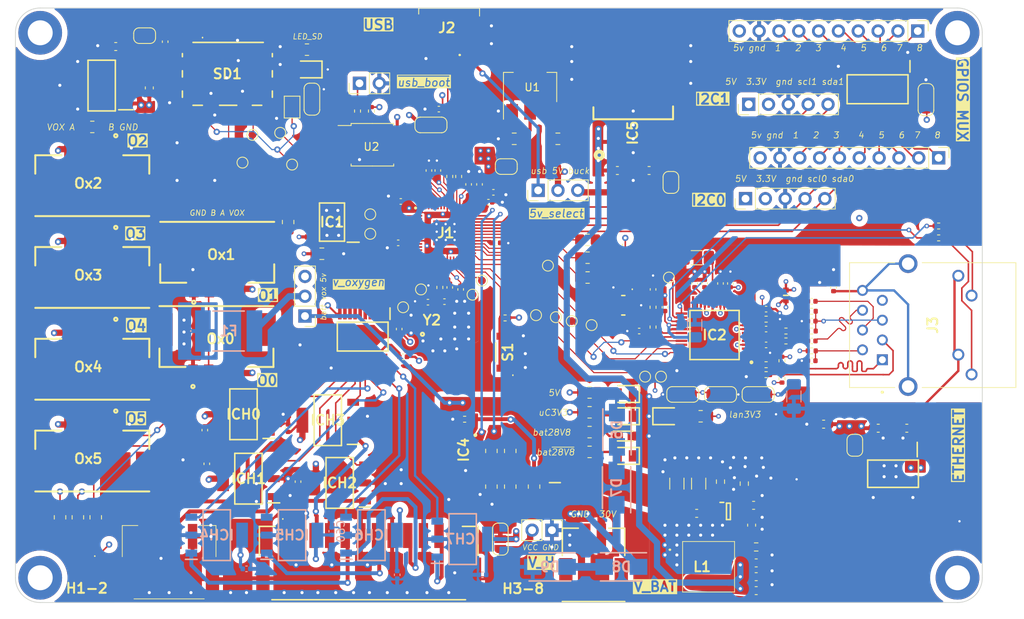
<source format=kicad_pcb>
(kicad_pcb (version 20221018) (generator pcbnew)
  (title_block (comment 4 "AISLER Project ID: WHXMQAVQ"))
  (layers (0 "F.Cu" signal) (1 "In1.Cu" signal) (2 "In2.Cu" signal) (31 "B.Cu" signal) (34 "B.Paste" user) (35 "F.Paste" user) (36 "B.SilkS" user "B.Silkscreen") (37 "F.SilkS" user "F.Silkscreen") (38 "B.Mask" user) (39 "F.Mask" user) (44 "Edge.Cuts" user))
  (net 0 "")
  (net 1 "Net-(!V_BAT1-Pad1)")
  (net 2 "GND")
  (net 3 "V_Batt")
  (net 4 "Net-(BUCK1-RT)")
  (net 6 "Net-(BUCK1-SW)")
  (net 7 "Net-(BUCK1-BST)")
  (net 8 "Net-(BUCK1-SS)")
  (net 9 "Net-(BUCK1-FB)")
  (net 10 "8V{slash}3A Buck Conv")
  (net 11 "/XIN")
  (net 12 "VBUS")
  (net 13 "+3V3")
  (net 14 "+1V1")
  (net 15 "/~{USB_BOOT}")
  (net 16 "/RUN")
  (net 17 "/SWD")
  (net 18 "/SWCLK")
  (net 19 "Net-(JP1-C)")
  (net 20 "Net-(JP4-C)")
  (net 21 "Net-(LED1-K_R)")
  (net 22 "Net-(LED1-K_B)")
  (net 23 "Net-(LED1-K_G)")
  (net 24 "Net-(R17-Pad1)")
  (net 25 "Net-(R19-Pad1)")
  (net 26 "Net-(R20-Pad1)")
  (net 27 "Net-(R22-Pad1)")
  (net 28 "/H0")
  (net 29 "/H1")
  (net 30 "/H2")
  (net 31 "/H3")
  (net 32 "/H4")
  (net 33 "/H5")
  (net 34 "/H6")
  (net 35 "/H7")
  (net 37 "/MC_LED3")
  (net 38 "/MC_LED1")
  (net 39 "/MC_LED2")
  (net 40 "/QSPI_SS")
  (net 41 "/XOUT")
  (net 42 "/USB_D+")
  (net 43 "/USB_D-")
  (net 46 "/QSPI_SD1")
  (net 47 "/QSPI_SD2")
  (net 48 "/QSPI_SD0")
  (net 49 "/QSPI_SCLK")
  (net 50 "/QSPI_SD3")
  (net 51 "Net-(J1-USB_DM)")
  (net 52 "Net-(J1-USB_DP)")
  (net 53 "Net-(J1-USB_VDD)")
  (net 54 "+5V")
  (net 55 "+28V")
  (net 56 "/Vin_reg")
  (net 57 "/in+2")
  (net 66 "/in+1")
  (net 67 "/in-1")
  (net 68 "/RX1_0")
  (net 69 "/TX1_0")
  (net 70 "/miso_sd")
  (net 71 "/cs_sd")
  (net 72 "/sck_sd")
  (net 73 "/mosi_sd")
  (net 74 "/H:7")
  (net 75 "/Vs_Heat")
  (net 76 "Net-(JH1-B)")
  (net 78 "3.3V_SD")
  (net 79 "/3.3V_LAN")
  (net 80 "/mosi_lan")
  (net 81 "/miso_lan")
  (net 82 "/sck_lan")
  (net 83 "/LED_LAN_A")
  (net 84 "/LED_LAN_B")
  (net 85 "Net-(R24-Pad1)")
  (net 86 "/cs_lan")
  (net 87 "/cur_mess")
  (net 88 "/in-2")
  (net 89 "/sda0")
  (net 90 "/scl0")
  (net 91 "/sda1")
  (net 92 "/scl1")
  (net 93 "Net-(J5-Pin_1)")
  (net 94 "Net-(J5-Pin_2)")
  (net 95 "Net-(J5-Pin_3)")
  (net 96 "Net-(J5-Pin_4)")
  (net 97 "Net-(J5-Pin_5)")
  (net 98 "Net-(J5-Pin_6)")
  (net 99 "Net-(J5-Pin_7)")
  (net 100 "Net-(J5-Pin_8)")
  (net 101 "Net-(J6-Pin_1)")
  (net 102 "Net-(J6-Pin_2)")
  (net 103 "Net-(J6-Pin_3)")
  (net 104 "Net-(J6-Pin_4)")
  (net 105 "Net-(J6-Pin_5)")
  (net 106 "Net-(J6-Pin_6)")
  (net 107 "Net-(J6-Pin_7)")
  (net 108 "Net-(J6-Pin_8)")
  (net 109 "Net-(LED_OX1-K_R)")
  (net 110 "Net-(D5-K)")
  (net 111 "Net-(D8-A)")
  (net 112 "/H_1")
  (net 113 "/H_3")
  (net 114 "/H_4")
  (net 115 "/H_5")
  (net 116 "/H_6")
  (net 117 "/H_7")
  (net 118 "Net-(LED_OX1-K_B)")
  (net 119 "Net-(LED_OX1-K_G)")
  (net 120 "/Vox")
  (net 121 "Net-(3VLIN1-OUT)")
  (net 122 "Net-(3VLIN2-OUT)")
  (net 123 "Net-(JP10-A)")
  (net 124 "Net-(J5V2-Pin_2)")
  (net 125 "/H:6")
  (net 126 "/H_0")
  (net 127 "/H:0")
  (net 128 "/H:1")
  (net 129 "/H:2")
  (net 130 "/H:3")
  (net 131 "/H:4")
  (net 132 "/H:5")
  (net 133 "Net-(V_shifter1-VCCB)")
  (net 134 "Net-(V_shifter1-VCCA)")
  (net 135 "Net-(IC5-OUTPUT)")
  (net 136 "Net-(J1-GPIO14)")
  (net 137 "Net-(J1-GPIO15)")
  (net 139 "/B")
  (net 140 "/A")
  (net 141 "/H_2")
  (net 142 "/Xo")
  (net 143 "Net-(Y1-IN{slash}OUT)")
  (net 144 "Net-(IC2-1V2O)")
  (net 145 "Net-(IC2-TOCAP)")
  (net 146 "Net-(FB1-Pad1)")
  (net 147 "Net-(J3-GND)")
  (net 148 "Net-(C45-Pad2)")
  (net 150 "Net-(IC2-EXRES1)")
  (net 156 "Net-(IC2-DUPLED)")
  (net 157 "/XI")
  (net 165 "Net-(C52-Pad2)")
  (net 166 "Net-(C53-Pad1)")
  (net 167 "Net-(IC2-PMODE2)")
  (net 168 "Net-(IC2-PMODE1)")
  (net 169 "Net-(IC2-PMODE0)")
  (net 170 "Net-(C9-Pad2)")
  (net 172 "Net-(J3-Pad9)")
  (net 173 "Net-(J3-Pad11)")
  (net 174 "Net-(IC2-TXN)")
  (net 175 "Net-(IC2-TXP)")
  (net 176 "Net-(IC2-RXN)")
  (net 177 "Net-(IC2-RXP)")
  (net 178 "/RXP")
  (net 179 "/RXN")
  (net 180 "/TXP")
  (net 181 "/TXN")
  (net 182 "Net-(IC2-INTN)")
  (net 183 "Net-(J1-GPIO20)")
  (net 184 "Net-(Y2-XTAL_2)")
  (footprint "Capacitor_SMD:C_0402_1005Metric" (layer "F.Cu") (at 104.394 121.666 -90)
    (fp_text reference "C13" hide)
    (fp_text value "1u" hide)
  )
  (footprint "Package_TO_SOT_SMD:SOT-223-3_TabPin2" (layer "F.Cu") (at 112.268 109.22 90)
    (fp_text reference "U1")
    (fp_text value "NCP1117-3.3_SOT223" hide)
  )
  (footprint "Capacitor_SMD:C_0603_1608Metric" (layer "F.Cu") (at 63.504 109.3 -90)
    (fp_text reference "C7" hide)
    (fp_text value "0.47uF" hide)
  )
  (footprint "Jumper:SolderJumper-3_P1.3mm_Bridged12_RoundedPad1.0x1.5mm_NumberLabels" (layer "F.Cu") (at 136.652 148.59)
    (fp_text reference "JH3" hide)
    (fp_text value "Jumper_3_Bridged12")
  )
  (footprint "Capacitor_SMD:C_0402_1005Metric" (layer "F.Cu") (at 107.569 122.682)
    (fp_text reference "C48" hide)
    (fp_text value "100n" hide)
  )
  (footprint "Capacitor_SMD:C_0402_1005Metric" (layer "F.Cu") (at 99.187 136.765 180)
    (fp_text reference "C36" hide)
    (fp_text value "15p" hide)
  )
  (footprint "Capacitor_SMD:C_0402_1005Metric" (layer "F.Cu") (at 129.54 137.414 -90)
    (fp_text reference "C33" hide)
    (fp_text value "0.1uF")
  )
  (footprint "Capacitor_SMD:C_0402_1005Metric" (layer "F.Cu") (at 148.336 141.732 180)
    (fp_text reference "C52" hide)
    (fp_text value "6.8nF")
  )
  (footprint "MountingHole:MountingHole_3.2mm_M3_DIN965_Pad_TopBottom" (layer "F.Cu") (at 49.53 102.235)
    (fp_text reference "H1" hide)
    (fp_text value "MountingHole")
  )
  (footprint "SamacSys_Parts:5023520200" (layer "F.Cu") (at 120.396 165.73)
    (fp_text reference "V_BAT1" hide)
    (fp_text value "502352-0200" hide)
  )
  (footprint "Resistor_SMD:R_0402_1005Metric" (layer "F.Cu") (at 142.494 138.938 180)
    (fp_text reference "R30" hide)
    (fp_text value "12.4k 1%")
  )
  (footprint "Connector_PinHeader_2.54mm:PinHeader_1x05_P2.54mm_Vertical" (layer "F.Cu") (at 140.2638 111.4044 90)
    (fp_text reference "scl0" hide)
    (fp_text value "Conn_01x05" hide)
  )
  (footprint "Capacitor_SMD:C_0603_1608Metric" (layer "F.Cu") (at 127.508 119.888)
    (fp_text reference "C25" hide)
    (fp_text value "0.1uF")
  )
  (footprint "Connector_PinHeader_2.54mm:PinHeader_1x02_P2.54mm_Vertical" (layer "F.Cu") (at 115.067 165.989 -90)
    (fp_text reference "JHVA1" hide)
    (fp_text value "Conn_01x02")
  )
  (footprint "Resistor_SMD:R_0805_2012Metric_Pad1.20x1.40mm_HandSolder" (layer "F.Cu") (at 107.315 155.829 -90)
    (fp_text reference "R10" hide)
    (fp_text value "1M" hide)
  )
  (footprint "Capacitor_SMD:C_0603_1608Metric" (layer "F.Cu") (at 156.8544 152.92 180)
    (fp_text reference "C4" hide)
    (fp_text value "33uF" hide)
  )
  (footprint "Capacitor_SMD:C_1206_3216Metric_Pad1.33x1.80mm_HandSolder" (layer "F.Cu") (at 133.604 131.064)
    (fp_text reference "C31" hide)
    (fp_text value "4.7uF")
  )
  (footprint "SamacSys_Parts:SOT230P700X180-4N" (layer "F.Cu") (at 158.75 158.75 -90)
    (fp_text reference "3VLIN2" hide)
    (fp_text value "LM3940IMP-3.3_NOPB" hide)
  )
  (footprint "Capacitor_SMD:C_0402_1005Metric" (layer "F.Cu") (at 148.336 144.272)
    (fp_text reference "C9" hide)
    (fp_text value "22nF")
  )
  (footprint "Resistor_SMD:R_0805_2012Metric_Pad1.20x1.40mm_HandSolder" (layer "F.Cu") (at 119.634 131.064 180)
    (fp_text reference "R36" hide)
    (fp_text value "220" hide)
  )
  (footprint "SamacSys_Parts:560020-0420" (layer "F.Cu") (at 72.2 126.468195 180)
    (fp_text reference "Ox1")
    (fp_text value "560020-0420" hide)
  )
  (footprint "SamacSys_Parts:ABM8G" (layer "F.Cu") (at 99.695 139.065)
    (fp_text reference "Y2")
    (fp_text value "ABM8G-12.000MHZ-4Y-T3" hide)
  )
  (footprint "Connector_PinHeader_2.54mm:PinHeader_1x10_P2.54mm_Vertical" (layer "F.Cu") (at 161.92 102.0064 -90)
    (fp_text reference "J6" hide)
    (fp_text value "Conn_01x10" hide)
  )
  (footprint "Resistor_SMD:R_0805_2012Metric_Pad1.20x1.40mm_HandSolder" (layer "F.Cu") (at 119.888 155.956 180)
    (fp_text reference "R22" hide)
    (fp_text value "12k" hide)
  )
  (footprint "Resistor_SMD:R_0805_2012Metric_Pad1.20x1.40mm_HandSolder" (layer "F.Cu") (at 56.2 114.3 180)
    (fp_text reference "R23" hide)
    (fp_text value "100")
  )
  (footprint "SamacSys_Parts:D2PAK-STB35NF10T4" (layer "F.Cu") (at 130.576 113.315 -90)
    (fp_text reference "IC5")
    (fp_text value "L7805ACD2T-TR" hide)
  )
  (footprint "Resistor_SMD:R_0805_2012Metric_Pad1.20x1.40mm_HandSolder" (layer "F.Cu") (at 119.888 150.876 180)
    (fp_text reference "R24" hide)
    (fp_text value "680")
  )
  (footprint "Resistor_SMD:R_0805_2012Metric_Pad1.20x1.40mm_HandSolder" (layer "F.Cu") (at 56.642 164.338 -90)
    (fp_text reference "R25" hide)
    (fp_text value "270" hide)
  )
  (footprint "Capacitor_SMD:C_0805_2012Metric" (layer "F.Cu") (at 110.236 115.824 180)
    (fp_text reference "C39" hide)
    (fp_text value "10u" hide)
  )
  (footprint "SamacSys_Parts:5023521210" (layer "F.Cu") (at 91.6 170.2)
    (fp_text reference "H3-8")
    (fp_text value "502352-1210" hide)
  )
  (footprint "TestPoint:TestPoint_Pad_D1.0mm" (layer "F.Cu") (at 91.8 128)
    (fp_text reference "TP11" hide)
    (fp_text value "TestPoint")
  )
  (footprint "TestPoint:TestPoint_Pad_D1.0mm" (layer "F.Cu") (at 129.032 146.304)
    (fp_text reference "TP17" hide)
    (fp_text value "TestPoint")
  )
  (footprint "Capacitor_SMD:C_0402_1005Metric" (layer "F.Cu") (at 134.62 134.366 -90)
    (fp_text reference "C28" hide)
    (fp_text value "0.1uF")
  )
  (footprint "Resistor_SMD:R_0603_1608Metric" (layer "F.Cu") (at 139.7 160.02 -90)
    (fp_text reference "R6" hide)
    (fp_text value "90k")
  )
  (footprint "Capacitor_SMD:C_0402_1005Metric" (layer "F.Cu") (at 133.35 134.366 -90)
    (fp_text reference "C29" hide)
    (fp_text value "10nF")
  )
  (footprint "Capacitor_SMD:C_0402_1005Metric" (layer "F.Cu") (at 105.791 121.666 90)
    (fp_text reference "C1" hide)
    (fp_text value "1u" hide)
  )
  (footprint "Resistor_SMD:R_0805_2012Metric_Pad1.20x1.40mm_HandSolder" (layer "F.Cu") (at 119.888 148.336 180)
    (fp_text reference "R19" hide)
    (fp_text value "1500")
  )
  (footprint "Resistor_SMD:R_0805_2012Metric_Pad1.20x1.40mm_HandSolder" (layer "F.Cu") (at 83.693 104.394)
    (fp_text reference "R20" hide)
    (fp_text value "680" hide)
  )
  (footprint "Resistor_SMD:R_0402_1005Metric" (layer "F.Cu") (at 148.336 137.922 180)
    (fp_text reference "R38" hide)
    (fp_text value "49R9 1%")
  )
  (footprint "Jumper:SolderJumper-2_P1.3mm_Bridged2Bar_RoundedPad1.0x1.5mm" (layer "F.Cu") (at 130.302 121.412 -90)
    (fp_text reference "JP5" hide)
    (fp_text value "Jumper_2_Bridged" hide)
  )
  (footprint "Capacitor_SMD:C_0402_1005Metric" (layer "F.Cu") (at 81.28 152.908 90)
    (fp_text reference "C55" hide)
    (fp_text value "200nF")
  )
  (footprint "Resistor_SMD:R_0402_1005Metric" (layer "F.Cu") (at 145.034 140.462 180)
    (fp_text reference "R39" hide)
    (fp_text value "0R")
  )
  (footprint "MountingHole:MountingHole_3.2mm_M3_DIN965_Pad_TopBottom" (layer "F.Cu") (at 167.005 172.085)
    (fp_text reference "H3" hide)
    (fp_text value "MountingHole")
  )
  (footprint "Jumper:SolderJumper-3_P1.3mm_Open_RoundedPad1.0x1.5mm_NumberLabels" (layer "F.Cu") (at 84.328 110.744 -90)
    (fp_text reference "JP1" hide)
    (fp_text value "SolderJumper_3_Open" hide)
  )
  (footprint "Jumper:SolderJumper-3_P1.3mm_Bridged12_RoundedPad1.0x1.5mm_NumberLabels" (layer "F.Cu") (at 131.826 148.59 180)
    (fp_text reference "JH2" hide)
    (fp_text value "Jumper_3_Bridged12")
  )
  (footprint "SamacSys_Parts:QFN40P700X700X90-57N-D" (layer "F.Cu") (at 101.473 127.889)
    (fp_text reference "J1")
    (fp_text value "SC0914_7_" hide)
  )
  (footprint "Capacitor_SMD:C_0805_2012Metric" (layer "F.Cu") (at 85.598 130.556)
    (fp_text reference "C26" hide)
    (fp_text value "1u")
  )
  (footprint "SamacSys_Parts:560020-0420" (layer "F.Cu") (at 56.2 149.259025)
    (fp_text reference "Ox4")
    (fp_text value "560020-0420" hide)
  )
  (footprint "SamacSys_Parts:LTRBR37G4R4S01250" (layer "F.Cu") (at 55.372 168.91 -90)
    (fp_text reference "LED_OX1" hide)
    (fp_text value "StatusLED" hide)
  )
  (footprint "Resistor_SMD:R_0402_1005Metric" (layer "F.Cu") (at 144.526 144.272 90)
    (fp_text reference "R16" hide)
    (fp_text value "49R9 1%")
  )
  (footprint "TestPoint:TestPoint_Pad_D1.0mm" (layer "F.Cu") (at 120.142 139.7)
    (fp_text reference "TP3" hide)
    (fp_text value "TestPoint")
  )
  (footprint "Resistor_SMD:R_0402_1005Metric" (layer "F.Cu") (at 145.034 141.732 180)
    (fp_text reference "R40" hide)
    (fp_text value "0R")
  )
  (footprint "SamacSys_Parts:SOP65P640X110-24N" (layer "F.Cu") (at 156.7688 109.474 -90)
    (fp_text reference "MUXH1" hide)
    (fp_text value "PCA9555PW,112" hide)
  )
  (footprint "Capacitor_SMD:C_0402_1005Metric" (layer "F.Cu") (at 142.494 142.24 180)
    (fp_text reference "C34" hide)
    (fp_text value "0.1uF")
  )
  (footprint "Jumper:SolderJumper-3_P1.3mm_Bridged12_RoundedPad1.0x1.5mm_NumberLabels" (layer "F.Cu") (at 108.458 167.132 -90)
    (fp_text reference "JH1" hide)
    (fp_text value "Jumper_3_Bridged12")
  )
  (footprint "Resistor_SMD:R_0402_1005Metric" (layer "F.Cu") (at 142.494 144.78 180)
    (fp_text reference "R33" hide)
    (fp_text value "0R")
  )
  (footprint "TestPoint:TestPoint_Pad_D1.0mm" (layer "F.Cu") (at 81.788 119.126)
    (fp_text reference "TP6" hide)
    (fp_text value "TestPoint")
  )
  (footprint "Capacitor_SMD:C_0402_1005Metric" (layer "F.Cu") (at 142.494 140.208 180)
    (fp_text reference "C35" hide)
    (fp_text value "0.1uF")
  )
  (footprint "Capacitor_SMD:C_0402_1005Metric" (layer "F.Cu") (at 128.016 135.128 -90)
    (fp_text reference "C16" hide)
    (fp_text value "18p")
  )
  (footprint "Resistor_SMD:R_0402_1005Metric" (layer "F.Cu") (at 109.0676 138.7856 180)
    (fp_text reference "R3" hide)
    (fp_text value "5k" hide)
  )
  (footprint "Capacitor_SMD:C_0603_1608Metric" (layer "F.Cu") (at 141.224 173.736 180)
    (fp_text reference "C21" hide)
    (fp_text value "22uF" hide)
  )
  (footprint "Resistor_SMD:R_0805_2012Metric_Pad1.20x1.40mm_HandSolder" (layer "F.Cu") (at 112.776 160.401 90)
    (fp_text reference "R11" hide)
    (fp_text value "100k" hide)
  )
  (footprint "Capacitor_SMD:C_0402_1005Metric" (layer "F.Cu") (at 107.95 129.159)
    (fp_text reference "C40" hide)
    (fp_text value "100n" hide)
  )
  (footprint "SamacSys_Parts:J1B1211CCD" (layer "F.Cu") (at 163.83 139.7 90)
    (fp_text reference "J3")
    (fp_text value "J1B1211CCD" hide)
  )
  (footprint "Resistor_SMD:R_0402_1005Metric" (layer "F.Cu") (at 148.336 140.462 180)
    (fp_text reference "R37" hide)
    (fp_text value "49R9 1%")
  )
  (footprint "SamacSys_Parts:MEM20850011500A" (layer "F.Cu") (at 73.5 107.5 180)
    (fp_text reference "SD1")
    (fp_text value "MEM20850011500A" hide)
  )
  (footprint "Capacitor_SMD:C_0603_1608Metric" (layer "F.Cu") (at 140.6405 165.3415 -90)
    (fp_text reference "C17" hide)
    (fp_text value "100nF" hide)
  )
  (footprint "SamacSys_Parts:BLM18SP221SN1B" (layer "F.Cu") (at 145.034 135.89 90)
    (fp_text reference "FB1" hide)
    (fp_text value "BLM18SP102SZ1D" hide)
  )
  (footprint "Resistor_SMD:R_0402_1005Metric" (layer "F.Cu") (at 91.948 112.268 -90)
    (fp_text reference "R67" hide)
    (fp_text value "10k but unessesary" hide)
  )
  (footprint "Resistor_SMD:R_0402_1005Metric" (layer "F.Cu") (at 164.592 128.524)
    (fp_text reference "R15" hide)
    (fp_text value "330")
  )
  (footprint "Capacitor_SMD:C_0402_1005Metric" (layer "F.Cu") (at 136.652 134.366 -90)
    (fp_text reference "C32" hide)
    (fp_text value "0.1uF")
  )
  (footprint "TestPoint:TestPoint_Pad_D1.0mm" (layer "F.Cu") (at 98.298 135.128)
    (fp_text reference "TP14" hide)
    (fp_text value "TestPoint")
  )
  (footprint "TestPoint:TestPoint_Pad_D1.0mm" (layer "F.Cu") (at 75.438 118.872)
    (fp_text reference "TP9" hide)
    (fp_text value "TestPoint")
  )
  (footprint "Resistor_SMD:R_0603_1608Metric" (layer "F.Cu") (at 141.224 168.1355 180)
    (fp_text reference "R5" hide)
    (fp_text value "10k")
  )
  (footprint "Jumper:SolderJumper-2_P1.3mm_Open_Pad1.0x1.5mm" (layer "F.Cu") (at 81.788 111.76 -90)
    (fp_text reference "JP11" hide)
    (fp_text value "SolderJumper_2_Open" hide)
  )
  (footprint "Resistor_SMD:R_0603_1608Metric" (layer "F.Cu") (at 136.652 159.766 90)
    (fp_text reference "R28" hide)
    (fp_text value "0")
  )
  (footprint "TestPoint:TestPoint_Pad_D1.0mm" (layer "F.Cu") (at 115.57 138.684)
    (fp_text reference "TP4" hide)
    (fp_text value "TestPoint")
  )
  (footprint "Resistor_SMD:R_0805_2012Metric_Pad1.20x1.40mm_HandSolder" (layer "F.Cu") (at 81.28 126.492 -90)
    (fp_text reference "R18" hide)
    (fp_text value "100")
  )
  (footprint "Capacitor_SMD:C_0402_1005Metric" (layer "F.Cu") (at 126.238 140.462)
    (fp_text reference "C15" hide)
    (fp_text value "18p")
  )
  (footprint "Resistor_SMD:R_0402_1005Metric" (layer "F.Cu") (at 101.981 120.65 -90)
    (fp_text reference "R1" hide)
    (fp_text value "27" hide)
  )
  (footprint "Capacitor_SMD:C_0402_1005Metric" (layer "F.Cu") (at 96.012 143.764 180)
    (fp_text reference "C12" hide)
    (fp_text value "0.1u")
  )
  (footprint "SamacSys_Parts:LTRBR37G4R4S01250" (layer "F.Cu") (at 123.698 130.556)
    (fp_text reference "LED1" hide)
    (fp_text value "StatusLED" hide)
  )
  (footprint "SamacSys_Parts:435441019830" (layer "F.Cu") (at 109.2644 143.1736 -90)
    (fp_text reference "S1")
    (fp_text value "435441019830" hide)
  )
  (footprint "SamacSys_Parts:RESC3216X90N" (layer "F.Cu") (at 115.443 159.893 90)
    (fp_text reference "R_shunt1" hide)
    (fp_text value "1mOhm" hide)
  )
  (footprint "Capacitor_SMD:C_0402_1005Metric" (layer "F.Cu") (at 100.584 112.014 180)
    (fp_text reference "C49" hide)
    (fp_text value "100n" hide)
  )
  (footprint "Resistor_SMD:R_0805_2012Metric_Pad1.20x1.40mm_HandSolder" (layer "F.Cu") (at 119.634 133.604)
    (fp_text reference "R34" hide)
    (fp_text value "680" hide)
  )
  (footprint "SamacSys_Parts:SOT230P700X180-4N" (layer "F.Cu") (at 57.404 109 180)
    (fp_text reference "3VLIN1" hide)
    (fp_text value "LM3940IMP-3.3_NOPB" hide)
  )
  (footprint "SamacSys_Parts:SOIC127P600X175-8N" (layer "F.Cu") (at 86.9 126.5 180)
    (fp_text reference "IC1")
    (fp_text value "MAX3485AEASA+T" hide)
  )
  (footprint "Capacitor_SMD:C_0402_1005Metric" (layer "F.Cu") (at 101.981 134.874 -90)
    (fp_text reference "C44" hide)
    (fp_text value "100n" hide)
  )
  (footprint "SamacSys_Parts:LEDC2012X120N" (layer "F.Cu") (at 124.46 148.532 180)
    (fp_text reference "V_5V1" hide)
    (fp_text value "APTD2012LCGCK" hide)
  )
  (footprint "Capacitor_SMD:C_0402_1005Metric" (layer "F.Cu") (at 70.612 153.162 -90)
    (fp_text reference "C56" hide)
    (fp_text value "200nF")
  )
  (footprint "TestPoint:TestPoint_Pad_D1.0mm" (layer "F.Cu") (at 113.03 138.43)
    (fp_text reference "TP5" hide)
    (fp_text value "TestPoint")
  )
  (footprint "Capacitor_SMD:C_0402_1005Metric" (layer "F.Cu") (at 65.532 103.378 90)
    (fp_text reference "C41" hide)
    (fp_text value "100n" hide)
  )
  (footprint "TestPoint:TestPoint_Pad_D1.0mm" (layer "F.Cu") (at 117.602 139.192)
    (fp_text reference "TP2" hide)
    (fp_text value "TestPoint")
  )
  (footprint "SamacSys_Parts:560020-0420" (layer "F.Cu") (at 56.2 161.022635)
    (fp_text reference "Ox5")
    (fp_text value "560020-0420" hide)
  )
  (footprint "Resistor_SMD:R_0402_1005Metric" (layer "F.Cu") (at 128.016 137.414 -90)
    (fp_text reference "R29" hide)
    (fp_text value "0R")
  )
  (footprint "Capacitor_SMD:C_0402_1005Metric" (layer "F.Cu") (at 103.378 135.128 -90)
    (fp_text reference "C19" hide)
    (fp_text value "100n" hide)
  )
  (footprint "Capacitor_SMD:C_1206_3216Metric_Pad1.33x1.80mm_HandSolder" (layer "F.Cu") (at 133.858 160.02 -90)
    (fp_text reference "C6" hide)
    (fp_text value "10uF")
  )
  (footprint "Capacitor_SMD:C_0603_1608Metric" (layer "F.Cu") (at 140.8945 162.8015 180)
    (fp_text reference "C3" hide)
    (fp_text value "33nF" hide)
  )
  (footprint "Capacitor_SMD:C_1206_3216Metric_Pad1.33x1.80mm_HandSolder" (layer "F.Cu") (at 131.064 160.02 -90)
    (fp_text reference "C5" hide)
    (fp_text value "10uF")
  )
  (footprint "SamacSys_Parts:SOTFL50P160X60-8N" (layer "F.Cu") (at 137.668 163.576)
    (fp_text reference "BUCK1" hide)
    (fp_text value "TPS62933DRLR" hide)
  )
  (footprint "Jumper:SolderJumper-2_P1.3mm_Bridged2Bar_RoundedPad1.0x1.5mm" (layer "F.Cu") (at 109.22 119.38 180)
    (fp_text reference "JP10" hide)
    (fp_text value "Jumper_2_Bridged")
  )
  (footprint "Resistor_SMD:R_0805_2012Metric_Pad1.20x1.40mm_HandSolder" (layer "F.Cu") (at 52.07 164.338 -90)
    (fp_text reference "R4" hide)
    (fp_text value "680")
  )
  (footprint "Capacitor_SMD:C_0402_1005Metric" (layer "F.Cu") (at 100.457 119.888 90)
    (fp_text reference "C47" hide)
    (fp_text value "100n" hide)
  )
  (footprint "Capacitor_SMD:C_0603_1608Metric" (layer "F.Cu") (at 123.444 119.888 180)
    (fp_text reference "C23" hide)
    (fp_text value "0.22uF")
  )
  (footprint "Capacitor_SMD:C_0402_1005Metric" (layer "F.Cu") (at 148.336 139.192 180)
    (fp_text reference "C53" hide)
    (fp_text value "10nF")
  )
  (footprint "SamacSys_Parts:SOT230P700X170-4N" (layer "F.Cu") (at 86.36 151.892 180)
    (fp_text reference "ICH3")
    (fp_text value "ITS4200S-ME-O" hide)
  )
  (footprint "Resistor_SMD:R_0805_2012Metric_Pad1.20x1.40mm_HandSolder" (layer "F.Cu") (at 54.356 164.338 90)
    (fp_text reference "R26" hide)
    (fp_text value "220" hide)
  )
  (footprint "SamacSys_Parts:SOT230P700X170-4N" (layer "F.Cu") (at 87.884 159.9288 180)
    (fp_text reference "ICH2")
    (fp_text value "ITS4200S-ME-O" hide)
  )
  (footprint "SamacSys_Parts:LEDC2012X120N" (layer "F.Cu") (at 129.794 151.384)
    (fp_text reference "V_LAN1" hide)
    (fp_text value "APTD2012LCGCK" hide)
  )
  (footprint "Capacitor_SMD:C_0603_1608Metric" (layer "F.Cu") (at 160.512 152.92)
    (fp_text reference "C2" hide)
    (fp_text value "0.47uF" hide)
  )
  (footprint "SamacSys_Parts:5023520400" (layer "F.Cu") (at 66.04 170.053)
    (fp_text reference "H1-2")
    (fp_text value "502352-0400" hide)
  )
  (footprint "Capacitor_SMD:C_0603_1608Metric" (layer "F.Cu") (at 141.224 170.18 180)
    (fp_text reference "C22" hide)
    (fp_text value "100nF" hide)
  )
  (footprint "MountingHole:MountingHole_3.2mm_M3_DIN965_Pad_TopBottom" (layer "F.Cu") (at 49.53 172.085)
    (fp_text reference "H2" hide)
    (fp_text value "MountingHole")
  )
  (footprint "Resistor_SMD:R_0805_2012Metric_Pad1.20x1.40mm_HandSolder" (layer "F.Cu") (at 119.634 128.778)
    (fp_text reference "R35" hide)
    (fp_text value "270" hide)
  )
  (footprint "Capacitor_SMD:C_0402_1005Metric" (layer "F.Cu") (at 101.3 136.695)
    (fp_text reference "C37" hide)
    (fp_text value "15p" hide)
  )
  (footprint "Resistor_SMD:R_0402_1005Metric" (layer "F.Cu") (at 128.016 139.954 -90)
    (fp_text reference "R27" hide)
    (fp_text value "1M")
  )
  (footprint "Capacitor_SMD:C_0603_1608Metric" (layer "F.Cu") (at 59.204 104)
    (fp_text reference "C8" hide)
    (fp_text value "33uF" hide)
  )
  (footprint "SamacSys_Parts:SOP65P640X120-20N" (layer "F.Cu") (at 90.8304 141.1732 -90)
    (fp_text reference "V_shifter1" hide)
    (fp_text value "TXS0108EQPWRQ1" hide)
  )
  (footprint "SamacSys_Parts:QFP50P900X900X160-48N" (layer "F.Cu") (at 135.89 140.97 180)
    (fp_text reference "IC2")
    (fp_text value "W5500" hide)
  )
  (footprint "Resistor_SMD:R_0402_1005Metric" (layer "F.Cu") (at 90.17 112.268 90)
    (fp_text reference "R66" hide)
    (fp_text value "1k")
  )
  (footprint "Jumper:SolderJumper-3_P1.3mm_Bridged12_RoundedPad1.0x1.5mm_NumberLabels" (layer "F.Cu") (at 141.478 148.59 180)
    (fp_text reference "JH4" hide)
    (fp_text value "Jumper_3_Bridged12")
  )
  (footprint "SamacSys_Parts:21745072" (layer "F.Cu") (at 101.9048 101.583 180)
    (fp_text reference "J2")
    (fp_text value "2174507-2" hide)
  )
  (footprint "SamacSys_Parts:74439346068" (layer "F.Cu") (at 135.128 170.688)
    (fp_text reference "L1")
    (fp_text value "74439346068" hide)
  )
  (footprint "Resistor_SMD:R_0402_1005Metric" (layer "F.Cu") (at 103.886 151.765 180)
    (fp_text reference "R12" hide)
    (fp_text value "10k")
  )
  (footprint "TestPoint:TestPoint_Pad_D1.0mm" (layer "F.Cu") (at 127 146.304)
    (fp_text reference "TP16" hide)
    (fp_text value "TestPoint")
  )
  (footprint "Capacitor_SMD:C_0603_1608Metric" (layer "F.Cu") (at 133.604 163.83)
    (fp_text reference "C14" hide)
    (fp_text value "100nF" hide)
  )
  (footprint "SamacSys_Parts:QFN50P300X300X100-17N" (layer "F.Cu") (at 103.759 155.702 -90)
    (fp_text reference "IC4")
    (fp_text value "LM324QT" hide)
  )
  (footprint "Connector_PinHeader_2.54mm:PinHeader_1x10_P2.54mm_Vertical" (layer "F.Cu") (at 164.587 118.2624 -90)
    (fp_text reference "J5" hide)
    (fp_text value "Conn_01x10" hide)
  )
  (footprint "TestPoint:TestPoint_Pad_D1.0mm" (layer "F.Cu") (at 106.1 134 90)
    (fp_text reference "TP1" hide)
    (fp_text value "TestPoint")
  )
  (footprint "Capacitor_SMD:C_0402_1005Metric" (layer "F.Cu") (at 148.336 136.652 180)
    (fp_text reference "C45" hide)
    (fp_text value "6.8nF")
  )
  (footprint "Resistor_SMD:R_0805_2012Metric_Pad1.20x1.40mm_HandSolder" (layer "F.Cu") (at 109.728 160.401 -90)
    (fp_text reference "R7" hide)
    (fp_text value "1k" hide)
  )
  (footprint "Resistor_SMD:R_0402_1005Metric" (layer "F.Cu") (at 103.124 120.65 -90)
    (fp_text reference "R2" hide)
    (fp_text value "27" hide)
  )
  (footprint "TestPoint:TestPoint_Pad_D1.0mm" (layer "F.Cu") (at 130.048 133.604)
    (fp_text reference "TP15" hide)
    (fp_text value "TestPoint")
  )
  (footprint "SamacSys_Parts:560020-0420" (layer "F.Cu") (at 56.2 137.495415)
    (fp_text reference "Ox3")
    (fp_text value "560020-0420" hide)
  )
  (footprint "Resistor_SMD:R_0805_2012Metric_Pad1.20x1.40mm_HandSolder" (layer "F.Cu") (at 134.112 151.384)
    (fp_text reference "R17" hide)
    (fp_text value "680" hide)
  )
  (footprint "SamacSys_Parts:LEDM2012X120N" (layer "F.Cu") (at 124.46 153.924)
    (fp_text reference "!V_BAT1" hide)
    (fp_text value "APTD2012LSURCK" hide)
  )
  (footprint "Capacitor_SMD:C_0603_1608Metric" (layer "F.Cu") (at 149.86 152.4)
    (fp_text reference "C11" hide)
    (fp_text value "100nF")
  )
  (footprint "Resistor_SMD:R_0805_2012Metric_Pad1.20x1.40mm_HandSolder" (layer "F.Cu") (at 119.888 153.416 180)
    (fp_text reference "R21" hide)
    (fp_text value "12k" hide)
  )
  (footprint "Connector_PinHeader_2.54mm:PinHeader_1x05_P2.54mm_Vertical" (layer "F.Cu") (at 139.8574 123.4948 90)
    (fp_text reference "scl1" hide)
    (fp_text value "Conn_01x05" hide)
  )
  (footprint "TestPoint:TestPoint_Pad_D1.0mm" (layer "F.Cu") (at 114.554 132.08)
    (fp_text reference "TP18" hide)
    (fp_text value "TestPoint")
  )
  (footprint "Jumper:SolderJumper-2_P1.3mm_Bridged2Bar_RoundedPad1.0x1.5mm" (layer "F.Cu") (at 62.904 102.6)
    (fp_text reference "JP9" hide)
    (fp_text value "Jumper_2_Bridged")
  )
  (footprint "Capacitor_SMD:C_0402_1005Metric" (layer "F.Cu") (at 137.922 134.366 -90)
    (fp_text reference "C30" hide)
    (fp_text value "0.1uF")
  )
  (footprint "SamacSys_Parts:ECS250633B2CTPTR" (layer "F.Cu") (at 124.206 137.16 180)
    (fp_text reference "Y1" hide)
    (fp_text value "ECS-250-6-33B2-CTP-TR" hide)
  )
  (footprint "MountingHole:MountingHole_3.2mm_M3_DIN965_Pad_TopBottom" (layer "F.Cu") (at 167.005 102.235)
    (fp_text reference "H4" hide)
    (fp_text value "MountingHole")
  )
  (footprint "Package_SO:SOIC-8_5.23x5.23mm_P1.27mm" (layer "F.Cu") (at 92.075 116.586)
    (fp_text reference "U2")
    (fp_text value "W25Q128JVS" hide)
  )
  (footprint "TestPoint:TestPoint_Pad_D1.0mm" (layer "F.Cu") (at 104.9 135.8)
    (fp_text reference "TP12" hide)
    (fp_text value "TestPoint")
  )
  (footprint "Resistor_SMD:R_0402_1005Metric" (layer "F.Cu") (at 144.526 146.558 -90)
    (fp_text reference "R31" hide)
    (fp_text value "49R9 1%")
  )
  (footprint "Resistor_SMD:R_0402_1005Metric" (layer "F.Cu") (at 142.494 146.05 180)
    (fp_text reference "R32" hide)
    (fp_text value "0R")
  )
  (footprint "Connector_PinHeader_2.54mm:PinHeader_1x03_P2.54mm_Vertical" (layer "F.Cu") (at 113.299 122.428 90)
    (fp_text reference "JB_or_U1" hide)
    (fp_text value "Conn_01x03")
  )
  (footprint "SamacSys_Parts:560020-0420" (layer "F.Cu") (at 72.1 137.268195 180)
    (fp_text reference "Ox0")
    (fp_text value "560020-0420" hide)
  )
  (footprint "Capacitor_SMD:C_0402_1005Metric" (layer "F.Cu") (at 99.314 119.888 90)
    (fp_text reference "C18" hide)
    (fp_text value "100n" hide)
  )
  (footprint "Jumper:SolderJumper-3_P1.3mm_Bridged12_RoundedPad1.0x1.5mm_NumberLabels" (layer "F.Cu") (at 162.9664 110.7948 -90)
    (fp_text reference "JP4" hide)
    (fp_text value "Jumper_3_Bridged12" hide)
  )
  (footprint "Capacitor_SMD:C_0603_1608Metric" (layer "F.Cu") (at 141.224 171.9455 180)
    (fp_text reference "C20" hide)
    (fp_text value "22uF" hide)
  )
  (footprint "Capacitor_SMD:C_0402_1005Metric" (layer "F.Cu") (at 142.494 137.654 180)
    (fp_text reference "C42" hide)
    (fp_text value "0.1uF")
  )
  (footprint "Capacitor_SMD:C_0805_2012Metric" (layer "F.Cu") (at 115.824 115.824)
    (fp_text reference "C38" hide)
    (fp_text value "10u" hide)
  )
  (footprint "SamacSys_Parts:560020-0420" (layer "F.Cu") (at 56.2 125.731805)
    (fp_text reference "Ox2")
    (fp_text value "560020-0420" hide)
  )
  (footprint "SamacSys_Parts:LEDC2012X120N" (layer "F.Cu") (at 124.46 156.464 180)
    (fp_text reference "V_BATT1" hide)
    (fp_text value "APTD2012LCGCK" hide)
  )
  (footprint "Capacitor_SMD:C_0402_1005Metric" (layer "F.Cu") (at 95.504 140.208 -90)
    (fp_text reference "C24" hide)
    (fp_text value "0.1u")
  )
  (footprint "Resistor_SMD:R_0805_2012Metric_Pad1.20x1.40mm_HandSolder" (layer "F.Cu") (at 109.728 155.829 90)
    (fp_text reference "R9" hide)
    (fp_text value "1k" hide)
  )
  (footprint "Capacitor_SMD:C_0402_1005Metric" (layer "F.Cu") (at 95.377 129.159 180)
    (fp_text reference "C51" hide)
    (fp_text value "100n" hide)
  )
  (footprint "Capacitor_SMD:C_0402_1005Metric" (layer "F.Cu") (at 106.934 123.952)
    (fp_text reference "C46" hide)
    (fp_text value "100n" hide)
  )
  (footprint "SamacSys_Parts:SOT230P700X170-4N" (layer "F.Cu") (at 76.2 159.385 180)
    (fp_text reference "ICH1")
    (fp_text value "ITS4200S-ME-O" hide)
  )
  (footprint "Capacitor_SMD:C_0402_1005Metric" (layer "F.Cu") (at 82.55 159.766 90)
    (fp_text reference "C57" hide)
    (fp_text value "200nF")
  )
  (footprint "Jumper:SolderJumper-3_P1.3mm_Bridged12_RoundedPad1.0x1.5mm_NumberLabels" (layer "F.Cu") (at 99.568 114.046 180)
    (fp_text reference "Jvbus1" hide)
    (fp_text value "Jumper_3_Bridged12")
  )
  (footprint "Resistor_SMD:R_0805_2012Metric_Pad1.20x1.40mm_HandSolder" (layer "F.Cu") (at 107.315 160.401 90)
    (fp_text reference "R8" hide)
    (fp_text value "1M" hide)
  )
  (footprint "Resistor_SMD:R_0402_1005Metric" (layer "F.Cu") (at 148.336 143.002 180)
    (fp_text reference "R13" hide)
    (fp_text value "10R 1%")
  )
  (footprint "Jumper:SolderJumper-2_P1.3mm_Bridged2Bar_RoundedPad1.0x1.5mm" (layer "F.Cu") (at 153.8572 155.1044 90)
    (fp_text reference "JP3" hide)
    (fp_text value "Jumper_2_Bridged")
  )
  (footprint "Capacitor_SMD:C_0402_1005Metric" (layer "F.Cu") (at 151.13 134.874 -90)
    (fp_text reference "C10" hide)
    (fp_text value "1nF/200V")
  )
  (footprint "Connector_PinHeader_2.54mm:PinHeader_1x02_P2.54mm_Vertical" (layer "F.Cu") (at 90.419 108.712 90)
    (fp_text reference "J4" hide)
    (fp_text value "Conn_01x02" hide)
  )
  (footprint "LOGO" (layer "F.Cu") (at 153.924 167.64)
    (fp_text reference "G***" hide)
    (fp_text value "LOGO" hide)
  )
  (footprint "Connector_PinHeader_2.54mm:PinHeader_1x03_P2.54mm_Vertical" (layer "F.Cu") (at 83.439 138.542 180)
    (fp_text reference "J5V2" hide)
    (fp_text value "Conn_01x03" hide)
  )
  (footprint "TestPoint:TestPoint_Pad_D1.0mm" (layer "F.Cu") (at 76.708 115.316)
    (fp_text reference "TP7" hide)
    (fp_text value "TestPoint")
  )
  (footprint "TestPoint:TestPoint_Pad_D1.0mm" (layer "F.Cu") (at 96.012 137.414)
    (fp_text reference "TP13" hide)
    (fp_text value "TestPoint")
  )
  (footprint "Capacitor_SMD:C_0402_1005Metric" (layer "F.Cu") (at 95.7072 123.8504 180)
    (fp_text reference "C50" hide)
    (fp_text value "100n" hide)
  )
  (footprint "TestPoint:TestPoint_Pad_D1.0mm" (layer "F.Cu") (at 91.8 125.5)
    (fp_text reference "TP10" hide)
    (fp_text value "TestPoint")
  )
  (footprint "Resistor_SMD:R_0402_1005Metric" (layer "F.Cu") (at 100.711 134.874 -90)
    (fp_text reference "R68" hide)
    (fp_text value "1k" hide)
  )
  (footprint "SamacSys_Parts:LEDC2012X120N" (layer "F.Cu") (at 124.46 151.384 180)
    (fp_text reference "V_uC1" hide)
    (fp_text value "APTD2012LCGCK" hide)
  )
  (footprint "Resistor_SMD:R_0402_1005Metric" (layer "F.Cu") (at 164.592 127)
    (fp_text reference "R14" hide)
    (fp_text value "330")
  )
  (footprint "Capacitor_SMD:C_0402_1005Metric" (layer "F.Cu") (at 70.866 157.48 90)
    (fp_text reference "C54" hide)
    (fp_text value "200nF")
  )
  (footprint "SamacSys_Parts:LEDC2012X120N" (layer "F.Cu") (at 83.82 106.934 180)
    (fp_text reference "V_SD1" hide)
    (fp_text value "APTD2012LCGCK" hide)
  )
  (footprint "SamacSys_Parts:SOT230P700X170-4N" (layer "F.Cu") (at 75.565 151.13 180)
    (fp_text reference "ICH0")
    (fp_text value "ITS4200S-ME-O" hide)
  )
  (footprint "TestPoint:TestPoint_Pad_D1.0mm" (layer "F.Cu") (at 80.264 115.062)
    (fp_text reference "TP8" hide)
    (fp_text value "TestPoint")
  )
  (footprint "SamacSys_Parts:SOT230P700X170-4N" (layer "B.Cu") (at 72.136 166.624)
    (fp_text reference "ICH4")
    (fp_text value "ITS4200S-ME-O" hide)
  )
  (footprint "Capacitor_SMD:C_0402_1005Metric" (layer "B.Cu") (at 86.868 166.116 90)
    (fp_text reference "C60")
    (fp_text value "200nF")
  )
  (footprint "SamacSys_Parts:DIOM5336X245N" (layer "B.Cu") (at 123.3932 153.1112 90)
    (fp_text reference "D5")
    (fp_text value "D" hide)
  )
  (footprint "SamacSys_Parts:SOT230P700X170-4N" (layer "B.Cu") (at 91.948 166.624)
    (fp_text reference "ICH6")
    (fp_text value "ITS4200S-ME-O" hide)
  )
  (footprint "SamacSys_Parts:DIOM5336X245N" (layer "B.Cu") (at 123.3424 160.528 90)
    (fp_text reference "D7")
    (fp_text value "D" hide)
  )
  (footprint "SamacSys_Parts:DIOM5336X245N" (layer "B.Cu") (at 114.808 170.688 180)
    (fp_text reference "D9")
    (fp_text value "D" hide)
  )
  (footprint "Capacitor_SMD:C_0402_1005Metric" (layer "B.Cu") (at 75.946 170.942)
    (fp_text reference "C59" hide)
    (fp_text value "200nF")
  )
  (footprint "Capacitor_SMD:C_1206_3216Metric_Pad1.33x1.80mm_HandSolder" (layer "B.Cu") (at 146.05 148.844 90)
    (fp_text reference "C27" hide)
    (fp_text value "10uF/16V")
  )
  (footprint "SamacSys_Parts:DIOM5336X245N" (layer "B.Cu") (at 123.952 170.688 180)
    (fp_text reference "D8")
    (fp_text value "RBR2LB60BTBR1" hide)
  )
  (footprint "Capacitor_SMD:C_0402_1005Metric" (layer "B.Cu") (at 95.25 171.704 -90)
    (fp_text reference "C61" hide)
    (fp_text value "200nF")
  )
  (footprint "Capacitor_SMD:C_1206_3216Metric_Pad1.33x1.80mm_HandSolder" (layer "B.Cu") (at 133.35 139.7 -90)
    (fp_text reference "C43" hide)
    (fp_text value "10uF/16V")
  )
  (footprint "SamacSys_Parts:MFLSMF110X2" (layer "B.Cu") (at 73.66 140.462)
    (fp_text reference "F1")
    (fp_text value "MF-LSMF110X-2" hide)
  )
  (footprint "SamacSys_Parts:SOT230P700X170-4N" (layer "B.Cu") (at 81.788 166.624)
    (fp_text reference "ICH5")
    (fp_text value "ITS4200S-ME-O" hide)
  )
  (footprint "SamacSys_Parts:SOT230P700X170-4N" (layer "B.Cu") (at 103.632 167.132)
    (fp_text reference "ICH7")
    (fp_text value "ITS4200S-ME-O" hide)
  )
  (footprint "Capacitor_SMD:C_0402_1005Metric" (layer "B.Cu") (at 106.172 171.704 180)
    (fp_text reference "C58" hide)
    (fp_text value "200nF")
  )
  (gr_line (start 49.53 175.26) (end 167.005 175.26) (stroke (width 0.1)) (layer "Edge.Cuts"))
  (gr_arc (start 49.53 175.26) (mid 47.284936 174.330064) (end 46.355 172.085) (stroke (width 0.1)) (layer "Edge.Cuts"))
  (gr_arc (start 46.355 102.235) (mid 47.284936 99.989936) (end 49.53 99.06) (stroke (width 0.1)) (layer "Edge.Cuts"))
  (gr_line (start 49.53 99.06) (end 167.005 99.06) (stroke (width 0.1)) (layer "Edge.Cuts"))
  (gr_line (start 170.18 172.085) (end 170.18 102.235) (stroke (width 0.1)) (layer "Edge.Cuts"))
  (gr_line (start 46.355 102.235) (end 46.355 172.085) (stroke (width 0.1)) (layer "Edge.Cuts"))
  (gr_arc (start 170.18 172.085) (mid 169.250064 174.330064) (end 167.005 175.26) (stroke (width 0.1)) (layer "Edge.Cuts"))
  (gr_arc (start 167.005 99.06) (mid 169.250064 99.989936) (end 170.18 102.235) (stroke (width 0.1)) (layer "Edge.Cuts"))
  (gr_text "uC3V3" (at 113.284 151.384) (layer "F.SilkS") (effects (font (size 0.8 0.8) (thickness 0.1) italic) (justify left bottom)))
  (gr_text "~{usb_boot}" (at 95.2 109.2) (layer "F.SilkS" knockout) (effects (font (size 1 1) (thickness 0.15) italic) (justify left bottom)))
  (gr_text "5v gnd  1   2   3    4   5   6  7   8" (at 138.176 104.648) (layer "F.SilkS") (effects (font (size 0.8 0.8) (thickness 0.1) italic) (justify left bottom)))
  (gr_text "O1" (at 78.7 135.9) (layer "F.SilkS" knockout) (effects (font (size 1.27 1.27) (thickness 0.254))))
  (gr_text "USB" (at 92.837 101.219) (layer "F.SilkS" knockout) (effects (font (size 1.27 1.27) (thickness 0.254))))
  (gr_text "bat~{28V8}" (at 113.03 156.464) (layer "F.SilkS") (effects (font (size 0.8 0.8) (thickness 0.1) italic) (justify left bottom)))
  (gr_text "I2C1" (at 135.636 110.744) (layer "F.SilkS" knockout) (effects (font (size 1.27 1.27) (thickness 0.254))))
  (gr_text "O4" (at 61.8 139.8) (layer "F.SilkS" knockout) (effects (font (size 1.27 1.27) (thickness 0.254))))
  (gr_text "I2C0" (at 135.128 123.698) (layer "F.SilkS" knockout) (effects (font (size 1.27 1.27) (thickness 0.254))))
  (gr_text "bat28V8" (at 112.522 153.924) (layer "F.SilkS") (effects (font (size 0.8 0.8) (thickness 0.1) italic) (justify left bottom)))
  (gr_text "O2" (at 62 116.1) (layer "F.SilkS" knockout) (effects (font (size 1.27 1.27) (thickness 0.254))))
  (gr_text "ETHERNET" (at 167.132 155.194 90) (layer "F.SilkS" knockout) (effects (font (size 1.27 1.27) (thickness 0.254))))
  (gr_text "GND B A VOX" (at 68.58 125.73) (layer "F.SilkS") (effects (font (size 0.7 0.7) (thickness 0.1) italic) (justify left bottom)))
  (gr_text "lan3V3" (at 137.668 151.638) (layer "F.SilkS") (effects (font (size 0.8 0.8) (thickness 0.1) italic) (justify left bottom)))
  (gr_text "5V" (at 114.554 148.844) (layer "F.SilkS") (effects (font (size 0.8 0.8) (thickness 0.1) italic) (justify left bottom)))
  (gr_text "v_oxygen" (at 90.3 134.2) (layer "F.SilkS" knockout) (effects (font (size 1 1) (thickness 0.15) italic)))
  (gr_text "V_BAT" (at 128.27 173.228) (layer "F.SilkS" knockout) (effects (font (size 1.27 1.27) (thickness 0.254))))
  (gr_text "LED_SD" (at 81.788 103.124) (layer "F.SilkS") (effects (font (size 0.7 0.7) (thickness 0.1) italic) (justify left bottom)))
  (gr_text "VCC GND" (at 111.2012 168.6052) (layer "F.SilkS") (effects (font (size 0.7 0.7) (thickness 0.0875) italic) (justify left bottom)))
  (gr_text "usb 5V buck" (at 112.268 120.396) (layer "F.SilkS") (effects (font (size 0.8 0.8) (thickness 0.1) italic) (justify left bottom)))
  (gr_text "GPIOS MUX" (at 167.64 110.744 -90) (layer "F.SilkS" knockout) (effects (font (size 1.27 1.27) (thickness 0.254))))
  (gr_text "O5" (at 61.8 151.7) (layer "F.SilkS" knockout) (effects (font (size 1.27 1.27) (thickness 0.254))))
  (gr_text "GND  30V\n" (at 117.348 164.4) (layer "F.SilkS") (effects (font (size 0.8 0.8) (thickness 0.1) italic) (justify left bottom)))
  (gr_text "5V  3.3V  gnd scl0 sda0" (at 138.43 121.412) (layer "F.SilkS") (effects (font (size 0.8 0.8) (thickness 0.1) italic) (justify left bottom)))
  (gr_text "O0" (at 78.6 146.8) (layer "F.SilkS" knockout) (effects (font (size 1.27 1.27) (thickness 0.254))))
  (gr_text "V_H" (at 113.7412 170.1292) (layer "F.SilkS" knockout) (effects (font (size 1.27 1.27) (thickness 0.254))))
  (gr_text "VOX A       B GND" (at 50.292 114.808) (layer "F.SilkS") (effects (font (size 0.8 0.8) (thickness 0.1) italic) (justify left bottom)))
  (gr_text "O3" (at 61.7 128) (layer "F.SilkS" knockout) (effects (font (size 1.27 1.27) (thickness 0.254))))
  (gr_text "5V  3.3V  gnd scl1 sda1" (at 137.16 108.966) (layer "F.SilkS") (effects (font (size 0.8 0.8) (thickness 0.1) italic) (justify left bottom)))
  (gr_text "5v_select" (at 115.6 125.4) (layer "F.SilkS" knockout) (effects (font (size 1 1) (thickness 0.15) italic)))
  (gr_text "batt vox 5v" (at 86.2 139.2 90) (layer "F.SilkS") (effects (font (size 0.7 0.7) (thickness 0.1) italic) (justify left bottom)))
  (gr_text "5v gnd  1   2   3    4   5   6  7   8" (at 140.462 115.824) (layer "F.SilkS") (effects (font (size 0.8 0.8) (thickness 0.1) italic) (justify left bottom)))
  (segment (start 120.888 153.416) (end 121.92 153.416) (width 0.3) (layer "F.Cu") (net 1))
  (segment (start 121.92 153.416) (end 122.428 153.924) (width 0.3) (layer "F.Cu") (net 1))
  (segment (start 122.428 153.924) (end 123.51 153.924) (width 0.3) (layer "F.Cu") (net 1))
  (segment (start 134.62 133.886) (end 134.62 132.842) (width 0.2) (layer "F.Cu") (net 2))
  (segment (start 159.737 152.92) (end 159.737 153.895) (width 0.2) (layer "F.Cu") (net 2))
  (segment (start 125.758 140.462) (end 124.714 140.462) (width 0.2) (layer "F.Cu") (net 2))
  (segment (start 100.473 132.927) (end 100.473 131.339) (width 0.15) (layer "F.Cu") (net 2))
  (segment (start 107.308488 161.407512) (end 107.315 161.401) (width 0.3) (layer "F.Cu") (net 2))
  (segment (start 144.272 138.938) (end 144.244 138.938) (width 0.2) (layer "F.Cu") (net 2))
  (segment (start 111.4044 141.0716) (end 110.1164 141.0716) (width 0.25) (layer "F.Cu") (net 2))
  (segment (start 104.394 120.015) (end 104.394 121.186) (width 0.3) (layer "F.Cu") (net 2))
  (segment (start 103.378 135.608) (end 103.378 136.144) (width 0.25) (layer "F.Cu") (net 2))
  (segment (start 147.856 139.192) (end 147.066 139.192) (width 0.15) (layer "F.Cu") (net 2))
  (segment (start 110.5054 143.3576) (end 110.0644 143.7986) (width 0.3) (layer "F.Cu") (net 2))
  (segment (start 142.974 140.208) (end 143.002 140.208) (width 0.3) (layer "F.Cu") (net 2))
  (segment (start 141.21833 142.72) (end 141.75433 143.256) (width 0.2) (layer "F.Cu") (net 2))
  (segment (start 129.54 136.934) (end 129.54 135.89) (width 0.2) (layer "F.Cu") (net 2))
  (segment (start 93.6348 159.9288) (end 92.8728 159.9288) (width 0.5) (layer "F.Cu") (net 2))
  (segment (start 98.595 136.877) (end 98.707 136.765) (width 0.2) (layer "F.Cu") (net 2))
  (segment (start 85.795 124.595) (end 86.2 125) (width 0.25) (layer "F.Cu") (net 2))
  (segment (start 138.516529 139.192) (end 138.43 139.192) (width 0.2) (layer "F.Cu") (net 2))
  (segment (start 125.542 138.11) (end 125.356 138.11) (width 0.2) (layer "F.Cu") (net 2))
  (segment (start 123.056 134.994) (end 122.936 134.874) (width 0.2) (layer "F.Cu") (net 2))
  (segment (start 98.595 138.342) (end 97.116 138.342) (width 0.2) (layer "F.Cu") (net 2))
  (segment (start 107.3912 161.4772) (end 107.315 161.401) (width 0.3) (layer "F.Cu") (net 2))
  (segment (start 138.938 148.59) (end 140.178 148.59) (width 0.2) (layer "F.Cu") (net 2))
  (segment (start 137.414 138.101471) (end 137.414 138.43) (width 0.2) (layer "F.Cu") (net 2))
  (segment (start 88.475 118.491) (end 90.424 118.491) (width 0.5) (layer "F.Cu") (net 2))
  (segment (start 147.856 144.272) (end 147.066 144.272) (width 0.15) (layer "F.Cu") (net 2))
  (segment (start 109.866 112.268) (end 109.968 112.37) (width 0.8) (layer "F.Cu") (net 2))
  (segment (start 84.188 124.595) (end 85.795 124.595) (width 0.25) (layer "F.Cu") (net 2))
  (segment (start 105.8672 161.407512) (end 107.308488 161.407512) (width 0.3) (layer "F.Cu") (net 2))
  (segment (start 123.056 136.21) (end 123.056 134.994) (width 0.2) (layer "F.Cu") (net 2))
  (segment (start 94.811896 123.8504) (end 95.2272 123.8504) (width 0.4) (layer "F.Cu") (net 2))
  (segment (start 138.938 146.304) (end 139.954 146.304) (width 0.2) (layer "F.Cu") (net 2))
  (segment (start 105.15 172.15) (end 105.15 172.85) (width 0.5) (layer "F.Cu") (net 2))
  (segment (start 86.7916 145.2) (end 87.8804 144.1112) (width 0.5) (layer "F.Cu") (net 2))
  (segment (start 86.2 126.75) (end 86.25 126.8) (width 0.2) (layer "F.Cu") (net 2))
  (segment (start 100.457 119.408) (end 100.457 118.745) (width 0.25) (layer "F.Cu") (net 2))
  (segment (start 109.439574 129.159) (end 109.474 129.193426) (width 0.5) (layer "F.Cu") (net 2))
  (segment (start 110.1524 145.1356) (end 110.0644 145.2236) (width 0.25) (layer "F.Cu") (net 2))
  (segment (start 110.8734 143.3576) (end 111.6584 143.3576) (width 0.3) (layer "F.Cu") (net 2))
  (segment (start 103.378 136.144) (end 103.886 136.652) (width 0.25) (layer "F.Cu") (net 2))
  (segment (start 74.82 105.72) (end 74.82 104.51) (width 0.4) (layer "F.Cu") (net 2))
  (segment (start 100.6048 103.908) (end 98.9298 103.908) (width 0.4) (layer "F.Cu") (net 2))
  (segment (start 103.376 151.765) (end 102.362 151.765) (width 0.5) (layer "F.Cu") (net 2))
  (segment (start 74.9 105.8) (end 74.82 105.72) (width 0.4) (layer "F.Cu") (net 2))
  (segment (start 126.492 137.16) (end 125.542 138.11) (width 0.2) (layer "F.Cu") (net 2))
  (segment (start 151.748 106.536) (end 153.1938 106.536) (width 0.4) (layer "F.Cu") (net 2))
  (segment (start 100.33 118.618) (end 100.457 118.491) (width 0.15) (layer "F.Cu") (net 2))
  (segment (start 109.508426 129.159) (end 109.474 129.193426) (width 0.4) (layer "F.Cu") (net 2))
  (segment (start 93.726 160.02) (end 93.6348 159.9288) (width 0.5) (layer "F.Cu") (net 2))
  (segment (start 74.82 103.22) (end 74.8 103.2) (width 0.4) (layer "F.Cu") (net 2))
  (segment (start 138.64 145.208) (end 138.64 146.006) (width 0.2) (layer "F.Cu") (net 2))
  (segment (start 137.414 138.43) (end 137.16 138.684) (width 0.2) (layer "F.Cu") (net 2))
  (segment (start 100.457 118.745) (end 100.33 118.618) (width 0.25) (layer "F.Cu") (net 2))
  (segment (start 143.722 137.654) (end 144.244 138.176) (width 0.3) (layer "F.Cu") (net 2))
  (segment (start 103.1048 101.233) (end 100.7048 101.233) (width 0.4) (layer "F.Cu") (net 2))
  (segment (start 142.974 143.228) (end 143.002 143.256) (width 0.2) (layer "F.Cu") (net 2))
  (segment (start 159.0438 106.536) (end 159.6938 106.536) (width 0.4) (layer "F.Cu") (net 2))
  (segment (start 94.129248 123.167752) (end 94.811896 123.8504) (width 0.4) (layer "F.Cu") (net 2))
  (segment (start 74.82 104.51) (end 74.82 103.22) (width 0.4) (layer "F.Cu") (net 2))
  (segment (start 159.737 153.895) (end 160.02 154.178) (width 0.2) (layer "F.Cu") (net 2))
  (segment (start 133.35 133.886) (end 133.35 132.842) (width 0.2) (layer "F.Cu") (net 2))
  (segment (start 108.8644 122.682) (end 109.1692 122.9868) (width 0.3) (layer "F.Cu") (net 2))
  (segment (start 98.595 138.342) (end 98.595 136.877) (width 0.2) (layer "F.Cu") (net 2))
  (segment (start 159.6938 105.3985) (end 160.3427 104.7496) (width 0.4) (layer "F.Cu") (net 2))
  (segment (start 142.974 137.654) (end 143.722 137.654) (width 0.3) (layer "F.Cu") (net 2))
  (segment (start 110.6894 143.1736) (end 110.8734 143.3576) (width 0.3) (layer "F.Cu") (net 2))
  (segment (start 60.917365 152.442635) (end 59.2 152.442635) (width 0.5) (layer "F.Cu") (net 2))
  (segment (start 110.1164 141.0716) (end 110.0644 141.1236) (width 0.25) (layer "F.Cu") (net 2))
  (segment (start 137.14 137.827471) (end 137.414 138.101471) (width 0.2) (layer "F.Cu") (net 2))
  (segment (start 107.414 123.952) (end 108.712 123.952) (width 0.3) (layer "F.Cu") (net 2))
  (segment (start 60.96 152.4) (end 60.917365 152.442635) (width 0.5) (layer "F.Cu") (net 2))
  (segment (start 94.262 129.794) (end 94.897 129.159) (width 0.4) (layer "F.Cu") (net 2))
  (segment (start 137.952 148.59) (end 138.938 148.59) (width 0.2) (layer "F.Cu") (net 2))
  (segment (start 99.247 134.62) (end 99.247 134.153) (width 0.15) (layer "F.Cu") (net 2))
  (segment (start 143.004 138.938) (end 144.272 138.938) (width 0.3) (layer "F.Cu") (net 2))
  (segment (start 110.0644 142.5486) (end 110.6894 143.1736) (width 0.3) (layer "F.Cu") (net 2))
  (segment (start 102.68 166.75) (end 102.6 166.67) (width 0.5) (layer "F.Cu") (net 2))
  (segment (start 99.314 119.408) (end 99.314 118.618) (width 0.25) (layer "F.Cu") (net 2))
  (segment (start 140.128 142.72) (end 141.21833 142.72) (width 0.2) (layer "F.Cu") (net 2))
  (segment (start 104.009 155.952) (end 103.759 155.702) (width 0.3) (layer "F.Cu") (net 2))
  (segment (start 141.75433 143.256) (end 143.002 143.256) (width 0.2) (layer "F.Cu") (net 2))
  (segment (start 97.536 136.652) (end 98.594 136.652) (width 0.4) (layer "F.Cu") (net 2))
  (segment (start 111.6584 143.3576) (end 110.5054 143.3576) (width 0.3) (layer "F.Cu") (net 2))
  (segment (start 143.002 140.208) (end 144.272 138.938) (width 0.3) (layer "F.Cu") (net 2))
  (segment (start 137.14 136.732) (end 137.14 137.827471) (width 0.2) (layer "F.Cu") (net 2))
  (segment (start 110.0644 141.1236) (end 110.0644 142.5486) (width 0.3) (layer "F.Cu") (net 2))
  (segment (start 67.48 103.97) (end 66.421 105.029) (width 0.25) (layer "F.Cu") (net 2))
  (segment (start 97.116 138.342) (end 97.028 138.43) (width 0.2) (layer "F.Cu") (net 2))
  (segment (start 107.3912 162.6616) (end 107.3912 161.4772) (width 0.3) (layer "F.Cu") (net 2))
  (segment (start 130.526 148.59) (end 129.286 148.59) (width 0.2) (layer "F.Cu") (net 2))
  (segment (start 104.009 158.3436) (end 104.009 157.202) (width 0.3) (layer "F.Cu") (net 2))
  (segment (start 125.41 153.924) (end 127.508 153.924) (width 0.3) (layer "F.Cu") (net 2))
  (segment (start 157.6294 152.92) (end 157.6294 154.0286) (width 0.2) (layer "F.Cu") (net 2))
  (segment (start 159.6938 106.536) (end 159.6938 105.3985) (width 0.4) (layer "F.Cu") (net 2))
  (segment (start 140.128 139.72) (end 139.044529 139.72) (width 0.2) (layer "F.Cu") (net 2))
  (segment (start 99.247 134.153) (end 100.473 132.927) (width 0.15) (layer "F.Cu") (net 2))
  (segment (start 98.4 136.5) (end 98.6 136.7) (width 0.15) (layer "F.Cu") (net 2))
  (segment (start 139.044529 139.72) (end 138.516529 139.192) (width 0.2) (layer "F.Cu") (net 2))
  (segment (start 68.2 103.97) (end 67.48 103.97) (width 0.25) (layer "F.Cu") (net 2))
  (segment (start 108.204 112.268) (end 109.866 112.268) (width 0.8) (layer "F.Cu") (net 2))
  (segment (start 157.6294 154.0286) (end 157.48 154.178) (width 0.2) (layer "F.Cu") (net 2))
  (segment (start 86.3 126.85) (end 86.25 126.8) (width 0.2) (layer "F.Cu") (net 2))
  (segment (start 101.78 136.695) (end 101.823 136.652) (width 0.5) (layer "F.Cu") (net 2))
  (segment (start 137.922 133.886) (end 137.922 132.842) (width 0.2) (layer "F.Cu") (net 2))
  (segment (start 128.016 134.648) (end 128.016 133.35) (width 0.2) (layer "F.Cu") (net 2))
  (segment (start 136.652 133.886) (end 136.652 132.842) (width 0.2) (layer "F.Cu") (net 2))
  (segment (start 93.98 129.794) (end 94.262 129.794) (width 0.4) (layer "F.Cu") (net 2))
  (segment (start 142.974 142.24) (end 142.974 143.228) (width 0.2) (layer "F.Cu") (net 2))
  (segment (start 138.64 146.006) (end 138.938 146.304) (width 0.2) (layer "F.Cu") (net 2))
  (segment (start 105.791 120.015) (end 105.791 121.186) (width 0.3) (layer "F.Cu") (net 2))
  (segment (start 110.0644 143.7986) (end 110.0644 145.2236) (width 0.3) (layer "F.Cu") (net 2))
  (segment (start 162.9664 109.4948) (end 162.9664 108.2548) (width 0.4) (layer "F.Cu") (net 2))
  (segment (start 108.204 115.824) (end 109.286 115.824) (width 0.8) (layer "F.Cu") (net 2))
  (segment (start 104.009 157.202) (end 104.009 155.952) (width 0.3) (layer "F.Cu") (net 2))
  (segment (start 160.3427 104.7496) (end 160.6296 104.7496) (width 0.4) (layer "F.Cu") (net 2))
  (segment (start 108.43 129.159) (end 109.439574 129.159) (width 0.5) (layer "F.Cu") (net 2))
  (segment (start 108.049 122.682) (end 108.8644 122.682) (width 0.3) (layer "F.Cu") (net 2))
  (segment (start 105.15 172.15) (end 105.212 172.212) (width 0.2) (layer "F.Cu") (net 2))
  (segment (start 87.65 126.75) (end 87.75 126.85) (width 0.2) (layer "F.Cu") (net 2))
  (segment (start 98.806 112.014) (end 100.104 112.014) (width 0.2) (layer "F.Cu") (net 2))
  (segment (start 111.6584 145.1356) (end 110.1524 145.1356) (width 0.25) (layer "F.Cu") (net 2))
  (via (at 71.4 110) (size 0.8) (drill 0.4) (layers "F.Cu" "B.Cu") (net 2))
  (via (at 77.216 160.02) (size 0.8) (drill 0.4) (layers "F.Cu" "B.Cu") (net 2))
  (via (at 80.645 151.13) (size 0.8) (drill 0.4) (layers "F.Cu" "B.Cu") (net 2))
  (via (at 117.348 166.624) (size 0.8) (drill 0.4) (layers "F.Cu" "B.Cu") (net 2))
  (via (at 129.54 165.354) (size 0.8) (drill 0.4) (layers "F.Cu" "B.Cu") (net 2))
  (via (at 104.394 141.478) (size 0.8) (drill 0.4) (layers "F.Cu" "B.Cu") (net 2))
  (via (at 109.1692 122.9868) (size 0.8) (drill 0.4) (layers "F.Cu" "B.Cu") (net 2))
  (via (at 69.088 132.588) (size 0.8) (drill 0.4) (layers "F.Cu" "B.Cu") (net 2))
  (via (at 138.3284 156.6672) (size 0.8) (drill 0.4) (layers "F.Cu" "B.Cu") (net 2))
  (via (at 136.652 132.842) (size 0.6) (drill 0.3) (layers "F.Cu" "B.Cu") (net 2))
  (via (at 56.896 103.886) (size 0.8) (drill 0.4) (layers "F.Cu" "B.Cu") (net 2))
  (via (at 117.602 104.013) (size 0.8) (drill 0.4) (layers "F.Cu" "B.Cu") (net 2))
  (via (at 66.04 173.99) (size 0.8) (drill 0.4) (layers "F.Cu" "B.Cu") (net 2))
  (via (at 149.352 134.239) (size 0.8) (drill 0.4) (layers "F.Cu" "B.Cu") (net 2))
  (via (at 115.062 168.148) (size 0.8) (drill 0.4) (layers "F.Cu" "B.Cu") (net 2))
  (via (at 129.286 158.496) (size 0.8) (drill 0.4) (layers "F.Cu" "B.Cu") (net 2))
  (via (at 100.3 128.79) (size 0.6) (drill 0.3) (layers "F.Cu" "B.Cu") (net 2))
  (via (at 134.62 132.842) (size 0.6) (drill 0.3) (layers "F.Cu" "B.Cu") (net 2))
  (via (at 85.09 173.99) (size 0.8) (drill 0.4) (layers "F.Cu" "B.Cu") (net 2))
  (via (at 104.009 158.3436) (size 0.8) (drill 0.4) (layers "F.Cu" "B.Cu") (net 2))
  (via (at 89.662 173.99) (size 0.8) (drill 0.4) (layers "F.Cu" "B.Cu") (net 2))
  (via (at 54.328 105.918) (size 0.8) (drill 0.4) (layers "F.Cu" "B.Cu") (net 2))
  (via (at 101.47 128.79) (size 0.6) (drill 0.3) (layers "F.Cu" "B.Cu") (net 2))
  (via (at 91.44 151.384) (size 0.8) (drill 0.4) (layers "F.Cu" "B.Cu") (net 2))
  (via (at 159.131 157.734) (size 0.8) (drill 0.4) (layers "F.Cu" "B.Cu") (net 2))
  (via (at 161.29 161.798) (size 0.8) (drill 0.4) (layers "F.Cu" "B.Cu") (net 2))
  (via (at 97.028 140.716) (size 0.8) (drill 0.4) (layers "F.Cu" "B.Cu") (net 2))
  (via (at 144.272 138.938) (size 0.6) (drill 0.3) (layers "F.Cu" "B.Cu") (net 2))
  (via (at 100.838 141.478) (size 0.8) (drill 0.4) (layers "F.Cu" "B.Cu") (net 2))
  (via (at 107.3912 162.6616) (size 0.8) (drill 0.4) (layers "F.Cu" "B.Cu") (net 2))
  (via (at 131.064 170.434) (size 0.8) (drill 0.4) (layers "F.Cu" "B.Cu") (net 2))
  (via (at 86.2 125) (size 0.8) (drill 0.4) (layers "F.Cu" "B.Cu") (net 2))
  (via (at 102.616 141.478) (size 0.8) (drill 0.4) (layers "F.Cu" "B.Cu") (net 2))
  (via (at 138.43 159.258) (size 0.8) (drill 0.4) (layers "F.Cu" "B.Cu") (net 2))
  (via (at 141.986 164.338) (size 0.8) (drill 0.4) (layers "F.Cu" "B.Cu") (net 2))
  (via (at 129.286 148.59) (size 0.6) (drill 0.3) (layers "F.Cu" "B.Cu") (net 2))
  (via (at 129.54 169.164) (size 0.8) (drill 0.4) (layers "F.Cu" "B.Cu") (net 2))
  (via (at 67.056 116.332) (size 0.8) (drill 0.4) (layers "F.Cu" "B.Cu") (net 2))
  (via (at 141.986 165.862) (size 0.8) (drill 0.4) (layers "F.Cu" "B.Cu") (net 2))
  (via (at 101.854 173.99) (size 0.8) (drill 0.4) (layers "F.Cu" "B.Cu") (net 2))
  (via (at 71.374 165.354) (size 0.8) (drill 0.4) (layers "F.Cu" "B.Cu") (net 2))
  (via (at 136.906 165.354) (size 0.8) (drill 0.4) (layers "F.Cu" "B.Cu") (net 2))
  (via (at 131.064 166.624) (size 0.8) (drill 0.4) (layers "F.Cu" "B.Cu") (net 2))
  (via (at 101.48 127.73) (size 0.6) (drill 0.3) (layers "F.Cu" "B.Cu") (net 2))
  (via (at 108.712 123.952) (size 0.8) (drill 0.4) (layers "F.Cu" "B.Cu") (net 2))
  (via (at 139.954 146.304) (size 0.8) (drill 0.4) (layers "F.Cu" "B.Cu") (net 2))
  (via (at 109.474 129.193426) (size 0.6) (drill 0.3) (layers "F.Cu" "B.Cu") (net 2))
  (via (at 98.806 112.014) (size 0.8) (drill 0.4) (layers "F.Cu" "B.Cu") (net 2))
  (via (at 147.066 144.272) (size 0.6) (drill 0.3) (layers "F.Cu" "B.Cu") (net 2))
  (via (at 85.852 109.474) (size 0.6) (drill 0.3) (layers "F.Cu" "B.Cu") (net 2))
  (via (at 101.346 143.002) (size 0.8) (drill 0.4) (layers "F.Cu" "B.Cu") (net 2))
  (via (at 131.064 167.894) (size 0.8) (drill 0.4) (layers "F.Cu" "B.Cu") (net 2))
  (via (at 102.58 126.75) (size 0.6) (drill 0.3) (layers "F.Cu" "B.Cu") (net 2))
  (via (at 132.842 103.886) (size 0.8) (drill 0.4) (layers "F.Cu" "B.Cu") (net 2))
  (via (at 68.834 173.99) (size 0.8) (drill 0.4) (layers "F.Cu" "B.Cu") (net 2))
  (via (at 162.9664 108.2548) (size 0.8) (drill 0.4) (layers "F.Cu" "B.Cu") (net 2))
  (via (at 90.424 118.491) (size 0.8) (drill 0.4) (layers "F.Cu" "B.Cu") (net 2))
  (via (at 138.938 148.59) (size 0.6) (drill 0.3) (layers "F.Cu" "B.Cu") (net 2))
  (via (at 71.4 166.8) (size 0.8) (drill 0.4) (layers "F.Cu" "B.Cu") (net 2))
  (via (at 97.536 136.652) (size 0.6) (drill 0.3) (layers "F.Cu" "B.Cu") (net 2))
  (via (at 134.112 166.624) (size 0.8) (drill 0.4) (layers "F.Cu" "B.Cu") (net 2))
  (via (at 125.476 117.602) (size 0.8) (drill 0.4) (layers "F.Cu" "B.Cu") (net 2))
  (via (at 156.21 161.798) (size 0.8) (drill 0.4) (layers "F.Cu" "B.Cu") (net 2))
  (via (at 124.714 140.462) (size 0.6) (drill 0.3) (layers "F.Cu" "B.Cu") (net 2))
  (via (at 141.986 161.544) (size 0.8) (drill 0.4) (layers "F.Cu" "B.Cu") (net 2))
  (via (at 127.508 153.924) (size 0.8) (drill 0.4) (layers "F.Cu" "B.Cu") (net 2))
  (via (at 102.87 136.652) (size 0.8) (drill 0.4) (layers "F.Cu" "B.Cu") (net 2))
  (via (at 143.256 169.164) (size 0.8) (drill 0.4) (layers "F.Cu" "B.Cu") (net 2))
  (via (at 143.256 172.974) (size 0.8) (drill 0.4) (layers "F.Cu" "B.Cu") (net 2))
  (via (at 74.8 103.2) (size 0.8) (drill 0.4) (layers "F.Cu" "B.Cu") (net 2))
  (via (at 125.476 121.158) (size 0.8) (drill 0.4) (layers "F.Cu" "B.Cu") (net 2))
  (via (at 111.6584 143.3576) (size 0.8) (drill 0.4) (layers "F.Cu" "B.Cu") (net 2))
  (via (at 100.33 118.618) (size 0.6) (drill 0.3) (layers "F.Cu" "B.Cu") (net 2))
  (via (at 98.552 141.732) (size 0.8) (drill 0.4) (layers "F.Cu" "B.Cu") (net 2))
  (via (at 75.438 109.728) (size 0.8) (drill 0.4) (layers "F.Cu" "B.Cu") (net 2))
  (via (at 107.315 101.346) (size 0.8) (drill 0.4) (layers "F.Cu" "B.Cu") (net 2))
  (via (at 81.534 161.544) (size 0.8) (drill 0.4) (layers "F.Cu" "B.Cu") (net 2))
  (via (at 108.204 112.268) (size 0.8) (drill 0.4) (layers "F.Cu" "B.Cu") (net 2))
  (via (at 104.394 120.015) (size 0.8) (drill 0.4) (layers "F.Cu" "B.Cu") (net 2))
  (via (at 86.25 128.2) (size 0.8) (drill 0.4) (layers "F.Cu" "B.Cu") (net 2))
  (via (at 143.002 143.256) (size 0.6) (drill 0.3) (layers "F.Cu" "B.Cu") (net 2))
  (via (at 104.394 138.176) (size 0.8) (drill 0.4) (layers "F.Cu" "B.Cu") (net 2))
  (via (at 77.216 162.306) (size 0.8) (drill 0.4) (layers "F.Cu" "B.Cu") (net 2))
  (via (at 87.376 173.99) (size 0.8) (drill 0.4) (layers "F.Cu" "B.Cu") (net 2))
  (via (at 67.818 156.972) (size 0.8) (drill 0.4) (layers "F.Cu" "B.Cu") (net 2))
  (via (at 105.791 120.015) (size 0.8) (drill 0.4) (layers "F.Cu" "B.Cu") (net 2))
  (via (at 99.247 134.62) (size 0.6) (drill 0.3) (layers "F.Cu" "B.Cu") (net 2))
  (via (at 135.382 156.718) (size 0.8) (drill 0.4) (layers "F.Cu" "B.Cu") (net 2))
  (via (at 142.1384 157.9372) (size 0.8) (drill 0.4) (layers "F.Cu" "B.Cu") (net 2))
  (via (at 67.056 121.158) (size 0.8) (drill 0.4) (layers "F.Cu" "B.Cu") (net 2))
  (via (at 101.854 162.052) (size 0.8) (drill 0.4) (layers "F.Cu" "B.Cu") (net 2))
  (via (at 147.701 152.4) (size 0.8) (drill 0.4) (layers "F.Cu" "B.Cu") (net 2))
  (via (at 93.98 173.99) (size 0.8) (drill 0.4) (layers "F.Cu" "B.Cu") (net 2))
  (via (at 132.588 165.354) (size 0.8) (drill 0.4) (layers "F.Cu" "B.Cu") (net 2))
  (via (at 83.566 163.83) (size 0.8) (drill 0.4) (layers "F.Cu" "B.Cu") (net 2))
  (via (at 111.4044 141.0716) (size 0.8) (drill 0.4) (layers "F.Cu" "B.Cu") (net 2))
  (via (at 86.868 170.434) (size 0.8) (drill 0.4) (layers "F.Cu" "B.Cu") (net 2))
  (via (at 91.44 170.434) (size 0.8) (drill 0.4) (layers "F.Cu" "B.Cu") (net 2))
  (via (at 87.65 125) (size 0.8) (drill 0.4) (layers "F.Cu" "B.Cu") (net 2))
  (via (at 151.13 132.588) (size 0.8) (drill 0.4) (layers "F.Cu" "B.Cu") (net 2))
  (via (at 52.042 108.966) (size 0.8) (drill 0.4) (layers "F.Cu" "B.Cu") (net 2))
  (via (at 104.394 139.954) (size 0.8) (drill 0.4) (layers "F.Cu" "B.Cu") (net 2))
  (via (at 61.2 117) (size 0.8) (drill 0.4) (layers "F.Cu" "B.Cu") (net 2))
  (via (at 136.906 157.226) (size 0.8) (drill 0.4) (layers "F.Cu" "B.Cu") (net 2))
  (via (at 99.822 143.002) (size 0.8) (drill 0.4) (layers "F.Cu" "B.Cu") (net 2))
  (via (at 111.6584 145.1356) (size 0.8) (drill 0.4) (layers "F.Cu" "B.Cu") (net 2))
  (via (at 143.764 151.13) (size 0.6) (drill 0.3) (layers "F.Cu" "B.Cu") (net 2))
  (via (at 128.016 133.35) (size 0.6) (drill 0.3) (layers "F.Cu" "B.Cu") (net 2))
  (via (at 71.882 121.158) (size 0.8) (drill 0.4) (layers "F.Cu" "B.Cu") (net 2))
  (via (at 103.886 136.652) (size 0.8) (drill 0.4) (layers "F.Cu" "B.Cu") (net 2))
  (via (at 129.54 156.972) (size 0.8) (drill 0.4) (layers "F.Cu" "B.Cu") (net 2))
  (via (at 74.9 105.8) (size 0.8) (drill 0.4) (layers "F.Cu" "B.Cu") (net 2))
  (via (at 157.607 159.131) (size 0.8) (drill 0.4) (layers "F.Cu" "B.Cu") (net 2))
  (via (at 129.54 166.624) (size 0.8) (drill 0.4) (layers "F.Cu" "B.Cu") (net 2))
  (via (at 97.028 138.43) (size 0.8) (drill 0.4) (layers "F.Cu" "B.Cu") (net 2))
  (via (at 125.476 115.824) (size 0.8) (drill 0.4) (layers "F.Cu" "B.Cu") (net 2))
  (via (at 133.858 156.718) (size 0.8) (drill 0.4) (layers "F.Cu" "B.Cu") (net 2))
  (via (at 139.8524 156.718) (size 0.8) (drill 0.4) (layers "F.Cu" "B.Cu") (net 2))
  (via (at 137.922 157.988) (size 0.8) (drill 0.4) (layers "F.Cu" "B.Cu") (net 2))
  (via (at 132.842 105.918) (size 0.8) (drill 0.4) (layers "F.Cu" "B.Cu") (net 2))
  (via (at 86.35762 106.933841) (size 0.6) (drill 0.3) (layers "F.Cu" "B.Cu") (net 2))
  (via (at 61.5 140.5) (size 0.8) (drill 0.4) (layers "F.Cu" "B.Cu") (net 2))
  (via (at 60.96 152.4) (size 0.8) (drill 0.4) (layers "F.Cu" "B.Cu") (net 2))
  (via (at 100.28 126.75) (size 0.6) (drill 0.3) (layers "F.Cu" "B.Cu") (net 2))
  (via (at 144.244 138.176) (size 0.6) (drill 0.3) (layers "F.Cu" "B.Cu") (net 2))
  (via (at 126.492 137.16) (size 0.6) (drill 0.3) (layers "F.Cu" "B.Cu") (net 2))
  (via (at 132.842 108.712) (size 0.8) (drill 0.4) (layers "F.Cu" "B.Cu") (net 2))
  (via (at 151.748 106.536) (size 0.8) (drill 0.4) (layers "F.Cu" "B.Cu") (net 2))
  (via (at 135.636 165.354) (size 0.8) (drill 0.4) (layers "F.Cu" "B.Cu") (net 2))
  (via (at 134.112 165.354) (size 0.8) (drill 0.4) (layers "F.Cu" "B.Cu") (net 2))
  (via (at 131.064 169.164) (size 0.8) (drill 0.4) (layers "F.Cu" "B.Cu") (net 2))
  (via (at 94.129248 123.167752) (size 0.8) (drill 0.4) (layers "F.Cu" "B.Cu") (net 2))
  (via (at 143.1036 159.3088) (size 0.8) (drill 0.4) (layers "F.Cu" "B.Cu") (net 2))
  (via (at 79.8 113.2) (size 0.8) (drill 0.4) (layers "F.Cu" "B.Cu") (net 2))
  (via (at 125.476 112.268) (size 0.8) (drill 0.4) (layers "F.Cu" "B.Cu") (net 2))
  (via (at 130.81 156.718) (size 0.8) (drill 0.4) (layers "F.Cu" "B.Cu") (net 2))
  (via (at 160.02 154.178) (size 0.8) (drill 0.4) (layers "F.Cu" "B.Cu") (net 2))
  (via (at 132.334 156.718) (size 0.8) (drill 0.4) (layers "F.Cu" "B.Cu") (net 2))
  (via (at 86.25 126.8) (size 0.8) (drill 0.4) (layers "F.Cu" "B.Cu") (net 2))
  (via (at 80.772 173.99) (size 0.8) (drill 0.4) (layers "F.Cu" "B.Cu") (net 2))
  (via (at 73.4 108) (size 0.8) (drill 0.4) (layers "F.Cu" "B.Cu") (net 2))
  (via (at 132.588 166.624) (size 0.8) (drill 0.4) (layers "F.Cu" "B.Cu") (net 2))
  (via (at 146.399998 159.465174) (size 0.6) (drill 0.3) (layers "F.Cu" "B.Cu") (net 2))
  (via (at 98.933 105.537) (size 0.8) (drill 0.4) (layers "F.Cu" "B.Cu") (net 2))
  (via (at 131.064 145.542) (size 0.8) (drill 0.4) (layers "F.Cu" "B.Cu") (net 2))
  (via (at 80.264 106.299) (size 0.8) (drill 0.4) (layers "F.Cu" "B.Cu") (net 2))
  (via (at 117.602 105.918) (size 0.8) (drill 0.4) (layers "F.Cu" "B.Cu") (net 2))
  (via (at 99.06 173.99) (size 0.8) (drill 0.4) (layers "F.Cu" "B.Cu") (net 2))
  (via (at 102.362 151.765) (size 0.8) (drill 0.4) (layers "F.Cu" "B.Cu") (net 2))
  (via (at 63.5 173.99) (size 0.8) (drill 0.4) (layers "F.Cu" "B.Cu") (net 2))
  (via (at 129.54 167.894) (size 0.8) (drill 0.4) (layers "F.Cu" "B.Cu") (net 2))
  (via (at 95.758 158.242) (size 0.8) (drill 0.4) (layers "F.Cu" "B.Cu") (net 2))
  (via (at 91.694 173.99) (size 0.8) (drill 0.4) (layers "F.Cu" "B.Cu") (net 2))
  (via (at 88.392 130.556) (size 0.8) (drill 0.4) (layers "F.Cu" "B.Cu") (net 2))
  (via (at 82.804 142.24) (size 0.8) (drill 0.4) (layers "F.Cu" "B.Cu") (net 2))
  (via (at 102.616 138.176) (size 0.8) (drill 0.4) (layers "F.Cu" "B.Cu") (net 2))
  (via (at 139.8016 157.8356) (size 0.8) (drill 0.4) (layers "F.Cu" "B.Cu") (net 2))
  (via (at 102.87 142.748) (size 0.8) (drill 0.4) (layers "F.Cu" "B.Cu") (net 2))
  (via (at 122.936 134.874) (size 0.6) (drill 0.3) (layers "F.Cu" "B.Cu") (net 2))
  (via (at 82.296 170.434) (size 0.8) (drill 0.4) (layers "F.Cu" "B.Cu") (net 2))
  (via (at 159.131 159.131) (size 0.8) (drill 0.4) (layers "F.Cu" "B.Cu") (net 2))
  (via (at 99.314 118.618) (size 0.6) (drill 0.3) (layers "F.Cu" "B.Cu") (net 2))
  (via (at 135.636 166.624) (size 0.8) (drill 0.4) (layers "F.Cu" "B.Cu") (net 2))
  (via (at 96.52 173.99) (size 0.8) (drill 0.4) (layers "F.Cu" "B.Cu") (net 2))
  (via (at 75.946 173.99) (size 0.8) (drill 0.4) (layers "F.Cu" "B.Cu") (net 2))
  (via (at 127.508 151.384) (size 0.8) (drill 0.4) (layers "F.Cu" "B.Cu") (net 2))
  (via (at 93.98 129.794) (size 0.8) (drill 0.4) (layers "F.Cu" "B.Cu") (net 2))
  (via (at 133.35 132.842) (size 0.6) (drill 0.3) (layers "F.Cu" "B.Cu") (net 2))
  (via (at 87.75 128.2) (size 0.8) (drill 0.4) (layers "F.Cu" "B.Cu") (net 2))
  (via (at 167.259 164.846) (size 0.6) (drill 0.3) (layers "F.Cu" "B.Cu") (net 2))
  (via (at 117.348 167.894) (size 0.8) (drill 0.4) (layers "F.Cu" "B.Cu") (net 2))
  (via (at 141.9352 156.718) (size 0.8) (drill 0.4) (layers "F.Cu" "B.Cu") (net 2))
  (via (at 147.066 139.192) (size 0.6) (drill 0.3) (layers "F.Cu" "B.Cu") (net 2))
  (via (at 102.6 128.79) (size 0.6) (drill 0.3) (layers "F.Cu" "B.Cu") (net 2))
  (via (at 137.922 132.842) (size 0.6) (drill 0.3) (layers "F.Cu" "B.Cu") (net 2))
  (via (at 157.607 157.734) (size 0.8) (drill 0.4) (layers "F.Cu" "B.Cu") (net 2))
  (via (at 95.758 160.02) (size 0.8) (drill 0.4) (layers "F.Cu" "B.Cu") (net 2))
  (via (at 61.3 128.7) (size 0.8) (drill 0.4) (layers "F.Cu" "B.Cu") (net 2))
  (via (at 71.882 112.776) (size 0.8) (drill 0.4) (layers "F.Cu" "B.Cu") (net 2))
  (via (at 80.264 104.013) (size 0.8) (drill 0.4) (layers "F.Cu" "B.Cu") (net 2))
  (via (at 143.256 171.196) (size 0.8) (drill 0.4) (layers "F.Cu" "B.Cu") (net 2))
  (via (at 107.315 103.632) (size 0.8) (drill 0.4) (layers "F.Cu" "B.Cu") (net 2))
  (via (at 108.204 115.824) (size 0.8) (drill 0.4) (layers "F.Cu" "B.Cu") (net 2))
  (via (at 81.28 159.385) (size 0.8) (drill 0.4) (layers "F.Cu" "B.Cu") (net 2))
  (via (at 125.476 114.046) (size 0.8) (drill 0.4) (layers "F.Cu" "B.Cu") (net 2))
  (via (at 66.1 111.2) (size 0.8) (drill 0.4) (layers "F.Cu" "B.Cu") (net 2))
  (via (at 100.31 127.73) (size 0.6) (drill 0.3) (layers "F.Cu" "B.Cu") (net 2))
  (via (at 157.48 154.178) (size 0.8) (drill 0.4) (layers "F.Cu" "B.Cu") (net 2))
  (via (at 101.45 126.75) (size 0.6) (drill 0.3) (layers "F.Cu" "B.Cu") (net 2))
  (via (at 73.914 173.99) (size 0.8) (drill 0.4) (layers "F.Cu" "B.Cu") (net 2))
  (via (at 160.6296 104.7496) (size 0.8) (drill 0.4) (layers "F.Cu" "B.Cu") (net 2))
  (via (at 65 169.6) (size 0.8) (drill 0.4) (layers "F.Cu" "B.Cu") (net 2))
  (via (at 86.7916 145.2) (size 0.8) (drill 0.4) (layers "F.Cu" "B.Cu") (net 2))
  (via (at 102.61 127.73) (size 0.6) (drill 0.3) (layers "F.Cu" "B.Cu") (net 2))
  (via (at 54.328 112.014) (size 0.8) (drill 0.4) (layers "F.Cu" "B.Cu") (net 2))
  (via (at 102.616 171.45) (size 0.8) (drill 0.4) (layers "F.Cu" "B.Cu") (net 2))
  (via (at 117.602 108.204) (size 0.8) (drill 0.4) (layers "F.Cu" "B.Cu") (net 2))
  (via (at 87.75 126.85) (size 0.8) (drill 0.4) (layers "F.Cu" "B.Cu") (net 2))
  (via (at 138.329812 160.754094) (size 0.8) (drill 0.4) (layers "F.Cu" "B.Cu") (net 2))
  (via (at 83.058 173.99) (size 0.8) (drill 0.4) (layers "F.Cu" "B.Cu") (net 2))
  (via (at 131.064 165.354) (size 0.8) (drill 0.4) (layers "F.Cu" "B.Cu") (net 2))
  (via (at 105.8672 161.407512) (size 0.8) (drill 0.4) (layers "F.Cu" "B.Cu") (net 2))
  (via (at 127.508 148.844) (size 0.8) (drill 0.4) (layers "F.Cu" "B.Cu") (net 2))
  (via (at 129.54 135.89) (size 0.6) (drill 0.3) (layers "F.Cu" "B.Cu") (net 2))
  (via (at 93.726 160.02) (size 0.8) (drill 0.4) (layers "F.Cu" "B.Cu") (net 2))
  (via (at 141.2748 159.0548) (size 0.8) (drill 0.4) (layers "F.Cu" "B.Cu") (net 2))
  (via (at 102.616 139.954) (size 0.8) (drill 0.4) (layers "F.Cu" "B.Cu") (net 2))
  (segment (start 86.868 165.636) (end 86.868 164.338) (width 0.2) (layer "B.Cu") (net 2))
  (segment (start 76.426 170.942) (end 76.426 169.7) (width 0.2) (layer "B.Cu") (net 2))
  (segment (start 146.0885 150.368) (end 146.05 150.4065) (width 0.5) (layer "B.Cu") (net 2))
  (segment (start 76.426 170.942) (end 77.978 170.942) (width 0.2) (layer "B.Cu") (net 2))
  (segment (start 77.978 170.942) (end 78.232 171.196) (width 0.2) (layer "B.Cu") (net 2))
  (segment (start 146.05 150.4065) (end 144.4875 150.4065) (width 0.5) (layer "B.Cu") (net 2))
  (segment (start 86.868 165.636) (end 87.71 165.636) (width 0.2) (layer "B.Cu") (net 2))
  (segment (start 76.426 169.7) (end 76.454 169.672) (width 0.2) (layer "B.Cu") (net 2))
  (segment (start 144.4875 150.4065) (end 143.764 151.13) (width 0.5) (layer "B.Cu") (net 2))
  (segment (start 87.71 165.636) (end 88.698 166.624) (width 0.2) (layer "B.Cu") (net 2))
  (via (at 118.46022 163.907492) (size 0.8) (drill 0.4) (layers "F.Cu" "B.Cu") (net 3))
  (via (at 119.6848 163.8808) (size 0.8) (drill 0.4) (layers "F.Cu" "B.Cu") (net 3))
  (via (at 117.4496 163.8808) (size 0.8) (drill 0.4) (layers "F.Cu" "B.Cu") (net 3))
  (segment (start 118.7704 163.597312) (end 118.46022 163.907492) (width 0.3) (layer "B.Cu") (net 3))
  (segment (start 117.4496 163.8808) (end 119.3448 163.8808) (width 0.8) (layer "B.Cu") (net 3))
  (segment (start 123.3424 162.728) (end 123.3424 167.8784) (width 1) (layer "B.Cu") (net 3))
  (segment (start 123.3424 167.8784) (end 126.152 170.688) (width 1) (layer "B.Cu") (net 3))
  (segment (start 119.3448 163.8808) (end 123.3424 167.8784) (width 0.8) (layer "B.Cu") (net 3))
  (segment (start 143.002 167.1825) (end 143.002 161.544) (width 0.2) (layer "F.Cu") (net 9))
  (segment (start 142.049 168.1355) (end 143.002 167.1825) (width 0.2) (layer "F.Cu") (net 9))
  (segment (start 142.049 160.591) (end 140.716 160.591) (width 0.2) (layer "F.Cu") (net 9))
  (segment (start 143.002 161.544) (end 142.049 160.591) (width 0.2) (layer "F.Cu") (net 9))
  (segment (start 122.823 116.332) (end 122.936 116.219) (width 0.8) (layer "F.Cu") (net 10))
  (via (at 139.192 170.434) (size 0.8) (drill 0.4) (layers "F.Cu" "B.Cu") (net 10))
  (via (at 121.031 114.554) (size 0.8) (drill 0.4) (layers "F.Cu" "B.Cu") (net 10))
  (via (at 139.192 171.958) (size 0.8) (drill 0.4) (layers "F.Cu" "B.Cu") (net 10))
  (via (at 121.0056 115.7732) (size 0.8) (drill 0.4) (layers "F.Cu" "B.Cu") (net 10))
  (via (at 121.0056 118.618) (size 0.8) (drill 0.4) (layers "F.Cu" "B.Cu") (net 10))
  (via (at 139.192 173.482) (size 0.8) (drill 0.4) (layers "F.Cu" "B.Cu") (net 10))
  (via (at 121.0056 117.0432) (size 0.8) (drill 0.4) (layers "F.Cu" "B.Cu") (net 10))
  (segment (start 138.446 172.704) (end 137.668 172.704) (width 0.8) (layer "B.Cu") (net 10))
  (segment (start 121.0056 127.0254) (end 121.0056 118.618) (width 0.8) (layer "B.Cu") (net 10))
  (segment (start 139.192 171.958) (end 139.192 170.434) (width 0.8) (layer "B.Cu") (net 10))
  (segment (start 121.0056 118.618) (end 121.0056 117.0432) (width 0.8) (layer "B.Cu") (net 10))
  (segment (start 126.238 148.844) (end 123.952 146.558) (width 0.8) (layer "B.Cu") (net 10))
  (segment (start 121.0056 115.7732) (end 121.0056 114.5794) (width 0.8) (layer "B.Cu") (net 10))
  (segment (start 137.668 172.704) (end 130.649786 172.704) (width 0.8) (layer "B.Cu") (net 10))
  (segment (start 116.967 143.891) (end 116.967 131.064) (width 0.8) (layer "B.Cu") (net 10))
  (segment (start 139.192 171.958) (end 138.446 172.704) (width 0.8) (layer "B.Cu") (net 10))
  (segment (start 121.0056 114.5794) (end 121.031 114.554) (width 0.8) (layer "B.Cu") (net 10))
  (segment (start 137.668 172.704) (end 138.414 172.704) (width 0.8) (layer "B.Cu") (net 10))
  (segment (start 116.967 131.064) (end 121.0056 127.0254) (width 0.8) (layer "B.Cu") (net 10))
  (segment (start 123.952 146.558) (end 119.634 146.558) (width 0.8) (layer "B.Cu") (net 10))
  (segment (start 121.0056 115.7732) (end 121.0056 117.0432) (width 0.8) (layer "B.Cu") (net 10))
  (segment (start 128.524 167.582186) (end 126.238 165.296186) (width 0.8) (layer "B.Cu") (net 10))
  (segment (start 138.414 172.704) (end 139.192 173.482) (width 0.8) (layer "B.Cu") (net 10))
  (segment (start 119.634 146.558) (end 116.967 143.891) (width 0.8) (layer "B.Cu") (net 10))
  (segment (start 126.238 165.296186) (end 126.238 148.844) (width 0.8) (layer "B.Cu") (net 10))
  (segment (start 128.524 170.578214) (end 128.524 167.582186) (width 0.8) (layer "B.Cu") (net 10))
  (segment (start 130.649786 172.704) (end 128.524 170.578214) (width 0.8) (layer "B.Cu") (net 10))
  (segment (start 99.822 136.61) (end 99.667 136.765) (width 0.15) (layer "F.Cu") (net 11))
  (segment (start 99.822 134.1755) (end 100.873 133.1245) (width 0.15) (layer "F.Cu") (net 11))
  (segment (start 99.695 139.559) (end 99.695 136.793) (width 0.15) (layer "F.Cu") (net 11))
  (segment (start 99.822 134.1755) (end 99.822 136.61) (width 0.15) (layer "F.Cu") (net 11))
  (segment (start 100.873 133.1245) (end 100.873 131.339) (width 0.15) (layer "F.Cu") (net 11))
  (segment (start 98.845 140.409) (end 99.695 139.559) (width 0.15) (layer "F.Cu") (net 11))
  (segment (start 103.2048 103.908) (end 103.2048 104.346786) (width 0.3) (layer "F.Cu") (net 12))
  (segment (start 106.172 107.313986) (end 103.2048 104.346786) (width 0.4) (layer "F.Cu") (net 12))
  (segment (start 106.172 107.442) (end 106.172 107.313986) (width 0.4) (layer "F.Cu") (net 12))
  (via (at 106.172 107.442) (size 0.8) (drill 0.4) (layers "F.Cu" "B.Cu") (net 12))
  (segment (start 106.300014 107.442) (end 113.299 114.440986) (width 0.4) (layer "B.Cu") (net 12))
  (segment (start 106.172 107.442) (end 106.300014 107.442) (width 0.4) (layer "B.Cu") (net 12))
  (segment (start 113.299 114.440986) (end 113.299 122.428) (width 0.4) (layer "B.Cu") (net 12))
  (segment (start 95.504 140.688) (end 95.75838 140.688) (width 0.25) (layer "F.Cu") (net 13))
  (segment (start 109.6284 138.7348) (end 109.5776 138.7856) (width 0.3) (layer "F.Cu") (net 13))
  (segment (start 56.872525 169.31) (end 58.355 167.827525) (width 0.2) (layer "F.Cu") (net 13))
  (segment (start 99.06 125.603) (end 98.746 125.289) (width 0.15) (layer "F.Cu") (net 13))
  (segment (start 101.673 130.375) (end 101.6 130.302) (width 0.15) (layer "F.Cu") (net 13))
  (segment (start 104.923 128.889) (end 107.2 128.889) (width 0.2) (layer "F.Cu") (net 13))
  (segment (start 101.673 125.657) (end 101.6508 125.6792) (width 0.2) (layer "F.Cu") (net 13))
  (segment (start 104.923 128.889) (end 103.997 128.889) (width 0.15) (layer "F.Cu") (net 13))
  (segment (start 95.25 114.256) (end 95.675 114.681) (width 0.4) (layer "F.Cu") (net 13))
  (segment (start 100.562 121.412) (end 101.673 122.523) (width 0.15) (layer "F.Cu") (net 13))
  (segment (start 96.127 128.889) (end 99.089 128.889) (width 0.2) (layer "F.Cu") (net 13))
  (segment (start 101.673 122.523) (end 101.673 124.439) (width 0.15) (layer "F.Cu") (net 13))
  (segment (start 100.576233 121.426233) (end 100.584 121.434) (width 0.15) (layer "F.Cu") (net 13))
  (segment (start 83.312 130.556) (end 84.648 130.556) (width 0.4) (layer "F.Cu") (net 13))
  (segment (start 101.027 110.236) (end 101.027 110.679) (width 0.2) (layer "F.Cu") (net 13))
  (segment (start 95.25 113.03) (end 95.25 114.256) (width 0.4) (layer "F.Cu") (net 13))
  (segment (start 101.673 133.423) (end 101.673 131.339) (width 0.15) (layer "F.Cu") (net 13))
  (segment (start 101.064 112.014) (end 101.064 113.596) (width 0.2) (layer "F.Cu") (net 13))
  (segment (start 82.677 128.397) (end 84.18 128.397) (width 0.4) (layer "F.Cu") (net 13))
  (segment (start 100.584 121.434) (end 100.584 121.412) (width 0.15) (layer "F.Cu") (net 13))
  (segment (start 95.75838 140.688) (end 96.915191 141.844811) (width 0.25) (layer "F.Cu") (net 13))
  (segment (start 154.4828 125.984) (end 154.432 125.984) (width 0.2) (layer "F.Cu") (net 13))
  (segment (start 124.46 128.524) (end 124.46 129.794) (width 0.2) (layer "F.Cu") (net 13))
  (segment (start 98.746 125.289) (end 98.023 125.289) (width 0.15) (layer "F.Cu") (net 13))
  (segment (start 101.064 110.716) (end 101.064 112.014) (width 0.2) (layer "F.Cu") (net 13))
  (segment (start 87.9054 138.2352) (end 87.4352 138.2352) (width 0.25) (layer "F.Cu") (net 13))
  (segment (start 154.432 125.984) (end 154.432 126.0348) (width 0.2) (layer "F.Cu") (net 13))
  (segment (start 99.089 128.889) (end 99.15 128.95) (width 0.2) (layer "F.Cu") (net 13))
  (segment (start 107.2 128.889) (end 107.47 129.159) (width 0.2) (layer "F.Cu") (net 13))
  (segment (start 95.857 129.159) (end 96.127 128.889) (width 0.2) (layer "F.Cu") (net 13))
  (segment (start 118.888 150.876) (end 117.348 150.876) (width 0.3) (layer "F.Cu") (net 13))
  (segment (start 124.46 129.794) (end 124.098 130.156) (width 0.2) (layer "F.Cu") (net 13))
  (segment (start 100.544 120.455) (end 100.457 120.368) (width 0.2) (layer "F.Cu") (net 13))
  (segment (start 101.673 131.339) (end 101.673 130.375) (width 0.15) (layer "F.Cu") (net 13))
  (segment (start 154.4828 125.984) (end 154.4828 125.984) (width 0.2) (layer "F.Cu") (net 13))
  (segment (start 101.673 124.439) (end 101.673 125.657) (width 0.2) (layer "F.Cu") (net 13))
  (segment (start 100.544 121.289607) (end 100.544 120.455) (width 0.2) (layer "F.Cu") (net 13))
  (segment (start 84.18 128.397) (end 84.188 128.405) (width 0.4) (layer "F.Cu") (net 13))
  (segment (start 101.027 110.679) (end 101.064 110.716) (width 0.2) (layer "F.Cu") (net 13))
  (segment (start 101.981 134.394) (end 101.981 133.731) (width 0.15) (layer "F.Cu") (net 13))
  (segment (start 87.4352 138.2352) (end 86.36 137.16) (width 0.25) (layer "F.Cu") (net 13))
  (segment (start 100.584 121.412) (end 100.562 121.412) (width 0.15) (layer "F.Cu") (net 13))
  (segment (start 92.964 111.758) (end 91.948 111.758) (width 0.2) (layer "F.Cu") (net 13))
  (segment (start 55.772 169.31) (end 56.872525 169.31) (width 0.2) (layer "F.Cu") (net 13))
  (segment (start 154.432 126.0348) (end 154.5626 125.9042) (width 0.2) (layer "F.Cu") (net 13))
  (segment (start 110.8456 138.7348) (end 109.6284 138.7348) (width 0.3) (layer "F.Cu") (net 13))
  (segment (start 101.981 133.731) (end 101.673 133.423) (width 0.15) (layer "F.Cu") (net 13))
  (via (at 82.677 128.397) (size 0.6) (drill 0.3) (layers "F.Cu" "B.Cu") (net 13))
  (via (at 83.312 130.556) (size 0.6) (drill 0.3) (layers "F.Cu" "B.Cu") (net 13))
  (via (at 58.355 167.827525) (size 0.8) (drill 0.4) (layers "F.Cu" "B.Cu") (net 13))
  (via (at 99.314 125.73) (size 0.6) (drill 0.3) (layers "F.Cu" "B.Cu") (net 13))
  (via (at 106.934 119.38) (size 0.6) (drill 0.3) (layers "F.Cu" "B.Cu") (net 13))
  (via (at 154.432 125.984) (size 0.8) (drill 0.4) (layers "F.Cu" "B.Cu") (net 13))
  (via (at 92.964 111.758) (size 0.8) (drill 0.4) (layers "F.Cu" "B.Cu") (net 13))
  (via (at 101.092 125.476) (size 0.6) (drill 0.3) (layers "F.Cu" "B.Cu") (net 13))
  (via (at 86.36 137.16) (size 0.8) (drill 0.4) (layers "F.Cu" "B.Cu") (net 13))
  (via (at 99.06 129.54) (size 0.6) (drill 0.3) (layers "F.Cu" "B.Cu") (net 13))
  (via (at 105.918 118.364) (size 0.6) (drill 0.3) (layers "F.Cu" "B.Cu") (net 13))
  (via (at 100.584 121.412) (size 0.6) (drill 0.3) (layers "F.Cu" "B.Cu") (net 13))
  (via (at 95.25 113.03) (size 0.8) (drill 0.4) (layers "F.Cu" "B.Cu") (net 13))
  (via (at 105.918 117.348) (size 0.6) (drill 0.3) (layers "F.Cu" "B.Cu") (net 13))
  (via (at 124.46 128.524) (size 0.8) (drill 0.4) (layers "F.Cu" "B.Cu") (net 13))
  (via (at 106.934 117.348) (size 0.6) (drill 0.3) (layers "F.Cu" "B.Cu") (net 13))
  (via (at 110.8456 138.7348) (size 0.8) (drill 0.4) (layers "F.Cu" "B.Cu") (net 13))
  (via (at 96.774 124.714) (size 0.6) (drill 0.3) (layers "F.Cu" "B.Cu") (net 13))
  (via (at 96.915191 141.844811) (size 0.8) (drill 0.4) (layers "F.Cu" "B.Cu") (net 13))
  (via (at 101.027 110.236) (size 0.8) (drill 0.4) (layers "F.Cu" "B.Cu") (net 13))
  (via (at 106.934 118.364) (size 0.6) (drill 0.3) (layers "F.Cu" "B.Cu") (net 13))
  (via (at 102.108 130.302) (size 0.6) (drill 0.3) (layers "F.Cu" "B.Cu") (net 13))
  (via (at 117.348 150.876) (size 0.8) (drill 0.4) (layers "F.Cu" "B.Cu") (net 13))
  (segment (start 106.969371 119.3) (end 106.95 119.3) (width 0.4) (layer "B.Cu") (net 13))
  (segment (start 101.273 122.971852) (end 101.273 124.439) (width 0.15) (layer "F.Cu") (net 14))
  (segment (start 99.314 120.368) (end 99.314 121.164) (width 0.15) (layer "F.Cu") (net 14))
  (segment (start 102.073 132.934) (end 102.073 131.339) (width 0.15) (layer "F.Cu") (net 14))
  (segment (start 103.378 134.239) (end 102.073 132.934) (width 0.15) (layer "F.Cu") (net 14))
  (segment (start 103.273 123.168) (end 104.295 122.146) (width 0.15) (layer "F.Cu") (net 14))
  (segment (start 103.378 134.648) (end 103.378 134.239) (width 0.15) (layer "F.Cu") (net 14))
  (segment (start 103.448 123.2) (end 103.273 123.375) (width 0.15) (layer "F.Cu") (net 14))
  (segment (start 100.656574 122.355426) (end 101.273 122.971852) (width 0.15) (layer "F.Cu") (net 14))
  (segment (start 100.505426 122.355426) (end 100.656574 122.355426) (width 0.15) (layer "F.Cu") (net 14))
  (segment (start 103.273 123.168) (end 103.273 124.439) (width 0.15) (layer "F.Cu") (net 14))
  (segment (start 99.314 121.164) (end 100.505426 122.355426) (width 0.15) (layer "F.Cu") (net 14))
  (segment (start 103.273 123.375) (end 103.273 124.439) (width 0.15) (layer "F.Cu") (net 14))
  (via (at 102.87 133.604) (size 0.6) (drill 0.3) (layers "F.Cu" "B.Cu") (net 14))
  (via (at 100.656574 122.355426) (size 0.6) (drill 0.3) (layers "F.Cu" "B.Cu") (net 14))
  (via (at 103.448 123.2) (size 0.6) (drill 0.3) (layers "F.Cu" "B.Cu") (net 14))
  (segment (start 90.17 108.961) (end 90.17 111.758) (width 0.2) (layer "F.Cu") (net 15))
  (segment (start 90.419 108.712) (end 90.17 108.961) (width 0.2) (layer "F.Cu") (net 15))
  (segment (start 103.273 132.108974) (end 104.073013 132.908987) (width 0.15) (layer "F.Cu") (net 16))
  (segment (start 108.4644 141.1236) (end 108.4644 145.2236) (width 0.5) (layer "F.Cu") (net 16))
  (segment (start 108.4644 134.8296) (end 108.4644 141.1236) (width 0.15) (layer "F.Cu") (net 16))
  (segment (start 106.543787 132.908987) (end 108.4644 134.8296) (width 0.15) (layer "F.Cu") (net 16))
  (segment (start 108.4644 141.1236) (end 108.4644 138.8788) (width 0.5) (layer "F.Cu") (net 16))
  (segment (start 108.4644 138.8788) (end 108.5576 138.7856) (width 0.5) (layer "F.Cu") (net 16))
  (segment (start 103.273 131.339) (end 103.273 132.108974) (width 0.15) (layer "F.Cu") (net 16))
  (segment (start 104.073013 132.908987) (end 106.543787 132.908987) (width 0.15) (layer "F.Cu") (net 16))
  (segment (start 105.704 133.604) (end 106.1 134) (width 0.15) (layer "F.Cu") (net 17))
  (segment (start 102.873 131.339) (end 102.873 132.203948) (width 0.15) (layer "F.Cu") (net 17))
  (segment (start 104.273052 133.604) (end 105.704 133.604) (width 0.15) (layer "F.Cu") (net 17))
  (segment (start 102.873 132.203948) (end 104.273052 133.604) (width 0.15) (layer "F.Cu") (net 17))
  (segment (start 102.473 131.339) (end 102.473 132.298924) (width 0.15) (layer "F.Cu") (net 18))
  (segment (start 104.9 134.725924) (end 104.9 135.8) (width 0.15) (layer "F.Cu") (net 18))
  (segment (start 102.473 132.298924) (end 104.9 134.725924) (width 0.15) (layer "F.Cu") (net 18))
  (segment (start 77.9 106.27) (end 81.788 110.158) (width 0.15) (layer "F.Cu") (net 19))
  (segment (start 75.52 104.085) (end 76.205 103.4) (width 0.15) (layer "F.Cu") (net 19))
  (segment (start 77.2 103.4) (end 77.9 104.1) (width 0.15) (layer "F.Cu") (net 19))
  (segment (start 81.788 111.11) (end 83.962 111.11) (width 0.15) (layer "F.Cu") (net 19))
  (segment (start 81.788 110.158) (end 81.788 111.11) (width 0.15) (layer "F.Cu") (net 19))
  (segment (start 76.205 103.4) (end 77.2 103.4) (width 0.15) (layer "F.Cu") (net 19))
  (segment (start 75.52 104.51) (end 75.52 104.085) (width 0.15) (layer "F.Cu") (net 19))
  (segment (start 77.9 104.1) (end 77.9 106.27) (width 0.15) (layer "F.Cu") (net 19))
  (segment (start 159.0735 110.7948) (end 158.3938 111.4745) (width 0.2) (layer "F.Cu") (net 20))
  (segment (start 158.3938 111.4745) (end 158.3938 112.412) (width 0.2) (layer "F.Cu") (net 20))
  (segment (start 162.9664 110.7948) (end 159.0735 110.7948) (width 0.2) (layer "F.Cu") (net 20))
  (segment (start 124.098 130.956) (end 124.098 131.356) (width 0.2) (layer "F.Cu") (net 21))
  (segment (start 121.85 133.604) (end 120.634 133.604) (width 0.2) (layer "F.Cu") (net 21))
  (segment (start 124.098 131.356) (end 121.85 133.604) (width 0.2) (layer "F.Cu") (net 21))
  (segment (start 120.742 130.956) (end 120.634 131.064) (width 0.2) (layer "F.Cu") (net 22))
  (segment (start 123.298 130.956) (end 120.742 130.956) (width 0.2) (layer "F.Cu") (net 22))
  (segment (start 123.298 130.156) (end 122.012 130.156) (width 0.2) (layer "F.Cu") (net 23))
  (segment (start 122.012 130.156) (end 120.634 128.778) (width 0.2) (layer "F.Cu") (net 23))
  (segment (start 130.744 151.384) (end 133.112 151.384) (width 0.2) (layer "F.Cu") (net 24))
  (segment (start 123.51 148.532) (end 121.084 148.532) (width 0.3) (layer "F.Cu") (net 25))
  (segment (start 121.084 148.532) (end 120.888 148.336) (width 0.3) (layer "F.Cu") (net 25))
  (segment (start 82.87 106.807) (end 82.87 104.571) (width 0.2) (layer "F.Cu") (net 26))
  (segment (start 123.51 156.464) (end 123.002 155.956) (width 0.3) (layer "F.Cu") (net 27))
  (segment (start 123.002 155.956) (end 120.888 155.956) (width 0.3) (layer "F.Cu") (net 27))
  (segment (start 98.023 128.089) (end 93.399 128.089) (width 0.2) (layer "F.Cu") (net 28))
  (segment (start 88.5554 132.9326) (end 88.5554 138.2352) (width 0.2) (layer "F.Cu") (net 28))
  (segment (start 93.399 128.089) (end 88.5554 132.9326) (width 0.2) (layer "F.Cu") (net 28))
  (segment (start 89.2054 133.45165) (end 89.2054 138.2352) (width 0.2) (layer "F.Cu") (net 29))
  (segment (start 98.023 128.489) (end 94.16805 128.489) (width 0.2) (layer "F.Cu") (net 29))
  (segment (start 94.16805 128.489) (end 89.2054 133.45165) (width 0.2) (layer "F.Cu") (net 29))
  (segment (start 96.012 130.048) (end 95.25 130.048) (width 0.2) (layer "F.Cu") (net 30))
  (segment (start 95.25 130.048) (end 89.8554 135.4426) (width 0.2) (layer "F.Cu") (net 30))
  (segment (start 96.771 129.289) (end 96.012 130.048) (width 0.2) (layer "F.Cu") (net 30))
  (segment (start 89.8554 135.4426) (end 89.8554 138.2352) (width 0.2) (layer "F.Cu") (net 30))
  (segment (start 98.023 129.289) (end 96.771 129.289) (width 0.2) (layer "F.Cu") (net 30))
  (segment (start 97.133 129.689) (end 98.023 129.689) (width 0.2) (layer "F.Cu") (net 31))
  (segment (start 90.5054 138.2352) (end 90.5054 136.3166) (width 0.2) (layer "F.Cu") (net 31))
  (segment (start 90.5054 136.3166) (end 97.133 129.689) (width 0.2) (layer "F.Cu") (net 31))
  (segment (start 98.023 130.089) (end 97.398 130.089) (width 0.2) (layer "F.Cu") (net 32))
  (segment (start 91.1554 136.3316) (end 91.1554 138.2352) (width 0.2) (layer "F.Cu") (net 32))
  (segment (start 97.398 130.089) (end 91.1554 136.3316) (width 0.2) (layer "F.Cu") (net 32))
  (segment (start 91.8054 138.2352) (end 91.8054 137.0486) (width 0.2) (layer "F.Cu") (net 33))
  (segment (start 91.8054 137.0486) (end 98.023 130.831) (width 0.2) (layer "F.Cu") (net 33))
  (segment (start 98.023 130.831) (end 98.023 130.489) (width 0.2) (layer "F.Cu") (net 33))
  (segment (start 98.4391 131.339) (end 98.873 131.339) (width 0.2) (layer "F.Cu") (net 34))
  (segment (start 92.4554 138.2352) (end 92.4554 137.3227) (width 0.2) (layer "F.Cu") (net 34))
  (segment (start 92.4554 137.3227) (end 98.4391 131.339) (width 0.2) (layer "F.Cu") (net 34))
  (segment (start 99.06 132.334) (end 99.273 132.121) (width 0.2) (layer "F.Cu") (net 35))
  (segment (start 98.806 132.334) (end 99.06 132.334) (width 0.2) (layer "F.Cu") (net 35))
  (segment (start 93.7554 137.3846) (end 98.806 132.334) (width 0.2) (layer "F.Cu") (net 35))
  (segment (start 93.7554 138.2352) (end 93.7554 137.3846) (width 0.2) (layer "F.Cu") (net 35))
  (segment (start 99.273 132.121) (end 99.273 131.339) (width 0.2) (layer "F.Cu") (net 35))
  (segment (start 106.429 129.289) (end 106.9994 129.8594) (width 0.15) (layer "F.Cu") (net 37))
  (segment (start 114.8894 129.8594) (end 118.634 133.604) (width 0.15) (layer "F.Cu") (net 37))
  (segment (start 104.923 129.289) (end 106.429 129.289) (width 0.15) (layer "F.Cu") (net 37))
  (segment (start 106.9994 129.8594) (end 114.8894 129.8594) (width 0.15) (layer "F.Cu") (net 37))
  (segment (start 104.923 128.089) (end 104.948 128.064) (width 0.15) (layer "F.Cu") (net 38))
  (segment (start 104.948 128.064) (end 116.053 128.064) (width 0.15) (layer "F.Cu") (net 38))
  (segment (start 116.053 128.064) (end 116.078 128.089) (width 0.15) (layer "F.Cu") (net 38))
  (segment (start 116.078 128.089) (end 116.767 128.778) (width 0.15) (layer "F.Cu") (net 38))
  (segment (start 116.767 128.778) (end 118.634 128.778) (width 0.15) (layer "F.Cu") (net 38))
  (segment (start 117.602 131.064) (end 118.634 131.064) (width 0.15) (layer "F.Cu") (net 39))
  (segment (start 104.928 128.484) (end 115.022 128.484) (width 0.15) (layer "F.Cu") (net 39))
  (segment (start 115.022 128.484) (end 117.602 131.064) (width 0.15) (layer "F.Cu") (net 39))
  (segment (start 85.852 119.253) (end 86.995 120.396) (width 0.15) (layer "F.Cu") (net 40))
  (segment (start 87.249 114.681) (end 85.852 116.078) (width 0.15) (layer "F.Cu") (net 40))
  (segment (start 94.869 122.936) (end 96.774 122.936) (width 0.15) (layer "F.Cu") (net 40))
  (segment (start 85.852 116.078) (end 85.852 119.253) (width 0.15) (layer "F.Cu") (net 40))
  (segment (start 88.475 114.681) (end 90.17 112.986) (width 0.15) (layer "F.Cu") (net 40))
  (segment (start 96.774 122.936) (end 98.277 124.439) (width 0.15) (layer "F.Cu") (net 40))
  (segment (start 98.277 124.439) (end 98.873 124.439) (width 0.15) (layer "F.Cu") (net 40))
  (segment (start 90.17 112.778) (end 91.948 112.778) (width 0.2) (layer "F.Cu") (net 40))
  (segment (start 88.475 114.681) (end 87.249 114.681) (width 0.15) (layer "F.Cu") (net 40))
  (segment (start 92.329 120.396) (end 94.869 122.936) (width 0.15) (layer "F.Cu") (net 40))
  (segment (start 86.995 120.396) (end 92.329 120.396) (width 0.15) (layer "F.Cu") (net 40))
  (segment (start 101.273 133.423) (end 100.711 133.985) (width 0.15) (layer "F.Cu") (net 41))
  (segment (start 101.273 131.339) (end 101.273 133.423) (width 0.15) (layer "F.Cu") (net 41))
  (segment (start 100.711 133.985) (end 100.711 134.364) (width 0.15) (layer "F.Cu") (net 41))
  (segment (start 101.9048 104.7242) (end 101.727 104.902) (width 0.2) (layer "F.Cu") (net 42))
  (segment (start 101.727 104.902) (end 101.727 119.886) (width 0.2) (layer "F.Cu") (net 42))
  (segment (start 101.9048 103.908) (end 101.9048 104.7242) (width 0.2) (layer "F.Cu") (net 42))
  (segment (start 101.727 119.886) (end 101.981 120.14) (width 0.2) (layer "F.Cu") (net 42))
  (segment (start 102.5548 105.3488) (end 102.5548 103.908) (width 0.2) (layer "F.Cu") (net 43))
  (segment (start 102.87 105.664) (end 102.5548 105.3488) (width 0.2) (layer "F.Cu") (net 43))
  (segment (start 102.997 120.14) (end 102.87 120.013) (width 0.2) (layer "F.Cu") (net 43))
  (segment (start 102.87 120.013) (end 102.87 105.664) (width 0.2) (layer "F.Cu") (net 43))
  (segment (start 87.376 119.507) (end 86.995 119.126) (width 0.15) (layer "F.Cu") (net 46))
  (segment (start 99.273 124.439) (end 99.273 123.911) (width 0.15) (layer "F.Cu") (net 46))
  (segment (start 87.63 115.951) (end 88.475 115.951) (width 0.15) (layer "F.Cu") (net 46))
  (segment (start 99.273 123.911) (end 97.79 122.428) (width 0.15) (layer "F.Cu") (net 46))
  (segment (start 86.995 116.586) (end 87.63 115.951) (width 0.15) (layer "F.Cu") (net 46))
  (segment (start 86.995 119.126) (end 86.995 116.586) (width 0.15) (layer "F.Cu") (net 46))
  (segment (start 95.25 122.428) (end 92.329 119.507) (width 0.15) (layer "F.Cu") (net 46))
  (segment (start 97.79 122.428) (end 95.25 122.428) (width 0.15) (layer "F.Cu") (net 46))
  (segment (start 92.329 119.507) (end 87.376 119.507) (width 0.15) (layer "F.Cu") (net 46))
  (segment (start 99.673 124.439) (end 99.673 123.688094) (width 0.15) (layer "F.Cu") (net 47))
  (segment (start 97.777906 121.793) (end 96.266 121.793) (width 0.15) (layer "F.Cu") (net 47))
  (segment (start 99.673 123.688094) (end 97.777906 121.793) (width 0.15) (layer "F.Cu") (net 47))
  (segment (start 96.266 121.793) (end 91.694 117.221) (width 0.15) (layer "F.Cu") (net 47))
  (segment (start 91.694 117.221) (end 88.475 117.221) (width 0.15) (layer "F.Cu") (net 47))
  (segment (start 96.647 118.491) (end 95.675 118.491) (width 0.15) (layer "F.Cu") (net 48))
  (segment (start 97.282 119.126) (end 96.647 118.491) (width 0.15) (layer "F.Cu") (net 48))
  (segment (start 97.282 120.802121) (end 97.282 119.126) (width 0.15) (layer "F.Cu") (net 48))
  (segment (start 100.073 123.593121) (end 97.282 120.802121) (width 0.15) (layer "F.Cu") (net 48))
  (segment (start 100.073 124.439) (end 100.073 123.593121) (width 0.15) (layer "F.Cu") (net 48))
  (segment (start 97.917 118.663001) (end 97.917 120.942147) (width 0.15) (layer "F.Cu") (net 49))
  (segment (start 96.474999 117.221) (end 97.917 118.663001) (width 0.15) (layer "F.Cu") (net 49))
  (segment (start 100.473 123.498147) (end 100.473 124.439) (width 0.15) (layer "F.Cu") (net 49))
  (segment (start 95.675 117.221) (end 96.474999 117.221) (width 0.15) (layer "F.Cu") (net 49))
  (segment (start 97.917 120.942147) (end 100.473 123.498147) (width 0.15) (layer "F.Cu") (net 49))
  (segment (start 95.675 115.951) (end 96.774 115.951) (width 0.15) (layer "F.Cu") (net 50))
  (segment (start 100.873 124.439) (end 100.873 123.385025) (width 0.15) (layer "F.Cu") (net 50))
  (segment (start 96.774 115.951) (end 98.552 117.729) (width 0.15) (layer "F.Cu") (net 50))
  (segment (start 98.552 117.729) (end 98.552 121.064025) (width 0.15) (layer "F.Cu") (net 50))
  (segment (start 98.552 121.064025) (end 100.823 123.335025) (width 0.15) (layer "F.Cu") (net 50))
  (segment (start 103.124 121.793) (end 103.124 121.16) (width 0.15) (layer "F.Cu") (net 51))
  (segment (start 102.873 124.439) (end 102.873 122.044) (width 0.15) (layer "F.Cu") (net 51))
  (segment (start 102.873 122.044) (end 103.124 121.793) (width 0.15) (layer "F.Cu") (net 51))
  (segment (start 102.473 122.031) (end 102.473 124.439) (width 0.15) (layer "F.Cu") (net 52))
  (segment (start 101.981 121.539) (end 102.473 122.031) (width 0.15) (layer "F.Cu") (net 52))
  (segment (start 101.981 121.16) (end 101.981 121.539) (width 0.15) (layer "F.Cu") (net 52))
  (segment (start 101.219 121.4374) (end 101.219 118.11) (width 0.15) (layer "F.Cu") (net 53))
  (segment (start 102.073 124.439) (end 102.073 122.2914) (width 0.15) (layer "F.Cu") (net 53))
  (segment (start 101.219 118.11) (end 99.441 116.332) (width 0.15) (layer "F.Cu") (net 53))
  (segment (start 99.441 116.332) (end 99.441 113.919) (width 0.15) (layer "F.Cu") (net 53))
  (segment (start 102.073 122.2914) (end 101.219 121.4374) (width 0.15) (layer "F.Cu") (net 53))
  (segment (start 115.839 119.395) (end 115.839 122.428) (width 0.8) (layer "F.Cu") (net 54))
  (segment (start 163.068 112.1964) (end 162.9664 112.0948) (width 0.2) (layer "F.Cu") (net 54))
  (segment (start 160.661 112.0948) (end 160.3438 112.412) (width 0.2) (layer "F.Cu") (net 54))
  (segment (start 114.568 112.37) (end 114.874 112.676) (width 0.8) (layer "F.Cu") (net 54))
  (segment (start 96.774 112.776) (end 96.998 112.776) (width 0.5) (layer "F.Cu") (net 54))
  (segment (start 114.874 115.824) (end 114.874 118.43) (width 0.8) (layer "F.Cu") (net 54))
  (segment (start 163.068 113.3856) (end 163.068 112.1964) (width 0.2) (layer "F.Cu") (net 54))
  (segment (start 96.998 112.776) (end 98.268 114.046) (width 0.5) (layer "F.Cu") (net 54))
  (segment (start 116.713 120.03) (end 115.839 120.03) (width 0.8) (layer "F.Cu") (net 54))
  (segment (start 96.492 143.764) (end 97.536 143.764) (width 0.3) (layer "F.Cu") (net 54))
  (segment (start 162.9664 112.0948) (end 160.661 112.0948) (width 0.2) (layer "F.Cu") (net 54))
  (segment (start 114.874 112.676) (end 114.874 115.824) (width 0.8) (layer "F.Cu") (net 54))
  (segment (start 63.504 110.075) (end 63.504 110.3) (width 0.4) (layer "F.Cu") (net 54))
  (segment (start 118.888 148.336) (end 117.348 148.336) (width 0.3) (layer "F.Cu") (net 54))
  (segment (start 97.536 143.764) (end 98.044 144.272) (width 0.3) (layer "F.Cu") (net 54))
  (segment (start 114.874 118.43) (end 115.839 119.395) (width 0.8) (layer "F.Cu") (net 54))
  (via (at 161.036 157.988) (size 0.8) (drill 0.4) (layers "F.Cu" "B.Cu") (net 54))
  (via (at 117.348 148.336) (size 0.8) (drill 0.4) (layers "F.Cu" "B.Cu") (net 54))
  (via (at 62.456 111.506) (size 0.8) (drill 0.4) (layers "F.Cu" "B.Cu") (net 54))
  (via (at 163.068 113.3856) (size 0.8) (drill 0.4) (layers "F.Cu" "B.Cu") (net 54))
  (via (at 116.713 120.03) (size 0.8) (drill 0.4) (layers "F.Cu" "B.Cu") (net 54))
  (via (at 162.306 157.988) (size 0.8) (drill 0.4) (layers "F.Cu" "B.Cu") (net 54))
  (via (at 63.472 111.506) (size 0.8) (drill 0.4) (layers "F.Cu" "B.Cu") (net 54))
  (via (at 98.044 144.272) (size 0.8) (drill 0.4) (layers "F.Cu" "B.Cu") (net 54))
  (via (at 96.774 112.776) (size 0.8) (drill 0.4) (layers "F.Cu" "B.Cu") (net 54))
  (segment (start 163.068 113.3856) (end 163.068 113.6904) (width 0.2) (layer "B.Cu") (net 54))
  (segment (start 98.044 144.272) (end 98.044 144.175703) (width 0.5) (layer "B.Cu") (net 54))
  (segment (start 118.888 153.416) (end 118.888 155.956) (width 0.2) (layer "F.Cu") (net 55))
  (via (at 103.632 149.6568) (size 0.8) (drill 0.4) (layers "F.Cu" "B.Cu") (net 55))
  (via (at 101.9556 149.6568) (size 0.8) (drill 0.4) (layers "F.Cu" "B.Cu") (net 55))
  (segment (start 90.214082 138.542) (end 98.327541 146.655459) (width 0.5) (layer "B.Cu") (net 55))
  (segment (start 101.328882 149.6568) (end 98.327541 146.655459) (width 0.5) (layer "B.Cu") (net 55))
  (segment (start 83.439 138.542) (end 90.214082 138.542) (width 0.5) (layer "B.Cu") (net 55))
  (segment (start 103.632 149.6568) (end 101.328882 149.6568) (width 0.5) (layer "B.Cu") (net 55))
  (segment (start 129.682 122.682) (end 118.633 122.682) (width 0.8) (layer "F.Cu") (net 56))
  (segment (start 130.302 122.062) (end 129.682 122.682) (width 0.8) (layer "F.Cu") (net 56))
  (segment (start 118.633 122.682) (end 118.379 122.428) (width 0.8) (layer "F.Cu") (net 56))
  (segment (start 109.7534 151.765) (end 104.396 151.765) (width 0.5) (layer "F.Cu") (net 57))
  (segment (start 109.7788 151.7904) (end 109.7534 151.765) (width 0.5) (layer "F.Cu") (net 57))
  (segment (start 112.776 159.401) (end 112.776 156.7688) (width 0.5) (layer "F.Cu") (net 57))
  (segment (start 109.7788 151.7904) (end 109.728 151.7396) (width 0.5) (layer "F.Cu") (net 57))
  (via (at 109.7788 151.7904) (size 0.8) (drill 0.4) (layers "F.Cu" "B.Cu") (net 57))
  (via (at 112.776 156.7688) (size 0.8) (drill 0.4) (layers "F.Cu" "B.Cu") (net 57))
  (segment (start 109.7788 151.7904) (end 110.1852 151.7904) (width 0.5) (layer "B.Cu") (net 57))
  (segment (start 112.776 154.3812) (end 112.776 156.7688) (width 0.5) (layer "B.Cu") (net 57))
  (segment (start 110.1852 151.7904) (end 112.776 154.3812) (width 0.5) (layer "B.Cu") (net 57))
  (segment (start 89.612 128.405) (end 89.617 128.4) (width 0.2) (layer "F.Cu") (net 68))
  (segment (start 92.111 127.689) (end 91.8 128) (width 0.2) (layer "F.Cu") (net 68))
  (segment (start 98.023 127.689) (end 92.111 127.689) (width 0.2) (layer "F.Cu") (net 68))
  (segment (start 89.617 128.4) (end 91.4 128.4) (width 0.2) (layer "F.Cu") (net 68))
  (segment (start 91.4 128.4) (end 91.8 128) (width 0.2) (layer "F.Cu") (net 68))
  (segment (start 93.589 127.289) (end 98.023 127.289) (width 0.2) (layer "F.Cu") (net 69))
  (segment (start 91.8 125.5) (end 93.589 127.289) (width 0.2) (layer "F.Cu") (net 69))
  (segment (start 90.895 124.595) (end 91.8 125.5) (width 0.2) (layer "F.Cu") (net 69))
  (segment (start 89.612 124.595) (end 90.895 124.595) (width 0.2) (layer "F.Cu") (net 69))
  (segment (start 77.65 108.155026) (end 77.65 112.448) (width 0.15) (layer "F.Cu") (net 70))
  (segment (start 95.59 125.689) (end 98.023 125.689) (width 0.15) (layer "F.Cu") (net 70))
  (segment (start 76.22 104.51) (end 76.22 106.725026) (width 0.15) (layer "F.Cu") (net 70))
  (segment (start 86.36 121.158) (end 91.059 121.158) (width 0.15) (layer "F.Cu") (net 70))
  (segment (start 91.059 121.158) (end 95.59 125.689) (width 0.15) (layer "F.Cu") (net 70))
  (segment (start 76.22 106.725026) (end 77.65 108.155026) (width 0.15) (layer "F.Cu") (net 70))
  (segment (start 77.65 112.448) (end 86.36 121.158) (width 0.15) (layer "F.Cu") (net 70))
  (segment (start 69.85 107.165) (end 71.02 105.995) (width 0.15) (layer "F.Cu") (net 71))
  (segment (start 71.02 105.995) (end 71.02 104.51) (width 0.15) (layer "F.Cu") (net 71))
  (segment (start 82 114.2) (end 81.788 113.988) (width 0.15) (layer "F.Cu") (net 71))
  (segment (start 81.788 113.988) (end 81.788 112.41) (width 0.15) (layer "F.Cu") (net 71))
  (segment (start 95.409174 126.111) (end 98.001 126.111) (width 0.15) (layer "F.Cu") (net 71))
  (segment (start 69.85 112.6035) (end 69.85 107.165) (width 0.15) (layer "F.Cu") (net 71))
  (segment (start 72.136 114.935) (end 72.136 114.8895) (width 0.15) (layer "F.Cu") (net 71))
  (segment (start 91.218174 121.92) (end 95.409174 126.111) (width 0.15) (layer "F.Cu") (net 71))
  (segment (start 79.9 117.2) (end 84.62 121.92) (width 0.15) (layer "F.Cu") (net 71))
  (segment (start 72.136 114.8895) (end 69.85 112.6035) (width 0.15) (layer "F.Cu") (net 71))
  (segment (start 84.62 121.92) (end 91.218174 121.92) (width 0.15) (layer "F.Cu") (net 71))
  (via (at 72.136 114.935) (size 0.8) (drill 0.4) (layers "F.Cu" "B.Cu") (net 71))
  (via (at 82 114.2) (size 0.8) (drill 0.4) (layers "F.Cu" "B.Cu") (net 71))
  (via (at 79.9 117.2) (size 0.8) (drill 0.4) (layers "F.Cu" "B.Cu") (net 71))
  (segment (start 76.9 114.9) (end 79.2 117.2) (width 0.15) (layer "B.Cu") (net 71))
  (segment (start 79.9 117.2) (end 80.2 117.2) (width 0.15) (layer "B.Cu") (net 71))
  (segment (start 82 115.4) (end 82 114.2) (width 0.15) (layer "B.Cu") (net 71))
  (segment (start 79.2 117.2) (end 79.9 117.2) (width 0.15) (layer "B.Cu") (net 71))
  (segment (start 80.2 117.2) (end 82 115.4) (width 0.15) (layer "B.Cu") (net 71))
  (segment (start 72.136 114.935) (end 72.171 114.9) (width 0.15) (layer "B.Cu") (net 71))
  (segment (start 72.171 114.9) (end 76.9 114.9) (width 0.15) (layer "B.Cu") (net 71))
  (segment (start 76.8 109.5) (end 74.12 106.82) (width 0.15) (layer "F.Cu") (net 72))
  (segment (start 76.8 116.5) (end 76.8 109.5) (width 0.15) (layer "F.Cu") (net 72))
  (segment (start 91.186 122.682) (end 82.982 122.682) (width 0.15) (layer "F.Cu") (net 72))
  (segment (start 82.982 122.682) (end 76.8 116.5) (width 0.15) (layer "F.Cu") (net 72))
  (segment (start 74.12 106.82) (end 74.12 104.51) (width 0.15) (layer "F.Cu") (net 72))
  (segment (start 94.993 126.489) (end 91.186 122.682) (width 0.15) (layer "F.Cu") (net 72))
  (segment (start 98.023 126.489) (end 94.993 126.489) (width 0.15) (layer "F.Cu") (net 72))
  (segment (start 94.631 126.889) (end 98.023 126.889) (width 0.15) (layer "F.Cu") (net 73))
  (segment (start 71.72 104.51) (end 71.72 108.62) (width 0.15) (layer "F.Cu") (net 73))
  (segment (start 79.9 123.3) (end 91.042 123.3) (width 0.15) (layer "F.Cu") (net 73))
  (segment (start 71.72 108.62) (end 73.66 110.56) (width 0.15) (layer "F.Cu") (net 73))
  (segment (start 73.66 110.56) (end 73.66 117.06) (width 0.15) (layer "F.Cu") (net 73))
  (segment (start 91.042 123.3) (end 94.631 126.889) (width 0.15) (layer "F.Cu") (net 73))
  (segment (start 73.66 117.06) (end 79.9 123.3) (width 0.15) (layer "F.Cu") (net 73))
  (segment (start 95.9482 146.304) (end 96.012 146.304) (width 0.2) (layer "F.Cu") (net 74))
  (segment (start 93.7554 144.1112) (end 95.9482 146.304) (width 0.2) (layer "F.Cu") (net 74))
  (via (at 96.012 146.304) (size 0.8) (drill 0.4) (layers "F.Cu" "B.Cu") (net 74))
  (segment (start 96.012 146.304) (end 97.536 147.828) (width 0.3) (layer "B.Cu") (net 74))
  (segment (start 100.382 161.85) (end 100.382 164.832) (width 0.3) (layer "B.Cu") (net 74))
  (segment (start 97.536 159.004) (end 100.382 161.85) (width 0.3) (layer "B.Cu") (net 74))
  (segment (start 97.536 147.828) (end 97.536 159.004) (width 0.3) (layer "B.Cu") (net 74))
  (segment (start 83.058 160.274) (end 82.578 160.274) (width 0.3) (layer "F.Cu") (net 75))
  (segment (start 71.525 157.96) (end 72.95 159.385) (width 0.3) (layer "F.Cu") (net 75))
  (segment (start 70.866 151.13) (end 70.612 151.384) (width 0.8) (layer "F.Cu") (net 75))
  (segment (start 110.49 167.132) (end 110.49 166.116) (width 0.8) (layer "F.Cu") (net 75))
  (segment (start 70.763 152.682) (end 72.315 151.13) (width 0.3) (layer "F.Cu") (net 75))
  (segment (start 81.614 153.388) (end 83.11 151.892) (width 0.3) (layer "F.Cu") (net 75))
  (segment (start 83.11 151.892) (end 83.11 154.126) (width 0.8) (layer "F.Cu") (net 75))
  (segment (start 70.866 157.96) (end 71.525 157.96) (width 0.3) (layer "F.Cu") (net 75))
  (segment (start 72.95 159.385) (end 71.247 159.385) (width 0.8) (layer "F.Cu") (net 75))
  (segment (start 84.634 159.9288) (end 83.4032 159.9288) (width 0.3) (layer "F.Cu") (net 75))
  (segment (start 81.28 153.388) (end 81.614 153.388) (width 0.3) (layer "F.Cu") (net 75))
  (segment (start 83.11 154.126) (end 82.804 154.432) (width 0.8) (layer "F.Cu") (net 75))
  (segment (start 71.247 159.385) (end 71.12 159.512) (width 0.8) (layer "F.Cu") (net 75))
  (segment (start 84.836 157.48) (end 84.836 159.7268) (width 0.8) (layer "F.Cu") (net 75))
  (segment (start 82.578 160.274) (end 82.55 160.246) (width 0.3) (layer "F.Cu") (net 75))
  (segment (start 84.836 159.7268) (end 84.634 159.9288) (width 0.8) (layer "F.Cu") (net 75))
  (segment (start 72.315 151.13) (end 70.866 151.13) (width 0.8) (layer "F.Cu") (net 75))
  (segment (start 70.612 152.682) (end 70.763 152.682) (width 0.3) (layer "F.Cu") (net 75))
  (segment (start 83.4032 159.9288) (end 83.058 160.274) (width 0.3) (layer "F.Cu") (net 75))
  (segment (start 108.458 167.132) (end 110.49 167.132) (width 0.8) (layer "F.Cu") (net 75))
  (via (at 84.836 157.48) (size 0.8) (drill 0.4) (layers "F.Cu" "B.Cu") (net 75))
  (via (at 95.589822 163.44736) (size 0.8) (drill 0.4) (layers "F.Cu" "B.Cu") (net 75))
  (via (at 84.836 169.672) (size 0.8) (drill 0.4) (layers "F.Cu" "B.Cu") (net 75))
  (via (at 71.12 159.512) (size 0.8) (drill 0.4) (layers "F.Cu" "B.Cu") (net 75))
  (via (at 110.49 166.116) (size 0.8) (drill 0.4) (layers "F.Cu" "B.Cu") (net 75))
  (via (at 110.49 167.132) (size 0.8) (drill 0.4) (layers "F.Cu" "B.Cu") (net 75))
  (via (at 82.804 154.432) (size 0.8) (drill 0.4) (layers "F.Cu" "B.Cu") (net 75))
  (via (at 75.184 169.164) (size 0.8) (drill 0.4) (layers "F.Cu" "B.Cu") (net 75))
  (via (at 70.612 151.384) (size 0.8) (drill 0.4) (layers "F.Cu" "B.Cu") (net 75))
  (segment (start 106.652 171.704) (end 106.652 167.362) (width 0.4) (layer "B.Cu") (net 75))
  (segment (start 84.836 166.826) (end 85.038 166.624) (width 0.5) (layer "B.Cu") (net 75))
  (segment (start 75.184 166.826) (end 75.386 166.624) (width 0.5) (layer "B.Cu") (net 75))
  (segment (start 75.184 169.164) (end 75.184 166.826) (width 0.5) (layer "B.Cu") (net 75))
  (segment (start 86.868 166.596) (end 85.066 166.596) (width 0.4) (layer "B.Cu") (net 75))
  (segment (start 95.198 166.624) (end 95.198 171.172) (width 0.4) (layer "B.Cu") (net 75))
  (segment (start 95.589822 166.232178) (end 95.198 166.624) (width 0.5) (layer "B.Cu") (net 75))
  (segment (start 85.066 166.596) (end 85.038 166.624) (width 0.4) (layer "B.Cu") (net 75))
  (segment (start 95.589822 163.44736) (end 95.589822 166.232178) (width 0.5) (layer "B.Cu") (net 75))
  (segment (start 84.836 169.672) (end 84.836 166.826) (width 0.5) (layer "B.Cu") (net 75))
  (segment (start 106.652 167.362) (end 106.882 167.132) (width 0.4) (layer "B.Cu") (net 75))
  (segment (start 110.49 167.132) (end 106.882 167.132) (width 0.5) (layer "B.Cu") (net 75))
  (segment (start 75.184 169.164) (end 75.184 170.66) (width 0.4) (layer "B.Cu") (net 75))
  (segment (start 75.184 170.66) (end 75.466 170.942) (width 0.4) (layer "B.Cu") (net 75))
  (segment (start 95.198 171.172) (end 95.25 171.224) (width 0.4) (layer "B.Cu") (net 75))
  (segment (start 74.958 166.196) (end 75.386 166.624) (width 0.4) (layer "B.Cu") (net 75))
  (segment (start 107.188 167.438) (end 106.882 167.132) (width 0.5) (layer "B.Cu") (net 75))
  (segment (start 110.978 168.432) (end 112.278 167.132) (width 0.8) (layer "F.Cu") (net 76))
  (segment (start 112.278 167.132) (end 112.278 166.238) (width 0.8) (layer "F.Cu") (net 76))
  (segment (start 109.22 168.432) (end 110.978 168.432) (width 0.8) (layer "F.Cu") (net 76))
  (segment (start 82.55 101.854) (end 70.612 101.854) (width 0.2) (layer "F.Cu") (net 78))
  (segment (start 85.078 112.044) (end 84.328 112.044) (width 0.2) (layer "F.Cu") (net 78))
  (segment (start 87.376 109.746) (end 85.078 112.044) (width 0.2) (layer "F.Cu") (net 78))
  (segment (start 85.852 104.394) (end 87.376 105.918) (width 0.2) (layer "F.Cu") (net 78))
  (segment (start 84.693 104.394) (end 85.852 104.394) (width 0.2) (layer "F.Cu") (net 78))
  (segment (start 84.693 103.997) (end 82.55 101.854) (width 0.2) (layer "F.Cu") (net 78))
  (segment (start 84.693 104.093) (end 84.693 104.394) (width 0.4) (layer "F.Cu") (net 78))
  (segment (start 70.612 101.854) (end 70.358 102.108) (width 0.2) (layer "F.Cu") (net 78))
  (segment (start 84.693 104.394) (end 84.693 103.997) (width 0.2) (layer "F.Cu") (net 78))
  (segment (start 87.376 105.918) (end 87.376 109.746) (width 0.2) (layer "F.Cu") (net 78))
  (segment (start 167.11 133.375) (end 166.624 133.861) (width 0.3) (layer "F.Cu") (net 79))
  (segment (start 134.366 148.336) (end 135.098 148.336) (width 0.2) (layer "F.Cu") (net 79))
  (segment (start 135.112 151.384) (end 136.398 151.384) (width 0.2) (layer "F.Cu") (net 79))
  (segment (start 133.126 148.59) (end 133.38 148.336) (width 0.2) (layer "F.Cu") (net 79))
  (segment (start 142.778 148.59) (end 144.018 148.59) (width 0.2) (layer "F.Cu") (net 79))
  (segment (start 166.624 142.999) (end 167.11 143.485) (width 0.3) (layer "F.Cu") (net 79))
  (segment (start 166.624 133.861) (end 166.624 142.999) (width 0.3) (layer "F.Cu") (net 79))
  (segment (start 132.044 146.304) (end 133.14 145.208) (width 0.2) (layer "F.Cu") (net 79))
  (segment (start 167.11 145.564) (end 161.798 150.876) (width 0.3) (layer "F.Cu") (net 79))
  (segment (start 138.91 134.846) (end 138.938 134.874) (width 0.2) (layer "F.Cu") (net 79))
  (segment (start 129.032 146.304) (end 132.044 146.304) (width 0.2) (layer "F.Cu") (net 79))
  (segment (start 167.11 143.485) (end 167.11 145.564) (width 0.3) (layer "F.Cu") (net 79))
  (segment (start 130.048 139.7) (end 130.068 139.72) (width 0.2) (layer "F.Cu") (net 79))
  (segment (start 145.034 135.215) (end 145.034 134.112) (width 0.3) (layer "F.Cu") (net 79))
  (segment (start 137.64 135.128) (end 137.922 134.846) (width 0.2) (layer "F.Cu") (net 79))
  (segment (start 141.772 140.22) (end 140.128 140.22) (width 0.2) (layer "F.Cu") (net 79))
  (segment (start 161.798 150.876) (end 158.1234 150.876) (width 0.3) (layer "F.Cu") (net 79))
  (segment (start 158.1234 150.876) (end 156.0794 152.92) (width 0.3) (layer "F.Cu") (net 79))
  (segment (start 134.874 138.176) (end 134.64 137.942) (width 0.2) (layer "F.Cu") (net 79))
  (segment (start 140.128 142.22) (end 141.994 142.22) (width 0.2) (layer "F.Cu") (net 79))
  (segment (start 134.64 136.732) (end 134.64 134.866) (width 0.2) (layer "F.Cu") (net 79))
  (segment (start 137.922 134.846) (end 138.91 134.846) (width 0.2) (layer "F.Cu") (net 79))
  (segment (start 138.812397 142.24) (end 138.832397 142.22) (width 0.2) (layer "F.Cu") (net 79))
  (segment (start 137.64 136.732) (end 137.64 135.128) (width 0.2) (layer "F.Cu") (net 79))
  (segment (start 133.38 148.336) (end 134.366 148.336) (width 0.2) (layer "F.Cu") (net 79))
  (segment (start 140.948 138.72) (end 142.014 137.654) (width 0.15) (layer "F.Cu") (net 79))
  (segment (start 142.014 136.172) (end 142.014 137.654) (width 0.15) (layer "F.Cu") (net 79))
  (segment (start 145.963 135.215) (end 146.05 135.128) (width 0.3) (layer "F.Cu") (net 79))
  (segment (start 134.64 137.942) (end 134.64 136.732) (width 0.2) (layer "F.Cu") (net 79))
  (segment (start 138.832397 142.22) (end 140.128 142.22) (width 0.2) (layer "F.Cu") (net 79))
  (segment (start 130.068 139.72) (end 131.652 139.72) (width 0.2) (layer "F.Cu") (net 79))
  (segment (start 136.652 134.846) (end 136.652 136.72) (width 0.2) (layer "F.Cu") (net 79))
  (segment (start 129.54 139.192) (end 129.54 137.894) (width 0.2) (layer "F.Cu") (net 79))
  (segment (start 134.62 134.846) (end 134.62 135.1) (width 0.2) (layer "F.Cu") (net 79))
  (segment (start 134.64 134.866) (end 134.62 134.846) (width 0.2) (layer "F.Cu") (net 79))
  (segment (start 141.994 142.22) (end 142.014 142.24) (width 0.2) (layer "F.Cu") (net 79))
  (segment (start 128.27 147.066) (end 129.032 146.304) (width 0.2) (layer "F.Cu") (net 79))
  (segment (start 145.034 135.215) (end 145.963 135.215) (width 0.3) (layer "F.Cu") (net 79))
  (segment (start 141.986 136.144) (end 142.014 136.172) (width 0.15) (layer "F.Cu") (net 79))
  (segment (start 136.64 138.176) (end 136.64 136.732) (width 0.2) (layer "F.Cu") (net 79))
  (segment (start 135.098 148.336) (end 135.352 148.59) (width 0.2) (layer "F.Cu") (net 79))
  (segment (start 136.652 136.72) (end 136.64 136.732) (width 0.2) (layer "F.Cu") (net 79))
  (segment (start 130.048 139.7) (end 129.54 139.192) (width 0.2) (layer "F.Cu") (net 79))
  (segment (start 138.696 140.22) (end 140.128 140.22) (width 0.2) (layer "F.Cu") (net 79))
  (segment (start 128.27 148.082) (end 128.27 147.066) (width 0.2) (layer "F.Cu") (net 79))
  (segment (start 153.94 154.3716) (end 153.8572 154.4544) (width 0.5) (layer "F.Cu") (net 79))
  (segment (start 140.128 138.72) (end 140.948 138.72) (width 0.15) (layer "F.Cu") (net 79))
  (via (at 153.162 152.654) (size 0.8) (drill 0.4) (layers "F.Cu" "B.Cu") (net 79))
  (via (at 134.366 148.336) (size 0.6) (drill 0.3) (layers "F.Cu" "B.Cu") (net 79))
  (via (at 146.05 135.128) (size 0.6) (drill 0.3) (layers "F.Cu" "B.Cu") (net 79))
  (via (at 138.696 140.22) (size 0.6) (drill 0.3) (layers "F.Cu" "B.Cu") (net 79))
  (via (at 145.034 134.112) (size 0.6) (drill 0.3) (layers "F.Cu" "B.Cu") (net 79))
  (via (at 141.986 136.144) (size 0.6) (drill 0.3) (layers "F.Cu" "B.Cu") (net 79))
  (via (at 130.048 139.7) (size 0.6) (drill 0.3) (layers "F.Cu" "B.Cu") (net 79))
  (via (at 138.938 134.874) (size 0.6) (drill 0.3) (layers "F.Cu" "B.Cu") (net 79))
  (via (at 154.686 152.654) (size 0.8) (drill 0.4) (layers "F.Cu" "B.Cu") (net 79))
  (via (at 128.27 148.082) (size 0.6) (drill 0.3) (layers "F.Cu" "B.Cu") (net 79))
  (via (at 144.018 148.59) (size 0.6) (drill 0.3) (layers "F.Cu" "B.Cu") (net 79))
  (via (at 138.812397 142.24) (size 0.6) (drill 0.3) (layers "F.Cu" "B.Cu") (net 79))
  (via (at 136.398 151.384) (size 0.6) (drill 0.3) (layers "F.Cu" "B.Cu") (net 79))
  (via (at 136.64 138.176) (size 0.6) (drill 0.3) (layers "F.Cu" "B.Cu") (net 79))
  (via (at 134.874 138.176) (size 0.6) (drill 0.3) (layers "F.Cu" "B.Cu") (net 79))
  (via (at 151.892 152.654) (size 0.8) (drill 0.4) (layers "F.Cu" "B.Cu") (net 79))
  (segment (start 144.449 148.59) (end 145.7575 147.2815) (width 0.5) (layer "B.Cu") (net 79))
  (segment (start 130.7215 141.2625) (end 130.048 140.589) (width 0.4) (layer "B.Cu") (net 79))
  (segment (start 133.35 141.2625) (end 130.7215 141.2625) (width 0.4) (layer "B.Cu") (net 79))
  (segment (start 130.048 140.589) (end 130.048 139.7) (width 0.4) (layer "B.Cu") (net 79))
  (segment (start 144.018 148.59) (end 144.449 148.59) (width 0.5) (layer "B.Cu") (net 79))
  (segment (start 145.7575 147.2815) (end 146.05 147.2815) (width 0.5) (layer "B.Cu") (net 79))
  (segment (start 129.54 143.395) (end 130.0315 143.395) (width 0.15) (layer "F.Cu") (net 80))
  (segment (start 130.0315 143.395) (end 130.2065 143.22) (width 0.15) (layer "F.Cu") (net 80))
  (segment (start 130.2065 143.22) (end 131.144 143.22) (width 0.15) (layer "F.Cu") (net 80))
  (segment (start 122.936 143.002) (end 122.936 142.748) (width 0.15) (layer "F.Cu") (net 80))
  (segment (start 122.936 142.748) (end 110.936 130.748) (width 0.15) (layer "F.Cu") (net 80))
  (segment (start 110.936 130.748) (end 106.7704 130.748) (width 0.15) (layer "F.Cu") (net 80))
  (segment (start 106.1114 130.089) (end 104.923 130.089) (width 0.15) (layer "F.Cu") (net 80))
  (segment (start 106.7704 130.748) (end 106.1114 130.089) (width 0.15) (layer "F.Cu") (net 80))
  (via (at 129.54 143.395) (size 0.8) (drill 0.4) (layers "F.Cu" "B.Cu") (net 80))
  (via (at 122.936 143.002) (size 0.8) (drill 0.4) (layers "F.Cu" "B.Cu") (net 80))
  (segment (start 122.936 143.002) (end 123.329 143.395) (width 0.15) (layer "B.Cu") (net 80))
  (segment (start 123.329 143.395) (end 129.54 143.395) (width 0.15) (layer "B.Cu") (net 80))
  (segment (start 103.673 131.339) (end 103.673 132.014) (width 0.15) (layer "F.Cu") (net 81))
  (segment (start 128.552 142.72) (end 131.652 142.72) (width 0.15) (layer "F.Cu") (net 81))
  (segment (start 125.476 145.796) (end 128.552 142.72) (width 0.15) (layer "F.Cu") (net 81))
  (segment (start 107.1372 132.4864) (end 120.4468 145.796) (width 0.15) (layer "F.Cu") (net 81))
  (segment (start 120.4468 145.796) (end 125.476 145.796) (width 0.15) (layer "F.Cu") (net 81))
  (segment (start 103.673 132.014) (end 104.1454 132.4864) (width 0.15) (layer "F.Cu") (net 81))
  (segment (start 104.1454 132.4864) (end 107.1372 132.4864) (width 0.15) (layer "F.Cu") (net 81))
  (segment (start 127.528 142.22) (end 131.652 142.22) (width 0.15) (layer "F.Cu") (net 82))
  (segment (start 109.728 131.318) (end 122.428 144.018) (width 0.15) (layer "F.Cu") (net 82))
  (segment (start 104.923 130.489) (end 105.752 131.318) (width 0.15) (layer "F.Cu") (net 82))
  (segment (start 122.428 144.018) (end 125.73 144.018) (width 0.15) (layer "F.Cu") (net 82))
  (segment (start 105.752 131.318) (end 109.728 131.318) (width 0.15) (layer "F.Cu") (net 82))
  (segment (start 125.73 144.018) (end 127.528 142.22) (width 0.15) (layer "F.Cu") (net 82))
  (segment (start 130.458127 139.22) (end 131.652 139.22) (width 0.2) (layer "F.Cu") (net 83))
  (segment (start 130.143892 138.905765) (end 130.458127 139.22) (width 0.2) (layer "F.Cu") (net 83))
  (segment (start 161.798 128.524) (end 160.782 127.508) (width 0.2) (layer "F.Cu") (net 83))
  (segment (start 164.082 128.524) (end 161.798 128.524) (width 0.2) (layer "F.Cu") (net 83))
  (via (at 160.782 127.508) (size 0.6) (drill 0.3) (layers "F.Cu" "B.Cu") (net 83))
  (via (at 130.143892 138.905765) (size 0.6) (drill 0.3) (layers "F.Cu" "B.Cu") (net 83))
  (segment (start 130.143892 135.199579) (end 130.143892 138.905765) (width 0.2) (layer "B.Cu") (net 83))
  (segment (start 160.782 127.508) (end 137.835471 127.508) (width 0.2) (layer "B.Cu") (net 83))
  (segment (start 137.835471 127.508) (end 130.143892 135.199579) (width 0.2) (layer "B.Cu") (net 83))
  (segment (start 163.068 127) (end 164.082 127) (width 0.2) (layer "F.Cu") (net 84))
  (segment (start 131.652 137.494) (end 131.652 138.22) (width 0.2) (layer "F.Cu") (net 84))
  (segment (start 131.445 137.287) (end 131.652 137.494) (width 0.2) (layer "F.Cu") (net 84))
  (via (at 163.068 127) (size 0.6) (drill 0.3) (layers "F.Cu" "B.Cu") (net 84))
  (via (at 131.445 137.287) (size 0.6) (drill 0.3) (layers "F.Cu" "B.Cu") (net 84))
  (segment (start 161.29 128.524) (end 162.814 127) (width 0.2) (layer "B.Cu") (net 84))
  (segment (start 131.445 137.033) (end 139.954 128.524) (width 0.2) (layer "B.Cu") (net 84))
  (segment (start 162.814 127) (end 163.068 127) (width 0.2) (layer "B.Cu") (net 84))
  (segment (start 139.954 128.524) (end 161.29 128.524) (width 0.2) (layer "B.Cu") (net 84))
  (segment (start 131.445 137.287) (end 131.445 137.033) (width 0.2) (layer "B.Cu") (net 84))
  (segment (start 121.269 151.257) (end 123.383 151.257) (width 0.3) (layer "F.Cu") (net 85))
  (segment (start 120.888 150.876) (end 121.269 151.257) (width 0.3) (layer "F.Cu") (net 85))
  (segment (start 123.383 151.257) (end 123.51 151.384) (width 0.3) (layer "F.Cu") (net 85))
  (segment (start 124.138 141.72) (end 123.952 141.906) (width 0.15) (layer "F.Cu") (net 86))
  (segment (start 131.652 141.72) (end 124.138 141.72) (width 0.15) (layer "F.Cu") (net 86))
  (segment (start 108.5596 131.9276) (end 104.6616 131.9276) (width 0.15) (layer "F.Cu") (net 86))
  (segment (start 104.6616 131.9276) (end 104.073 131.339) (width 0.15) (layer "F.Cu") (net 86))
  (segment (start 120.396 143.764) (end 108.5596 131.9276) (width 0.15) (layer "F.Cu") (net 86))
  (via (at 123.952 141.906) (size 0.8) (drill 0.4) (layers "F.Cu" "B.Cu") (net 86))
  (via (at 120.396 143.764) (size 0.8) (drill 0.4) (layers "F.Cu" "B.Cu") (net 86))
  (segment (start 121.746 141.906) (end 123.952 141.906) (width 0.15) (layer "B.Cu") (net 86))
  (segment (start 120.396 143.256) (end 121.746 141.906) (width 0.15) (layer "B.Cu") (net 86))
  (segment (start 120.396 143.764) (end 120.396 143.256) (width 0.15) (layer "B.Cu") (net 86))
  (segment (start 107.845 126.089) (end 108.458 125.476) (width 0.2) (layer "F.Cu") (net 87))
  (segment (start 104.923 126.089) (end 107.845 126.089) (width 0.2) (layer "F.Cu") (net 87))
  (segment (start 107.5944 153.3652) (end 107.6452 153.3144) (width 0.5) (layer "F.Cu") (net 87))
  (via (at 108.458 125.476) (size 0.6) (drill 0.3) (layers "F.Cu" "B.Cu") (net 87))
  (via (at 107.6452 153.3144) (size 0.8) (drill 0.4) (layers "F.Cu" "B.Cu") (net 87))
  (segment (start 108.458 125.476) (end 107.6452 126.2888) (width 0.3) (layer "B.Cu") (net 87))
  (segment (start 108.458 125.476) (end 108.204 125.73) (width 0.2) (layer "B.Cu") (net 87))
  (segment (start 107.6452 126.2888) (end 107.6452 153.3144) (width 0.3) (layer "B.Cu") (net 87))
  (segment (start 106.812166 125.689) (end 104.923 125.689) (width 0.2) (layer "F.Cu") (net 88))
  (segment (start 107.406091 125.095075) (end 107.442 124.968) (width 0.2) (layer "F.Cu") (net 88))
  (segment (start 107.442 124.968) (end 106.812166 125.689) (width 0.2) (layer "F.Cu") (net 88))
  (via (at 106.0704 153.416) (size 0.8) (drill 0.4) (layers "F.Cu" "B.Cu") (net 88))
  (via (at 107.442 124.968) (size 0.6) (drill 0.3) (layers "F.Cu" "B.Cu") (net 88))
  (segment (start 106.0704 126.430766) (end 107.406091 125.095075) (width 0.3) (layer "B.Cu") (net 88))
  (segment (start 106.0704 153.416) (end 106.0704 126.430766) (width 0.3) (layer "B.Cu") (net 88))
  (segment (start 165.310085 121.4628) (end 167.132 119.640885) (width 0.2) (layer "F.Cu") (net 89))
  (segment (start 167.132 119.640885) (end 167.132 116.7384) (width 0.2) (layer "F.Cu") (net 89))
  (segment (start 167.132 116.7384) (end 165.862 115.4684) (width 0.2) (layer "F.Cu") (net 89))
  (segment (start 152.0494 121.4628) (end 165.310085 121.4628) (width 0.2) (layer "F.Cu") (net 89))
  (segment (start 161.728386 115.4684) (end 159.6938 113.433814) (width 0.2) (layer "F.Cu") (net 89))
  (segment (start 150.0174 123.4948) (end 152.0494 121.4628) (width 0.2) (layer "F.Cu") (net 89))
  (segment (start 165.862 115.4684) (end 161.728386 115.4684) (width 0.2) (layer "F.Cu") (net 89))
  (segment (start 159.6938 113.433814) (end 159.6938 112.412) (width 0.2) (layer "F.Cu") (net 89))
  (segment (start 145.8232 127.689) (end 150.0174 123.4948) (width 0.2) (layer "F.Cu") (net 89))
  (segment (start 104.923 127.689) (end 145.8232 127.689) (width 0.2) (layer "F.Cu") (net 89))
  (segment (start 159.0438 112.412) (end 159.0438 113.781) (width 0.2) (layer "F.Cu") (net 90))
  (segment (start 150.7286 120.2436) (end 147.4774 123.4948) (width 0.2) (layer "F.Cu") (net 90))
  (segment (start 165.354 120.2436) (end 150.7286 120.2436) (width 0.2) (layer "F.Cu") (net 90))
  (segment (start 147.4774 123.4948) (end 144.0738 126.8984) (width 0.2) (layer "F.Cu") (net 90))
  (segment (start 165.5572 116.2812) (end 166.2684 116.9924) (width 0.2) (layer "F.Cu") (net 90))
  (segment (start 144.0738 126.8984) (end 110.744 126.8984) (width 0.2) (layer "F.Cu") (net 90))
  (segment (start 161.544 116.2812) (end 165.5572 116.2812) (width 0.2) (layer "F.Cu") (net 90))
  (segment (start 159.0438 113.781) (end 161.544 116.2812) (width 0.2) (layer "F.Cu") (net 90))
  (segment (start 110.744 126.8984) (end 110.3534 127.289) (width 0.2) (layer "F.Cu") (net 90))
  (segment (start 166.2684 119.3292) (end 165.354 120.2436) (width 0.2) (layer "F.Cu") (net 90))
  (segment (start 110.3534 127.289) (end 104.923 127.289) (width 0.2) (layer "F.Cu") (net 90))
  (segment (start 166.2684 116.9924) (end 166.2684 119.3292) (width 0.2) (layer "F.Cu") (net 90))
  (segment (start 150.4238 112.0623) (end 150.4238 111.4044) (width 0.2) (layer "F.Cu") (net 91))
  (segment (start 141.1732 116.1288) (end 146.3573 116.1288) (width 0.2) (layer "F.Cu") (net 91))
  (segment (start 146.3573 116.1288) (end 150.4238 112.0623) (width 0.2) (layer "F.Cu") (net 91))
  (segment (start 110.3376 126.0348) (end 131.2672 126.0348) (width 0.2) (layer "F.Cu") (net 91))
  (segment (start 104.923 126.889) (end 109.4834 126.889) (width 0.2) (layer "F.Cu") (net 91))
  (segment (start 131.2672 126.0348) (end 141.1732 116.1288) (width 0.2) (layer "F.Cu") (net 91))
  (segment (start 109.4834 126.889) (end 110.3376 126.0348) (width 0.2) (layer "F.Cu") (net 91))
  (segment (start 129.9464 124.5616) (end 140.1064 114.4016) (width 0.2) (layer "F.Cu") (net 92))
  (segment (start 145.4404 114.4016) (end 147.8838 111.9582) (width 0.2) (layer "F.Cu") (net 92))
  (segment (start 104.923 126.489) (end 108.715 126.489) (width 0.2) (layer "F.Cu") (net 92))
  (segment (start 147.8838 111.9582) (end 147.8838 111.4044) (width 0.2) (layer "F.Cu") (net 92))
  (segment (start 108.715 126.489) (end 110.6424 124.5616) (width 0.2) (layer "F.Cu") (net 92))
  (segment (start 110.6424 124.5616) (end 129.9464 124.5616) (width 0.2) (layer "F.Cu") (net 92))
  (segment (start 140.1064 114.4016) (end 145.4404 114.4016) (width 0.2) (layer "F.Cu") (net 92))
  (segment (start 157.7438 113.3495) (end 161.5067 117.1124) (width 0.2) (layer "F.Cu") (net 93))
  (segment (start 161.5067 117.1124) (end 163.437 117.1124) (width 0.2) (layer "F.Cu") (net 93))
  (segment (start 163.437 117.1124) (end 164.587 118.2624) (width 0.2) (layer "F.Cu") (net 93))
  (segment (start 157.7438 112.412) (end 157.7438 113.3495) (width 0.2) (layer "F.Cu") (net 93))
  (segment (start 161.4424 118.2624) (end 162.047 118.2624) (width 0.2) (layer "F.Cu") (net 94))
  (segment (start 157.0938 112.412) (end 157.0938 113.9138) (width 0.2) (layer "F.Cu") (net 94))
  (segment (start 157.0938 113.9138) (end 161.4424 118.2624) (width 0.2) (layer "F.Cu") (net 94))
  (segment (start 156.4438 114.6862) (end 159.507 117.7494) (width 0.2) (layer "F.Cu") (net 95))
  (segment (start 159.507 117.7494) (end 159.507 118.2624) (width 0.2) (layer "F.Cu") (net 95))
  (segment (start 156.4438 112.412) (end 156.4438 114.6862) (width 0.2) (layer "F.Cu") (net 95))
  (segment (start 155.7938 112.412) (end 155.7938 115.1538) (width 0.2) (layer "F.Cu") (net 96))
  (segment (start 155.7938 115.1538) (end 156.967 116.327) (width 0.2) (layer "F.Cu") (net 96))
  (segment (start 156.967 116.327) (end 156.967 118.2624) (width 0.2) (layer "F.Cu") (net 96))
  (segment (start 155.1438 117.5456) (end 154.427 118.2624) (width 0.2) (layer "F.Cu") (net 97))
  (segment (start 155.1438 112.412) (end 155.1438 117.5456) (width 0.2) (layer "F.Cu") (net 97))
  (segment (start 151.887 117.0482) (end 154.4938 114.4414) (width 0.2) (layer "F.Cu") (net 98))
  (segment (start 151.887 118.2624) (end 151.887 117.0482) (width 0.2) (layer "F.Cu") (net 98))
  (segment (start 154.4938 114.4414) (end 154.4938 112.412) (width 0.2) (layer "F.Cu") (net 98))
  (segment (start 149.347 118.115) (end 149.347 118.2624) (width 0.2) (layer "F.Cu") (net 99))
  (segment (start 153.8438 112.412) (end 153.8438 113.6182) (width 0.2) (layer "F.Cu") (net 99))
  (segment (start 153.8438 113.6182) (end 149.347 118.115) (width 0.2) (layer "F.Cu") (net 99))
  (segment (start 146.807 117.861) (end 146.807 118.2624) (width 0.2) (layer "F.Cu") (net 100))
  (segment (start 152.256 112.412) (end 146.807 117.861) (width 0.2) (layer "F.Cu") (net 100))
  (segment (start 153.1938 112.412) (end 152.256 112.412) (width 0.2) (layer "F.Cu") (net 100))
  (segment (start 158.3938 105.5326) (end 158.3938 106.536) (width 0.2) (layer "F.Cu") (net 101))
  (segment (start 161.92 102.0064) (end 158.3938 105.5326) (width 0.2) (layer "F.Cu") (net 101))
  (segment (start 157.7438 103.6426) (end 157.7438 106.536) (width 0.2) (layer "F.Cu") (net 102))
  (segment (start 159.38 102.0064) (end 157.7438 103.6426) (width 0.2) (layer "F.Cu") (net 102))
  (segment (start 156.84 102.0064) (end 157.0938 102.2602) (width 0.2) (layer "F.Cu") (net 103))
  (segment (start 157.0938 102.2602) (end 157.0938 106.536) (width 0.2) (layer "F.Cu") (net 103))
  (segment (start 156.4438 104.1502) (end 156.4438 106.536) (width 0.2) (layer "F.Cu") (net 104))
  (segment (start 154.3 102.0064) (end 156.4438 104.1502) (width 0.2) (layer "F.Cu") (net 104))
  (segment (start 152.3442 102.0064) (end 151.76 102.0064) (width 0.2) (layer "F.Cu") (net 105))
  (segment (start 155.7938 105.456) (end 152.3442 102.0064) (width 0.2) (layer "F.Cu") (net 105))
  (segment (start 155.7938 105.456) (end 155.7938 106.536) (width 0.2) (layer "F.Cu") (net 105))
  (segment (start 153.1773 103.632) (end 150.8456 103.632) (width 0.2) (layer "F.Cu") (net 106))
  (segment (start 155.1438 106.536) (end 155.1438 105.5985) (width 0.2) (layer "F.Cu") (net 106))
  (segment (start 155.1438 105.5985) (end 153.1773 103.632) (width 0.2) (layer "F.Cu") (net 106))
  (segment (start 150.8456 103.632) (end 149.22 102.0064) (width 0.2) (layer "F.Cu") (net 106))
  (segment (start 154.4938 105.5985) (end 153.3909 104.4956) (width 0.2) (layer "F.Cu") (net 107))
  (segment (start 153.3909 104.4956) (end 149.1692 104.4956) (width 0.2) (layer "F.Cu") (net 107))
  (segment (start 149.1692 104.4956) (end 146.68 102.0064) (width 0.2) (layer "F.Cu") (net 107))
  (segment (start 154.4938 106.536) (end 154.4938 105.5985) (width 0.2) (layer "F.Cu") (net 107))
  (segment (start 153.0604 108.1532) (end 150.2868 108.1532) (width 0.2) (layer "F.Cu") (net 108))
  (segment (start 153.8438 106.536) (end 153.8438 107.3698) (width 0.2) (layer "F.Cu") (net 108))
  (segment (start 150.2868 108.1532) (end 144.14 102.0064) (width 0.2) (layer "F.Cu") (net 108))
  (segment (start 153.8438 107.3698) (end 153.0604 108.1532) (width 0.2) (layer "F.Cu") (net 108))
  (segment (start 53.6765 169.31) (end 54.972 169.31) (width 0.2) (layer "F.Cu") (net 109))
  (segment (start 52.07 165.338) (end 52.07 167.7035) (width 0.2) (layer "F.Cu") (net 109))
  (segment (start 52.07 167.7035) (end 53.6765 169.31) (width 0.2) (layer "F.Cu") (net 109))
  (segment (start 123.3424 158.328) (end 123.3424 155.362) (width 1) (layer "B.Cu") (net 110))
  (segment (start 123.3424 155.362) (end 123.3932 155.3112) (width 1) (layer "B.Cu") (net 110))
  (segment (start 121.752 170.688) (end 117.008 170.688) (width 1) (layer "B.Cu") (net 111))
  (segment (start 79.45 162.866) (end 79.45 161.685) (width 0.5) (layer "F.Cu") (net 112))
  (segment (start 67.04 165.198) (end 68.662 163.576) (width 0.5) (layer "F.Cu") (net 112))
  (segment (start 68.662 163.576) (end 78.74 163.576) (width 0.5) (layer "F.Cu") (net 112))
  (segment (start 78.74 163.576) (end 79.45 162.866) (width 0.5) (layer "F.Cu") (net 112))
  (segment (start 67.04 166.788) (end 67.04 165.198) (width 0.5) (layer "F.Cu") (net 112))
  (segment (start 84.948 164.152) (end 84.948 166.65) (width 0.5) (layer "F.Cu") (net 113))
  (segment (start 84.836 163.576) (end 84.836 164.04) (width 0.5) (layer "F.Cu") (net 113))
  (segment (start 90.142 154.192) (end 89.61 154.192) (width 0.5) (layer "F.Cu") (net 113))
  (segment (start 84.836 164.04) (end 84.948 164.152) (width 0.5) (layer "F.Cu") (net 113))
  (segment (start 91.2 155.2) (end 91.15 155.2) (width 0.5) (layer "F.Cu") (net 113))
  (segment (start 91.15 155.2) (end 90.142 154.192) (width 0.5) (layer "F.Cu") (net 113))
  (segment (start 84.948 166.65) (end 84.948 165.65) (width 0.25) (layer "F.Cu") (net 113))
  (via (at 84.836 163.576) (size 0.8) (drill 0.4) (layers "F.Cu" "B.Cu") (net 113))
  (via (at 91.2 155.2) (size 0.8) (drill 0.4) (layers "F.Cu" "B.Cu") (net 113))
  (segment (start 84.836 163.576) (end 84.836 161.964) (width 0.5) (layer "B.Cu") (net 113))
  (segment (start 91.2 155.6) (end 91.2 155.2) (width 0.5) (layer "B.Cu") (net 113))
  (segment (start 84.836 161.964) (end 91.2 155.6) (width 0.5) (layer "B.Cu") (net 113))
  (segment (start 88.9 166.698) (end 88.948 166.65) (width 0.5) (layer "F.Cu") (net 114))
  (segment (start 88.9 172.72) (end 88.9 166.698) (width 0.5) (layer "F.Cu") (net 114))
  (via (at 88.9 172.72) (size 0.8) (drill 0.4) (layers "F.Cu" "B.Cu") (net 114))
  (segment (start 68.886 170.466) (end 68.886 168.924) (width 0.5) (layer "B.Cu") (net 114))
  (segment (start 71.14 172.72) (end 68.886 170.466) (width 0.5) (layer "B.Cu") (net 114))
  (segment (start 88.9 172.72) (end 71.14 172.72) (width 0.5) (layer "B.Cu") (net 114))
  (segment (start 93.01 171.5) (end 92.948 171.438) (width 0.5) (layer "F.Cu") (net 115))
  (segment (start 92.948 171.438) (end 92.948 166.65) (width 0.5) (layer "F.Cu") (net 115))
  (via (at 93.01 171.5) (size 0.8) (drill 0.4) (layers "F.Cu" "B.Cu") (net 115))
  (segment (start 81.114 171.5) (end 78.538 168.924) (width 0.5) (layer "B.Cu") (net 115))
  (segment (start 93.01 171.5) (end 81.114 171.5) (width 0.5) (layer "B.Cu") (net 115))
  (segment (start 97.6 170.8) (end 96.948 170.148) (width 0.5) (layer "F.Cu") (net 116))
  (segment (start 96.948 170.148) (end 96.948 166.65) (width 0.5) (layer "F.Cu") (net 116))
  (via (at 97.6 170.8) (size 0.8) (drill 0.4) (layers "F.Cu" "B.Cu") (net 116))
  (segment (start 97.6 170.8) (end 97.6 163.04) (width 0.5) (layer "B.Cu") (net 116))
  (segment (start 96.56 162) (end 93.4 162) (width 0.5) (layer "B.Cu") (net 116))
  (segment (start 93.4 162) (end 91.6 163.8) (width 0.5) (layer "B.Cu") (net 116))
  (segment (start 90.076 168.924) (end 88.698 168.924) (width 0.5) (layer "B.Cu") (net 116))
  (segment (start 91.6 163.8) (end 91.6 167.4) (width 0.5) (layer "B.Cu") (net 116))
  (segment (start 97.6 163.04) (end 96.56 162) (width 0.5) (layer "B.Cu") (net 116))
  (segment (start 91.6 167.4) (end 90.076 168.924) (width 0.5) (layer "B.Cu") (net 116))
  (segment (start 100.948 171.952) (end 100.948 166.65) (width 0.5) (layer "F.Cu") (net 117))
  (segment (start 100.382 172.518) (end 100.948 171.952) (width 0.5) (layer "F.Cu") (net 117))
  (via (at 100.382 172.518) (size 0.8) (drill 0.4) (layers "F.Cu" "B.Cu") (net 117))
  (segment (start 100.382 172.518) (end 100.382 169.432) (width 0.5) (layer "B.Cu") (net 117))
  (segment (start 54.356 167.894) (end 54.972 168.51) (width 0.2) (layer "F.Cu") (net 118))
  (segment (start 54.356 165.338) (end 54.356 167.894) (width 0.2) (layer "F.Cu") (net 118))
  (segment (start 55.772 168.51) (end 56.642 167.64) (width 0.2) (layer "F.Cu") (net 119))
  (segment (start 56.642 167.64) (end 56.642 165.338) (width 0.2) (layer "F.Cu") (net 119))
  (segment (start 51.344975 140.679025) (end 51.308 140.716) (width 0.8) (layer "F.Cu") (net 120))
  (segment (start 53.2 152.442635) (end 51.858635 152.442635) (width 0.8) (layer "F.Cu") (net 120))
  (segment (start 76.628195 135.048195) (end 76.708 135.128) (width 0.8) (layer "F.Cu") (net 120))
  (segment (start 51.932585 128.915415) (end 51.816 129.032) (width 0.8) (layer "F.Cu") (net 120))
  (segment (start 51.858635 152.442635) (end 51.816 152.4) (width 0.8) (layer "F.Cu") (net 120))
  (segment (start 53.2 117.151805) (end 52.012195 117.151805) (width 0.8) (layer "F.Cu") (net 120))
  (segment (start 52.07 163.338) (end 52.07 161.036) (width 0.2) (layer "F.Cu") (net 120))
  (segment (start 53.2 128.915415) (end 51.932585 128.915415) (width 0.8) (layer "F.Cu") (net 120))
  (segment (start 75.2 135.048195) (end 76.628195 135.048195) (width 0.8) (layer "F.Cu") (net 120))
  (segment (start 53.2 140.679025) (end 51.344975 140.679025) (width 0.8) (layer "F.Cu") (net 120))
  (segment (start 76.655805 145.848195) (end 76.708 145.796) (width 0.8) (layer "F.Cu") (net 120))
  (segment (start 75.1 145.848195) (end 76.655805 145.848195) (width 0.8) (layer "F.Cu") (net 120))
  (segment (start 52.012195 117.151805) (end 51.816 117.348) (width 0.8) (layer "F.Cu") (net 120))
  (via (at 67.945 140.589) (size 0.8) (drill 0.4) (layers "F.Cu" "B.Cu") (net 120))
  (via (at 51.816 117.348) (size 0.8) (drill 0.4) (layers "F.Cu" "B.Cu") (net 120))
  (via (at 76.708 135.128) (size 0.8) (drill 0.4) (layers "F.Cu" "B.Cu") (net 120))
  (via (at 51.816 129.032) (size 0.8) (drill 0.4) (layers "F.Cu" "B.Cu") (net 120))
  (via (at 67.945 139.065) (size 0.8) (drill 0.4) (layers "F.Cu" "B.Cu") (net 120))
  (via (at 67.945 142.113) (size 0.8) (drill 0.4) (layers "F.Cu" "B.Cu") (net 120))
  (via (at 52.07 161.036) (size 0.8) (drill 0.4) (layers "F.Cu" "B.Cu") (net 120))
  (via (at 76.708 145.796) (size 0.8) (drill 0.4) (layers "F.Cu" "B.Cu") (net 120))
  (via (at 51.308 140.716) (size 0.8) (drill 0.4) (layers "F.Cu" "B.Cu") (net 120))
  (via (at 51.816 152.4) (size 0.8) (drill 0.4) (layers "F.Cu" "B.Cu") (net 120))
  (segment (start 70.36 142.113) (end 70.36 140.462) (width 0.8) (layer "B.Cu") (net 120))
  (segment (start 70.36 140.462) (end 70.233 140.589) (width 0.8) (layer "B.Cu") (net 120))
  (segment (start 70.36 140.462) (end 70.36 139.065) (width 0.8) (layer "B.Cu") (net 120))
  (segment (start 60.004 106.6) (end 60.604 106.6) (width 0.4) (layer "F.Cu") (net 121))
  (segment (start 60.004 106.6) (end 60.87 106.6) (width 0.4) (layer "F.Cu") (net 121))
  (segment (start 109.87 119.38) (end 110.49 119.38) (width 0.4) (layer "F.Cu") (net 123))
  (segment (start 111.186 118.684) (end 111.186 115.824) (width 0.4) (layer "F.Cu") (net 123))
  (segment (start 112.268 114.742) (end 112.268 112.37) (width 0.4) (layer "F.Cu") (net 123))
  (segment (start 111.186 115.824) (end 112.268 114.742) (width 0.4) (layer "F.Cu") (net 123))
  (segment (start 112.268 112.37) (end 112.268 106.07) (width 0.8) (layer "F.Cu") (net 123))
  (segment (start 110.49 119.38) (end 111.186 118.684) (width 0.4) (layer "F.Cu") (net 123))
  (segment (start 81.42 136.002) (end 83.439 136.002) (width 0.8) (layer "B.Cu") (net 124))
  (segment (start 76.96 140.462) (end 81.42 136.002) (width 0.8) (layer "B.Cu") (net 124))
  (segment (start 92.4554 144.1112) (end 92.4554 145.0487) (width 0.2) (layer "F.Cu") (net 125))
  (segment (start 95.2347 147.828) (end 95.504 147.828) (width 0.2) (layer "F.Cu") (net 125))
  (segment (start 92.4554 145.0487) (end 95.2347 147.828) (width 0.2) (layer "F.Cu") (net 125))
  (via (at 95.504 147.828) (size 0.8) (drill 0.4) (layers "F.Cu" "B.Cu") (net 125))
  (segment (start 88.698 163.225339) (end 88.698 164.324) (width 0.3) (layer "B.Cu") (net 125))
  (segment (start 95.504 156.419339) (end 88.698 163.225339) (width 0.3) (layer "B.Cu") (net 125))
  (segment (start 95.504 147.828) (end 95.504 156.419339) (width 0.3) (layer "B.Cu") (net 125))
  (segment (start 76.1 160.7) (end 76.1 156.145) (width 0.5) (layer "F.Cu") (net 126))
  (segment (start 74.5 162.3) (end 76.1 160.7) (width 0.5) (layer "F.Cu") (net 126))
  (segment (start 66.428 162.3) (end 74.5 162.3) (width 0.5) (layer "F.Cu") (net 126))
  (segment (start 76.1 156.145) (end 78.815 153.43) (width 0.5) (layer "F.Cu") (net 126))
  (segment (start 63.04 166.788) (end 63.04 165.688) (width 0.5) (layer "F.Cu") (net 126))
  (segment (start 63.04 165.688) (end 66.428 162.3) (width 0.5) (layer "F.Cu") (net 126))
  (segment (start 88.5554 144.1112) (end 88.5554 145.6326) (width 0.2) (layer "F.Cu") (net 127))
  (segment (start 85.358 148.83) (end 78.815 148.83) (width 0.2) (layer "F.Cu") (net 127))
  (segment (start 88.5554 145.6326) (end 85.358 148.83) (width 0.2) (layer "F.Cu") (net 127))
  (segment (start 82.691 157.085) (end 79.45 157.085) (width 0.2) (layer "F.Cu") (net 128))
  (segment (start 85.344 150.368) (end 85.344 154.432) (width 0.2) (layer "F.Cu") (net 128))
  (segment (start 89.2054 144.1112) (end 89.2054 146.5066) (width 0.2) (layer "F.Cu") (net 128))
  (segment (start 89.2054 146.5066) (end 85.344 150.368) (width 0.2) (layer "F.Cu") (net 128))
  (segment (start 85.344 154.432) (end 82.691 157.085) (width 0.2) (layer "F.Cu") (net 128))
  (segment (start 87.376 149.689) (end 87.376 154.94) (width 0.2) (layer "F.Cu") (net 129))
  (segment (start 89.8554 144.1112) (end 89.8554 147.2096) (width 0.2) (layer "F.Cu") (net 129))
  (segment (start 89.8554 147.2096) (end 87.376 149.689) (width 0.2) (layer "F.Cu") (net 129))
  (segment (start 87.376 154.94) (end 90.0648 157.6288) (width 0.2) (layer "F.Cu") (net 129))
  (segment (start 90.0648 157.6288) (end 91.134 157.6288) (width 0.2) (layer "F.Cu") (net 129))
  (segment (start 90.5054 148.6966) (end 89.61 149.592) (width 0.2) (layer "F.Cu") (net 130))
  (segment (start 90.5054 144.1112) (end 90.5054 148.6966) (width 0.2) (layer "F.Cu") (net 130))
  (segment (start 89.61 149.592) (end 89.676 149.592) (width 0.3) (layer "F.Cu") (net 130))
  (segment (start 91.1554 144.1112) (end 91.1554 147.5434) (width 0.2) (layer "F.Cu") (net 131))
  (segment (start 91.1554 147.5434) (end 91.44 147.828) (width 0.2) (layer "F.Cu") (net 131))
  (via (at 91.44 147.828) (size 0.8) (drill 0.4) (layers "F.Cu" "B.Cu") (net 131))
  (segment (start 86.36 147.828) (end 91.44 147.828) (width 0.3) (layer "B.Cu") (net 131))
  (segment (start 69.864 164.324) (end 86.36 147.828) (width 0.3) (layer "B.Cu") (net 131))
  (segment (start 68.886 164.324) (end 69.864 164.324) (width 0.3) (layer "B.Cu") (net 131))
  (segment (start 91.8054 144.1112) (end 91.8054 146.6694) (width 0.2) (layer "F.Cu") (net 132))
  (segment (start 91.8054 146.6694) (end 93.472 148.336) (width 0.2) (layer "F.Cu") (net 132))
  (via (at 93.472 148.336) (size 0.8) (drill 0.4) (layers "F.Cu" "B.Cu") (net 132))
  (segment (start 92.456 149.352) (end 90.17 149.352) (width 0.3) (layer "B.Cu") (net 132))
  (segment (start 90.17 149.352) (end 78.538 160.984) (width 0.3) (layer "B.Cu") (net 132))
  (segment (start 93.472 148.336) (end 92.456 149.352) (width 0.3) (layer "B.Cu") (net 132))
  (segment (start 78.538 160.984) (end 78.538 164.324) (width 0.3) (layer "B.Cu") (net 132))
  (segment (start 93.1054 143.0737) (end 93.9391 142.24) (width 0.3) (layer "F.Cu") (net 133))
  (segment (start 95.532 143.764) (end 95.532 143.284) (width 0.3) (layer "F.Cu") (net 133))
  (segment (start 95.532 143.284) (end 94.488 142.24) (width 0.3) (layer "F.Cu") (net 133))
  (segment (start 93.9391 142.24) (end 94.488 142.24) (width 0.3) (layer "F.Cu") (net 133))
  (segment (start 93.1054 144.1112) (end 93.1054 143.0737) (width 0.3) (layer "F.Cu") (net 133))
  (segment (start 93.1054 139.2727) (end 93.5607 139.728) (width 0.3) (layer "F.Cu") (net 134))
  (segment (start 93.1054 138.2352) (end 93.1054 139.2318) (width 0.2) (layer "F.Cu") (net 134))
  (segment (start 93.1054 138.2352) (end 93.1054 139.2727) (width 0.3) (layer "F.Cu") (net 134))
  (segment (start 93.5607 139.728) (end 95.504 139.728) (width 0.3) (layer "F.Cu") (net 134))
  (segment (start 128.283 116.486) (end 128.016 116.219) (width 0.8) (layer "F.Cu") (net 135))
  (segment (start 96.012 136.188) (end 96.012 137.414) (width 0.15) (layer "F.Cu") (net 136))
  (segment (start 99.673 131.339) (end 99.673 132.527) (width 0.15) (layer "F.Cu") (net 136))
  (segment (start 99.673 132.527) (end 96.012 136.188) (width 0.15) (layer "F.Cu") (net 136))
  (segment (start 100.073 132.832026) (end 98.4 134.505026) (width 0.15) (layer "F.Cu") (net 137))
  (segment (start 100.073 131.339) (end 100.073 132.832026) (width 0.15) (layer "F.Cu") (net 137))
  (segment (start 98.4 134.772) (end 98.044 135.128) (width 0.15) (layer "F.Cu") (net 137))
  (segment (start 98.4 134.505026) (end 98.4 134.772) (width 0.15) (layer "F.Cu") (net 137))
  (segment (start 81.518 127.254) (end 81.28 127.492) (width 0.2) (layer "F.Cu") (net 139))
  (segment (start 73.2 145.748195) (end 73.1 145.848195) (width 0.2) (layer "F.Cu") (net 139))
  (segment (start 56.388 155.194) (end 55.2 154.006) (width 0.2) (layer "F.Cu") (net 139))
  (segment (start 80.264 132.842) (end 74.906195 132.842) (width 0.2) (layer "F.Cu") (net 139))
  (segment (start 55.2 154.006) (end 55.2 152.442635) (width 0.2) (layer "F.Cu") (net 139))
  (segment (start 73.2 134.548195) (end 73.2 135.048195) (width 0.2) (layer "F.Cu") (net 139))
  (segment (start 56.642 163.338) (end 56.388 163.084) (width 0.2) (layer "F.Cu") (net 139))
  (segment (start 84.188 127.135) (end 84.069 127.254) (width 0.2) (layer "F.Cu") (net 139))
  (segment (start 56.388 163.084) (end 56.388 155.702) (width 0.2) (layer "F.Cu") (net 139))
  (segment (start 64.254195 155.194) (end 73.1 146.348195) (width 0.2) (layer "F.Cu") (net 139))
  (segment (start 81.28 127.492) (end 81.28 131.826) (width 0.2) (layer "F.Cu") (net 139))
  (segment (start 74.906195 132.842) (end 73.2 134.548195) (width 0.2) (layer "F.Cu") (net 139))
  (segment (start 55.2 114.3) (end 55.2 152.442635) (width 0.2) (layer "F.Cu") (net 139))
  (segment (start 81.28 131.826) (end 80.264 132.842) (width 0.2) (layer "F.Cu") (net 139))
  (segment (start 56.896 155.194) (end 56.388 155.194) (width 0.2) (layer "F.Cu") (net 139))
  (segment (start 84.069 127.254) (end 81.518 127.254) (width 0.2) (layer "F.Cu") (net 139))
  (segment (start 73.1 135.148195) (end 73.2 135.048195) (width 0.3) (layer "F.Cu") (net 139))
  (segment (start 56.896 155.194) (end 64.254195 155.194) (width 0.2) (layer "F.Cu") (net 139))
  (segment (start 73.2 135.048195) (end 73.2 145.748195) (width 0.2) (layer "F.Cu") (net 139))
  (segment (start 56.388 155.702) (end 56.896 155.194) (width 0.2) (layer "F.Cu") (net 139))
  (segment (start 73.1 145.848195) (end 73.1 146.348195) (width 0.3) (layer "F.Cu") (net 139))
  (segment (start 81.28 125.492) (end 75.93 125.492) (width 0.2) (layer "F.Cu") (net 140))
  (segment (start 54.356 161.544) (end 54.356 163.338) (width 0.2) (layer "F.Cu") (net 140))
  (segment (start 84.188 125.865) (end 84.053 125.73) (width 0.2) (layer "F.Cu") (net 140))
  (segment (start 57.2 152.442635) (end 57.2 114.3) (width 0.2) (layer "F.Cu") (net 140))
  (segment (start 58.1 153.842635) (end 63.835365 153.842635) (width 0.2) (layer "F.Cu") (net 140))
  (segment (start 84.053 125.73) (end 81.518 125.73) (width 0.2) (layer "F.Cu") (net 140))
  (segment (start 71.1 146.578) (end 71.1 145.848195) (width 0.2) (layer "F.Cu") (net 140))
  (segment (start 84.023 125.7) (end 84.188 125.865) (width 0.3) (layer "F.Cu") (net 140))
  (segment (start 71.1 145.848195) (end 71.1 135.148195) (width 0.2) (layer "F.Cu") (net 140))
  (segment (start 71.1 135.148195) (end 71.2 135.048195) (width 0.2) (layer "F.Cu") (net 140))
  (segment (start 71.1 145.848195) (end 71.1 146.348195) (width 0.3) (layer "F.Cu") (net 140))
  (segment (start 71.2 130.222) (end 71.2 135.048195) (width 0.2) (layer "F.Cu") (net 140))
  (segment (start 63.835365 153.842635) (end 71.1 146.578) (width 0.2) (layer "F.Cu") (net 140))
  (segment (start 81.518 125.73) (end 81.28 125.492) (width 0.2) (layer "F.Cu") (net 140))
  (segment (start 57.2 152.942635) (end 58.1 153.842635) (width 0.2) (layer "F.Cu") (net 140))
  (segment (start 54.864 161.036) (end 54.356 161.544) (width 0.2) (layer "F.Cu") (net 140))
  (segment (start 71.2 145.748195) (end 71.1 145.848195) (width 0.3) (layer "F.Cu") (net 140))
  (segment (start 75.93 125.492) (end 71.2 130.222) (width 0.2) (layer "F.Cu") (net 140))
  (segment (start 57.2 152.442635) (end 57.2 152.942635) (width 0.2) (layer "F.Cu") (net 140))
  (via (at 64.516 153.162) (size 0.8) (drill 0.4) (layers "F.Cu" "B.Cu") (net 140))
  (via (at 54.864 161.036) (size 0.8) (drill 0.4) (layers "F.Cu" "B.Cu") (net 140))
  (segment (start 56.642 161.036) (end 64.516 153.162) (width 0.2) (layer "B.Cu") (net 140))
  (segment (start 54.864 161.036) (end 56.642 161.036) (width 0.2) (layer "B.Cu") (net 140))
  (segment (start 80.948 166.65) (end 80.948 164.902) (width 0.5) (layer "F.Cu") (net 141))
  (segment (start 80.948 164.902) (end 83.6212 162.2288) (width 0.5) (layer "F.Cu") (net 141))
  (segment (start 83.6212 162.2288) (end 91.134 162.2288) (width 0.5) (layer "F.Cu") (net 141))
  (segment (start 123.056 138.11) (end 124.406 139.46) (width 0.2) (layer "F.Cu") (net 142))
  (segment (start 128.014 140.462) (end 128.016 140.464) (width 0.2) (layer "F.Cu") (net 142))
  (segment (start 126.718 140.462) (end 128.014 140.462) (width 0.2) (layer "F.Cu") (net 142))
  (segment (start 128.772 141.22) (end 131.652 141.22) (width 0.2) (layer "F.Cu") (net 142))
  (segment (start 128.016 140.464) (end 128.772 141.22) (width 0.2) (layer "F.Cu") (net 142))
  (segment (start 126.718 140.18) (end 126.718 140.462) (width 0.2) (layer "F.Cu") (net 142))
  (segment (start 124.406 139.46) (end 125.998 139.46) (width 0.2) (layer "F.Cu") (net 142))
  (segment (start 125.998 139.46) (end 126.718 140.18) (width 0.2) (layer "F.Cu") (net 142))
  (segment (start 126.492 136.21) (end 127.414 136.21) (width 0.2) (layer "F.Cu") (net 143))
  (segment (start 127.414 136.21) (end 128.016 135.608) (width 0.2) (layer "F.Cu") (net 143))
  (segment (start 125.356 136.21) (end 126.492 136.21) (width 0.2) (layer "F.Cu") (net 143))
  (segment (start 127.322 136.21) (end 128.016 136.904) (width 0.2) (layer "F.Cu") (net 143))
  (segment (start 126.492 136.21) (end 127.322 136.21) (width 0.2) (layer "F.Cu") (net 143))
  (segment (start 134.14 135.636) (end 133.35 134.846) (width 0.2) (layer "F.Cu") (net 144))
  (segment (start 134.14 136.732) (end 134.14 135.636) (width 0.2) (layer "F.Cu") (net 144))
  (segment (start 135.636 135.382) (end 135.14 135.878) (width 0.2) (layer "F.Cu") (net 145))
  (segment (start 135.1665 131.064) (end 135.636 131.5335) (width 0.2) (layer "F.Cu") (net 145))
  (segment (start 135.636 131.5335) (end 135.636 135.382) (width 0.2) (layer "F.Cu") (net 145))
  (segment (start 135.14 135.878) (end 135.14 136.732) (width 0.2) (layer "F.Cu") (net 145))
  (segment (start 146.812 143.002) (end 147.826 143.002) (width 0.15) (layer "F.Cu") (net 146))
  (segment (start 144.526 143.762) (end 145.54 143.762) (width 0.15) (layer "F.Cu") (net 146))
  (segment (start 144.58752 136.565) (end 145.034 136.565) (width 0.3) (layer "F.Cu") (net 146))
  (segment (start 144.524 147.066) (end 144.526 147.068) (width 0.15) (layer "F.Cu") (net 146))
  (segment (start 144.05609 137.09643) (end 144.58752 136.565) (width 0.3) (layer "F.Cu") (net 146))
  (segment (start 145.54 143.762) (end 145.542 143.764) (width 0.15) (layer "F.Cu") (net 146))
  (segment (start 143.51 147.066) (end 144.524 147.066) (width 0.15) (layer "F.Cu") (net 146))
  (segment (start 145.034 136.565) (end 145.034 137.414) (width 0.3) (layer "F.Cu") (net 146))
  (segment (start 144.947 136.652) (end 145.034 136.565) (width 0.3) (layer "F.Cu") (net 146))
  (segment (start 144.691 143.597) (end 144.526 143.762) (width 0.15) (layer "F.Cu") (net 146))
  (via (at 144.05609 137.09643) (size 0.6) (drill 0.3) (layers "F.Cu" "B.Cu") (net 146))
  (via (at 145.542 143.764) (size 0.6) (drill 0.3) (layers "F.Cu" "B.Cu") (net 146))
  (via (at 143.51 147.066) (size 0.6) (drill 0.3) (layers "F.Cu" "B.Cu") (net 146))
  (via (at 145.034 137.414) (size 0.6) (drill 0.3) (layers "F.Cu" "B.Cu") (net 146))
  (via (at 146.812 143.002) (size 0.6) (drill 0.3) (layers "F.Cu" "B.Cu") (net 146))
  (segment (start 154.741 135.354) (end 154.84 135.255) (width 0.3) (layer "F.Cu") (net 147))
  (segment (start 151.13 135.354) (end 154.741 135.354) (width 0.3) (layer "F.Cu") (net 147))
  (segment (start 160.68 131.825) (end 158.27 131.825) (width 0.3) (layer "B.Cu") (net 147))
  (segment (start 160.68 137.058) (end 160.68 147.575) (width 0.3) (layer "B.Cu") (net 147))
  (segment (start 158.27 131.825) (end 154.84 135.255) (width 0.3) (layer "B.Cu") (net 147))
  (segment (start 158.877 135.255) (end 160.68 137.058) (width 0.3) (layer "B.Cu") (net 147))
  (segment (start 154.84 135.255) (end 158.877 135.255) (width 0.3) (layer "B.Cu") (net 147))
  (segment (start 145.544 139.444) (end 147.066 137.922) (width 0.15) (layer "F.Cu") (net 148))
  (segment (start 147.826 136.682) (end 147.856 136.652) (width 0.15) (layer "F.Cu") (net 148))
  (segment (start 147.826 137.922) (end 147.826 136.682) (width 0.15) (layer "F.Cu") (net 148))
  (segment (start 147.066 137.922) (end 147.826 137.922) (width 0.15) (layer "F.Cu") (net 148))
  (segment (start 145.544 140.462) (end 145.544 139.444) (width 0.15) (layer "F.Cu") (net 148))
  (segment (start 140.128 139.22) (end 141.702 139.22) (width 0.15) (layer "F.Cu") (net 150))
  (segment (start 141.702 139.22) (end 141.984 138.938) (width 0.15) (layer "F.Cu") (net 150))
  (segment (start 131.652 138.72) (end 130.806656 138.72) (width 0.2) (layer "F.Cu") (net 156))
  (segment (start 130.547999 138.461343) (end 130.547999 134.103999) (width 0.2) (layer "F.Cu") (net 156))
  (segment (start 130.547999 134.103999) (end 130.048 133.604) (width 0.2) (layer "F.Cu") (net 156))
  (segment (start 130.806656 138.72) (end 130.547999 138.461343) (width 0.2) (layer "F.Cu") (net 156))
  (segment (start 129.292 140.72) (end 128.016 139.444) (width 0.2) (layer "F.Cu") (net 157))
  (segment (start 131.652 140.72) (end 129.292 140.72) (width 0.2) (layer "F.Cu") (net 157))
  (segment (start 128.016 137.924) (end 128.016 139.444) (width 0.2) (layer "F.Cu") (net 157))
  (segment (start 147.856 140.492) (end 147.826 140.462) (width 0.15) (layer "F.Cu") (net 165))
  (segment (start 147.856 141.732) (end 147.856 140.492) (width 0.15) (layer "F.Cu") (net 165))
  (segment (start 145.544 141.732) (end 147.856 141.732) (width 0.15) (layer "F.Cu") (net 165))
  (segment (start 149.86 139.192) (end 148.816 139.192) (width 0.15) (layer "F.Cu") (net 166))
  (segment (start 149.86 139.192) (end 149.987 139.065) (width 0.15) (layer "F.Cu") (net 166))
  (segment (start 148.846 137.922) (end 148.846 140.462) (width 0.15) (layer "F.Cu") (net 166))
  (via (at 149.86 139.192) (size 0.6) (drill 0.3) (layers "F.Cu" "B.Cu") (net 166))
  (segment (start 149.987 139.065) (end 157.38 139.065) (width 0.15) (layer "B.Cu") (net 166))
  (segment (start 149.86 139.192) (end 149.987 139.065) (width 0.15) (layer "B.Cu") (net 166))
  (segment (start 135.636 147.066) (end 132.588 147.066) (width 0.2) (layer "F.Cu") (net 167))
  (segment (start 136.14 146.562) (end 135.636 147.066) (width 0.2) (layer "F.Cu") (net 167))
  (segment (start 132.588 147.066) (end 131.826 147.828) (width 0.2) (layer "F.Cu") (net 167))
  (segment (start 136.14 145.208) (end 136.14 146.562) (width 0.2) (layer "F.Cu") (net 167))
  (segment (start 131.826 147.828) (end 131.826 148.59) (width 0.2) (layer "F.Cu") (net 167))
  (segment (start 136.652 148.59) (end 136.652 145.22) (width 0.2) (layer "F.Cu") (net 168))
  (segment (start 136.652 145.22) (end 136.64 145.208) (width 0.2) (layer "F.Cu") (net 168))
  (segment (start 137.14 145.208) (end 137.14 146.538) (width 0.2) (layer "F.Cu") (net 169))
  (segment (start 137.922 147.32) (end 140.632264 147.32) (width 0.2) (layer "F.Cu") (net 169))
  (segment (start 137.14 146.538) (end 137.922 147.32) (width 0.2) (layer "F.Cu") (net 169))
  (segment (start 140.632264 147.32) (end 141.478 148.165736) (width 0.2) (layer "F.Cu") (net 169))
  (segment (start 141.478 148.165736) (end 141.478 148.59) (width 0.2) (layer "F.Cu") (net 169))
  (segment (start 148.816 143.032) (end 148.846 143.002) (width 0.15) (layer "F.Cu") (net 170))
  (segment (start 154.713 143.002) (end 154.84 142.875) (width 0.15) (layer "F.Cu") (net 170))
  (segment (start 148.846 143.002) (end 154.713 143.002) (width 0.15) (layer "F.Cu") (net 170))
  (segment (start 148.816 144.272) (end 148.816 143.032) (width 0.15) (layer "F.Cu") (net 170))
  (segment (start 154.713 142.748) (end 154.84 142.875) (width 0.15) (layer "F.Cu") (net 170))
  (segment (start 148.846 144.242) (end 148.816 144.272) (width 0.15) (layer "F.Cu") (net 170))
  (segment (start 168.81 137.822) (end 168.81 146.025) (width 0.2) (layer "F.Cu") (net 172))
  (segment (start 168.402 134.112) (end 167.56 134.954) (width 0.2) (layer "F.Cu") (net 172))
  (segment (start 165.354 128.524) (end 168.402 131.572) (width 0.2) (layer "F.Cu") (net 172))
  (segment (start 168.402 131.572) (end 168.402 134.112) (width 0.2) (layer "F.Cu") (net 172))
  (segment (start 165.102 128.524) (end 165.354 128.524) (width 0.2) (layer "F.Cu") (net 172))
  (segment (start 167.56 134.954) (end 167.56 136.572) (width 0.2) (layer "F.Cu") (net 172))
  (segment (start 167.56 136.572) (end 168.81 137.822) (width 0.2) (layer "F.Cu") (net 172))
  (segment (start 168.91 135.815) (end 168.91 130.302) (width 0.2) (layer "F.Cu") (net 173))
  (segment (start 168.91 130.302) (end 165.608 127) (width 0.2) (layer "F.Cu") (net 173))
  (segment (start 168.81 135.915) (end 168.91 135.815) (width 0.2) (layer "F.Cu") (net 173))
  (segment (start 165.608 127) (end 165.102 127) (width 0.2) (layer "F.Cu") (net 173))
  (segment (start 140.128 143.72) (end 140.128 144.446) (width 0.2) (layer "F.Cu") (net 174))
  (segment (start 141.732 146.05) (end 141.984 146.05) (width 0.2) (layer "F.Cu") (net 174))
  (segment (start 140.128 144.446) (end 141.732 146.05) (width 0.2) (layer "F.Cu") (net 174))
  (segment (start 140.128 143.22) (end 141.188 143.22) (width 0.15) (layer "F.Cu") (net 175))
  (segment (start 141.188 143.22) (end 141.984 144.016) (width 0.15) (layer "F.Cu") (net 175))
  (segment (start 141.984 144.016) (end 141.984 144.78) (width 0.15) (layer "F.Cu") (net 175))
  (segment (start 144.362 141.57) (end 144.524 141.732) (width 0.15) (layer "F.Cu") (net 176))
  (segment (start 140.128 141.72) (end 141.328 141.72) (width 0.15) (layer "F.Cu") (net 176))
  (segment (start 141.328 141.72) (end 141.478 141.57) (width 0.15) (layer "F.Cu") (net 176))
  (segment (start 144.422 141.63) (end 144.524 141.732) (width 0.2) (layer "F.Cu") (net 176))
  (segment (start 141.478 141.57) (end 144.362 141.57) (width 0.15) (layer "F.Cu") (net 176))
  (segment (start 144.017 140.969) (end 144.524 140.462) (width 0.15) (layer "F.Cu") (net 177))
  (segment (start 141.52775 141.22) (end 141.77875 140.969) (width 0.15) (layer "F.Cu") (net 177))
  (segment (start 140.128 141.22) (end 141.52775 141.22) (width 0.15) (layer "F.Cu") (net 177))
  (segment (start 141.77875 140.969) (end 144.017 140.969) (width 0.15) (layer "F.Cu") (net 177))
  (segment (start 154.84 140.1945) (end 154.84 140.335) (width 0.15) (layer "F.Cu") (net 178))
  (segment (start 148.816 136.652) (end 155.51593 136.652) (width 0.15) (layer "F.Cu") (net 178))
  (segment (start 156.21 137.34607) (end 156.21 138.8245) (width 0.15) (layer "F.Cu") (net 178))
  (segment (start 156.21 138.8245) (end 154.84 140.1945) (width 0.15) (layer "F.Cu") (net 178))
  (segment (start 155.51593 136.652) (end 156.21 137.34607) (width 0.15) (layer "F.Cu") (net 178))
  (segment (start 153.450499 139.474909) (end 153.450499 139.474908) (width 0.15) (layer "F.Cu") (net 179))
  (segment (start 153.450499 139.050644) (end 153.335058 138.935203) (width 0.15) (layer "F.Cu") (net 179))
  (segment (start 154.051 137.795) (end 154.84 137.795) (width 0.15) (layer "F.Cu") (net 179))
  (segment (start 152.698664 139.147338) (end 153.026235 139.474909) (width 0.15) (layer "F.Cu") (net 179))
  (segment (start 153.335058 138.510939) (end 153.335059 138.51094) (width 0.15) (layer "F.Cu") (net 179))
  (segment (start 150.368 141.478) (end 151.638 140.208) (width 0.15) (layer "F.Cu") (net 179))
  (segment (start 151.946877 138.819816) (end 151.946878 138.819816) (width 0.15) (layer "F.Cu") (net 179))
  (segment (start 152.371142 138.819816) (end 152.698664 139.147338) (width 0.15) (layer "F.Cu") (net 179))
  (segment (start 153.335059 138.51094) (end 154.051 137.795) (width 0.15) (layer "F.Cu") (net 179))
  (segment (start 149.07 141.478) (end 150.368 141.478) (width 0.15) (layer "F.Cu") (net 179))
  (segment (start 152.601941 139.899148) (end 152.486527 139.783734) (width 0.15) (layer "F.Cu") (net 179))
  (segment (start 152.601941 140.323413) (end 152.601941 140.323412) (width 0.15) (layer "F.Cu") (net 179))
  (segment (start 151.946876 138.819818) (end 151.946877 138.819816) (width 0.15) (layer "F.Cu") (net 179))
  (segment (start 152.486527 139.783734) (end 151.946876 139.244082) (width 0.15) (layer "F.Cu") (net 179))
  (segment (start 152.062264 140.208) (end 152.177677 140.323413) (width 0.15) (layer "F.Cu") (net 179))
  (segment (start 148.816 141.732) (end 149.07 141.478) (width 0.15) (layer "F.Cu") (net 179))
  (arc (start 153.026235 139.474909) (mid 153.238367 139.562777) (end 153.450499 139.474909) (width 0.15) (layer "F.Cu") (net 179))
  (arc (start 151.946876 139.244082) (mid 151.859008 139.03195) (end 151.946876 138.819818) (width 0.15) (layer "F.Cu") (net 179))
  (arc (start 152.601941 140.323412) (mid 152.689809 140.11128) (end 152.601941 139.899148) (width 0.15) (layer "F.Cu") (net 179))
  (arc (start 153.335058 138.935203) (mid 153.24719 138.723071) (end 153.335058 138.510939) (width 0.15) (layer "F.Cu") (net 179))
  (arc (start 152.177677 140.323413) (mid 152.389809 140.411281) (end 152.601941 140.323413) (width 0.15) (layer "F.Cu") (net 179))
  (arc (start 153.450499 139.474908) (mid 153.538367 139.262776) (end 153.450499 139.050644) (width 0.15) (layer "F.Cu") (net 179))
  (arc (start 151.638 140.208) (mid 151.850132 140.120132) (end 152.062264 140.208) (width 0.15) (layer "F.Cu") (net 179))
  (arc (start 151.946878 138.819816) (mid 152.15901 138.731948) (end 152.371142 138.819816) (width 0.15) (layer "F.Cu") (net 179))
  (segment (start 153.554 144.988) (end 153.554 144.588) (width 0.2) (layer "F.Cu") (net 180))
  (segment (start 151.454 145.288) (end 148.8228 145.288) (width 0.2) (layer "F.Cu") (net 180))
  (segment (start 154.754 145.288) (end 154.754 144.588) (width 0.2) (layer "F.Cu") (net 180))
  (segment (start 153.554 145.463) (end 153.554 144.988) (width 0.2) (layer "F.Cu") (net 180))
  (segment (start 153.979 145.638) (end 153.729 145.638) (width 0.2) (layer "F.Cu") (net 180))
  (segment (start 155.179 145.638) (end 154.929 145.638) (width 0.2) (layer "F.Cu") (net 180))
  (segment (start 154.154 144.588) (end 154.154 145.288) (width 0.2) (layer "F.Cu") (net 180))
  (segment (start 143.004 144.78) (end 144.524 144.78) (width 0.15) (layer "F.Cu") (net 180))
  (segment (start 152.354 144.988) (end 152.354 144.81945) (width 0.2) (layer "F.Cu") (net 180))
  (segment (start 157.38 144.145) (end 156.237 145.288) (width 0.2) (layer "F.Cu") (net 180))
  (segment (start 156.237 145.288) (end 155.529 145.288) (width 0.2) (layer "F.Cu") (net 180))
  (segment (start 144.524 144.78) (end 144.526 144.782) (width 0.15) (layer "F.Cu") (net 180))
  (segment (start 145.032 145.288) (end 144.526 144.782) (width 0.2) (layer "F.Cu") (net 180))
  (segment (start 148.8228 145.288) (end 145.032 145.288) (width 0.2) (layer "F.Cu") (net 180))
  (segment (start 154.754 145.463) (end 154.754 145.288) (width 0.2) (layer "F.Cu") (net 180))
  (segment (start 151.754 144.81945) (end 151.754 144.988) (width 0.2) (layer "F.Cu") (net 180))
  (segment (start 154.154 145.288) (end 154.154 145.463) (width 0.2) (layer "F.Cu") (net 180))
  (segment (start 152.954 144.588) (end 152.954 144.988) (width 0.2) (layer "F.Cu") (net 180))
  (arc (start 154.454 144.288) (mid 154.241868 144.375868) (end 154.154 144.588) (width 0.2) (layer "F.Cu") (net 180))
  (arc (start 155.354 145.463) (mid 155.302744 145.586744) (end 155.179 145.638) (width 0.2) (layer "F.Cu") (net 180))
  (arc (start 153.254 144.288) (mid 153.041868 144.375868) (end 152.954 144.588) (width 0.2) (layer "F.Cu") (net 180))
  (arc (start 152.654 145.288) (mid 152.441868 145.200132) (end 152.354 144.988) (width 0.2) (layer "F.Cu") (net 180))
  (arc (start 153.554 144.588) (mid 153.466132 144.375868) (end 153.254 144.288) (width 0.2) (layer "F.Cu") (net 180))
  (arc (start 154.929 145.638) (mid 154.805256 145.586744) (end 154.754 145.463) (width 0.2) (layer "F.Cu") (net 180))
  (arc (start 151.754 144.988) (mid 151.666132 145.200132) (end 151.454 145.288) (width 0.2) (layer "F.Cu") (net 180))
  (arc (start 154.154 145.463) (mid 154.102744 145.586744) (end 153.979 145.638) (width 0.2) (layer "F.Cu") (net 180))
  (arc (start 155.529 145.288) (mid 155.405256 145.339256) (end 155.354 145.463) (width 0.2) (layer "F.Cu") (net 180))
  (arc (start 152.954 144.988) (mid 152.866132 145.200132) (end 152.654 145.288) (width 0.2) (layer "F.Cu") (net 180))
  (arc (start 154.754 144.588) (mid 154.666132 144.375868) (end 154.454 144.288) (width 0.2) (layer "F.Cu") (net 180))
  (arc (start 153.729 145.638) (mid 153.605256 145.586744) (end 153.554 145.463) (width 0.2) (layer "F.Cu") (net 180))
  (arc (start 152.054 144.51945) (mid 151.841868 144.607318) (end 151.754 144.81945) (width 0.2) (layer "F.Cu") (net 180))
  (arc (start 152.354 144.81945) (mid 152.266132 144.607318) (end 152.054 144.51945) (width 0.2) (layer "F.Cu") (net 180))
  (segment (start 144.526 146.048) (end 144.528 146.05) (width 0.15) (layer "F.Cu") (net 181))
  (segment (start 158.75 145.542) (end 158.75 142.975) (width 0.2) (layer "F.Cu") (net 181))
  (segment (start 144.526 146.048) (end 143.006 146.048) (width 0.15) (layer "F.Cu") (net 181))
  (segment (start 144.526 146.048) (end 157.482 146.048) (width 0.2) (layer "F.Cu") (net 181))
  (segment (start 157.482 146.048) (end 157.484 146.05) (width 0.2) (layer "F.Cu") (net 181))
  (segment (start 158.242 146.05) (end 158.75 145.542) (width 0.2) (layer "F.Cu") (net 181))
  (segment (start 143.006 146.048) (end 143.004 146.05) (width 0.15) (layer "F.Cu") (net 181))
  (segment (start 157.484 146.05) (end 158.242 146.05) (width 0.2) (layer "F.Cu") (net 181))
  (segment (start 158.75 142.975) (end 157.38 141.605) (width 0.2) (layer "F.Cu") (net 181))
  (segment (start 127 146.05) (end 128.524 144.526) (width 0.2) (layer "F.Cu") (net 182))
  (segment (start 130.846 144.526) (end 131.652 143.72) (width 0.2) (layer "F.Cu") (net 182))
  (segment (start 127 146.304) (end 127 146.05) (width 0.2) (layer "F.Cu") (net 182))
  (segment (start 128.524 144.526) (end 130.846 144.526) (width 0.2) (layer "F.Cu") (net 182))
  (segment (start 107.03 130.398) (end 106.321 129.689) (width 0.15) (layer "F.Cu") (net 183))
  (segment (start 112.872 130.398) (end 107.03 130.398) (width 0.15) (layer "F.Cu") (net 183))
  (segment (start 114.554 132.08) (end 112.872 130.398) (width 0.15) (layer "F.Cu") (net 183))
  (segment (start 106.321 129.689) (end 104.923 129.689) (width 0.15) (layer "F.Cu") (net 183))
  (segment (start 100.711 135.638) (end 100.711 136.586) (width 0.25) (layer "F.Cu") (net 184))
  (segment (start 100.711 136.586) (end 100.82 136.695) (width 0.25) (layer "F.Cu") (net 184))
  (segment (start 100.739 136.638) (end 100.739 138.653) (width 0.15) (layer "F.Cu") (net 184))
  (zone (net 0) (net_name "") (layer "F.Cu") (connect_pads (clearance 0)) (min_thickness 0.25)
    (keepout (tracks allowed) (vias allowed) (pads allowed) (copperpour not_allowed) (footprints allowed))
    (fill (thermal_gap 0.5) (thermal_bridge_width 0.5))
    (polygon (pts (xy 141.224 135.89) (xy 148.082 135.89) (xy 148.082 147.574) (xy 141.097 147.574) (xy 141.097 146.304) (xy 139.7 144.907) (xy 139.192 143.891) (xy 139.192 138.557) (xy 141.224 138.557)))
  )
  (zone (net 55) (net_name "+28V") (layer "F.Cu") (priority 11) (connect_pads yes (clearance 0.2)) (min_thickness 0.25) (fill yes (thermal_gap 0.5) (thermal_bridge_width 0.5) (smoothing fillet) (radius 0.2))
    (polygon (pts (xy 119.656194 156.883909) (xy 119.634 155.194) (xy 114.046 154.178) (xy 116.332 160.02) (xy 127.508 163.068) (xy 131.318 163.068) (xy 133.604 163.068) (xy 133.858 164.338) (xy 135.128 164.338) (xy 136.906 164.211) (xy 137.16 164.084) (xy 137.16 163.449) (xy 136.271 163.449) (xy 135.128 160.782)))
  )
  (zone (net 0) (net_name "") (layer "F.Cu") (priority 100) (connect_pads (clearance 0.2)) (min_thickness 0.25) (fill yes (thermal_gap 0.5) (thermal_bridge_width 0.5) (smoothing fillet) (radius 1) (island_removal_mode 1) (island_area_min 10))
    (polygon (pts (xy 146.2278 164.338) (xy 162.8648 164.338) (xy 162.8648 173.101) (xy 146.2278 173.101)))
  )
  (zone (net 10) (net_name "8V{slash}3A Buck Conv") (layer "F.Cu") (priority 22) (connect_pads (clearance 0.2)) (min_thickness 0.25) (fill yes (thermal_gap 0.5) (thermal_bridge_width 0.5) (smoothing chamfer))
    (polygon (pts (xy 120.269 112.903) (xy 123.952 112.903) (xy 123.952 118.11) (xy 123.063 120.65) (xy 120.269 120.65)))
  )
  (zone (net 0) (net_name "") (layer "F.Cu") (connect_pads (clearance 0)) (min_thickness 0.25)
    (keepout (tracks allowed) (vias allowed) (pads allowed) (copperpour not_allowed) (footprints allowed))
    (fill (thermal_gap 0.5) (thermal_bridge_width 0.5))
    (polygon (pts (xy 99.568 117.094) (xy 99.06 115.062) (xy 98.044 115.062) (xy 96.774 113.284) (xy 96.266 114.046) (xy 96.774 115.824) (xy 99.06 117.856)))
  )
  (zone (net 57) (net_name "/in+2") (layer "F.Cu") (priority 10) (connect_pads yes (clearance 0.2)) (min_thickness 0.2) (fill yes (thermal_gap 0.2) (thermal_bridge_width 0.2) (smoothing chamfer))
    (polygon (pts (xy 104.2924 154.5844) (xy 104.2416 151.0284) (xy 105.6132 151.0284) (xy 105.5624 153.2636) (xy 104.8004 154.686)))
  )
  (zone (net 67) (net_name "/in-1") (layer "F.Cu") (priority 10) (connect_pads yes (clearance 0.2)) (min_thickness 0.25) (fill yes (thermal_gap 0.8) (thermal_bridge_width 1) (smoothing chamfer))
    (polygon (pts (xy 106.553 155.956) (xy 105.664 156.21) (xy 104.775 156.21) (xy 104.775 156.718) (xy 106.553 157.861) (xy 110.744 157.861) (xy 110.744 155.956)))
  )
  (zone (net 55) (net_name "+28V") (layer "F.Cu") (priority 9) (connect_pads thru_hole_only (clearance 0.2)) (min_thickness 0.25) (fill yes (thermal_gap 0.5) (thermal_bridge_width 0.5))
    (polygon (pts (xy 100.838 158.9024) (xy 107.1372 166.4716) (xy 110.490927 166.442791) (xy 110.617 162.941) (xy 116.84 162.814) (xy 117.094 157.1244) (xy 109.4232 148.9456) (xy 100.7364 148.8948)))
  )
  (zone (net 13) (net_name "+3V3") (layer "F.Cu") (priority 21) (connect_pads (clearance 0)) (min_thickness 0.25) (fill yes (thermal_gap 0.5) (thermal_bridge_width 0.5))
    (polygon (pts (xy 107.95 118.618) (xy 107.696 116.84) (xy 105.156 116.84) (xy 105.156 119.126) (xy 106.426 119.126) (xy 106.426 120.396) (xy 107.696 122.174) (xy 109.22 122.174) (xy 109.22 118.618)))
  )
  (zone (net 79) (net_name "/3.3V_LAN") (layer "F.Cu") (priority 7) (connect_pads (clearance 0.2)) (min_thickness 0.25) (fill yes (thermal_gap 0.5) (thermal_bridge_width 0.5))
    (polygon (pts (xy 156.718 151.892) (xy 156.718 154.432) (xy 154.686 154.432) (xy 153.416 155.194) (xy 152.654 155.194) (xy 152.654 155.956) (xy 150.368 155.956) (xy 150.368 151.892)))
  )
  (zone (net 122) (net_name "Net-(3VLIN2-OUT)") (layer "F.Cu") (priority 18) (connect_pads yes (clearance 0.2)) (min_thickness 0.25) (fill yes (thermal_gap 0.5) (thermal_bridge_width 0.5) (smoothing chamfer))
    (polygon (pts (xy 156.972 154.686) (xy 154.94 154.686) (xy 154.686 155.194) (xy 152.908 155.194) (xy 152.908 156.21) (xy 156.972 156.718)))
  )
  (zone (net 7) (net_name "Net-(BUCK1-BST)") (layer "F.Cu") (priority 15) (connect_pads yes (clearance 0.2)) (min_thickness 0.25) (fill yes (thermal_gap 0.5) (thermal_bridge_width 0.5) (smoothing fillet) (radius 1))
    (polygon (pts (xy 138.176 164.084) (xy 138.684 164.211) (xy 140.081 165.1) (xy 141.097 165.1) (xy 141.097 163.576) (xy 138.176 163.576)))
  )
  (zone (net 9) (net_name "Net-(BUCK1-FB)") (layer "F.Cu") (priority 12) (connect_pads yes (clearance 0.2)) (min_thickness 0.25) (fill yes (thermal_gap 0.5) (thermal_bridge_width 0.5) (smoothing fillet) (radius 1))
    (polygon (pts (xy 141.478 161.036) (xy 139.7 162.306) (xy 138.811 163.068) (xy 138.176 163.068) (xy 138.176 162.56) (xy 139.192 160.274) (xy 140.208 160.274) (xy 141.478 160.274)))
  )
  (zone (net 2) (net_name "GND") (layer "F.Cu") (connect_pads (clearance 0.7)) (min_thickness 0.25) (fill yes (thermal_gap 0.5) (thermal_bridge_width 0.5) (smoothing chamfer) (radius 2))
    (polygon (pts (xy 46.095 175.387) (xy 170 175.26) (xy 170 99) (xy 46.095 99.135)))
  )
  (zone (net 121) (net_name "Net-(3VLIN1-OUT)") (layer "F.Cu") (priority 25) (connect_pads (clearance 0.2)) (min_thickness 0.25) (fill yes (thermal_gap 0.5) (thermal_bridge_width 0.5) (smoothing chamfer) (island_removal_mode 1) (island_area_min 10))
    (polygon (pts (xy 61.44 107.442) (xy 61.44 105.918) (xy 62.964 103.632) (xy 62.964 101.854) (xy 61.694 101.854) (xy 59.408 103.378) (xy 59.408 107.442)))
  )
  (zone (net 54) (net_name "+5V") (layer "F.Cu") (priority 16) (connect_pads (clearance 0.2)) (min_thickness 0.25) (fill yes (thermal_gap 0.5) (thermal_bridge_width 0.5) (smoothing chamfer))
    (polygon (pts (xy 162.941 152.4) (xy 162.941 158.623) (xy 160.274 158.623) (xy 160.274 154.432) (xy 160.782 152.4)))
  )
  (zone (net 6) (net_name "Net-(BUCK1-SW)") (layer "F.Cu") (priority 11) (connect_pads yes (clearance 0.2)) (min_thickness 0.25) (fill yes (thermal_gap 0.5) (thermal_bridge_width 0.5) (smoothing fillet) (radius 1))
    (polygon (pts (xy 132.0292 169.8244) (xy 131.9784 167.64) (xy 136.906 167.0558) (xy 138.176 164.1348) (xy 138.684 164.1348) (xy 141.1732 165.5064) (xy 141.224 166.7256) (xy 137.9728 169.7736)))
  )
  (zone (net 87) (net_name "/cur_mess") (layer "F.Cu") (priority 10) (connect_pads yes (clearance 0.2)) (min_thickness 0.2) (fill yes (thermal_gap 0.2) (thermal_bridge_width 0.2) (smoothing chamfer))
    (polygon (pts (xy 104.775 156.21) (xy 105.918 156.21) (xy 106.553 155.956) (xy 108.5596 155.956) (xy 108.5596 152.5016) (xy 107.0356 152.5016) (xy 105.791 155.702) (xy 104.775 155.702)))
  )
  (zone (net 2) (net_name "GND") (layer "F.Cu") (priority 10) (connect_pads yes (clearance 0.2)) (min_thickness 0.25) (fill yes (thermal_gap 0.5) (thermal_bridge_width 0.5) (smoothing fillet) (radius 1))
    (polygon (pts (xy 127.508 155.9938) (xy 144.018 155.702) (xy 144.018 174.752) (xy 127.508 174.879)))
  )
  (zone (net 0) (net_name "") (layer "F.Cu") (connect_pads (clearance 0)) (min_thickness 0.25)
    (keepout (tracks allowed) (vias allowed) (pads allowed) (copperpour not_allowed) (footprints allowed))
    (fill (thermal_gap 0.5) (thermal_bridge_width 0.5))
    (polygon (pts (xy 99.314 105.918) (xy 100.457 111.379) (xy 101.346 110.998) (xy 101.346 114.808) (xy 100.076 115.062) (xy 99.568 116.332) (xy 98.552 118.618) (xy 103.632 120.65) (xy 105.156 120.65) (xy 105.156 117.348) (xy 105.156 106.68) (xy 103.632 105.41) (xy 99.822 104.394)))
  )
  (zone (net 135) (net_name "Net-(IC5-OUTPUT)") (layer "F.Cu") (priority 23) (connect_pads (clearance 0.2)) (min_thickness 0.25) (fill yes (thermal_gap 0.5) (thermal_bridge_width 0.5) (smoothing chamfer))
    (polygon (pts (xy 126.873 113.03) (xy 126.873 118.237) (xy 127.762 120.523) (xy 128.27 120.65) (xy 129.54 121.285) (xy 131.191 121.285) (xy 131.191 113.03)))
  )
  (zone (net 88) (net_name "/in-2") (layer "F.Cu") (priority 10) (connect_pads yes (clearance 0.2)) (min_thickness 0.2) (fill yes (thermal_gap 0.2) (thermal_bridge_width 0.2) (smoothing chamfer))
    (polygon (pts (xy 104.775 155.702) (xy 104.8004 154.686) (xy 105.8672 152.8572) (xy 106.68 153.2636) (xy 105.791 155.702)))
  )
  (zone (net 3) (net_name "V_Batt") (layer "F.Cu") (priority 100) (connect_pads (clearance 0.2)) (min_thickness 0.25) (fill yes (thermal_gap 0.8) (thermal_bridge_width 1) (smoothing chamfer))
    (polygon (pts (xy 120.015 164.973) (xy 116.825686 165.1) (xy 116.832896 164.583994) (xy 110.49 164.592) (xy 110.49 163.83) (xy 108.306325 163.830685) (xy 108.204 160.147) (xy 116.967 160.147) (xy 123.571 162.179) (xy 123.698 170.434) (xy 120.015 170.434)))
  )
  (zone (net 54) (net_name "+5V") (layer "F.Cu") (priority 26) (connect_pads (clearance 0.2)) (min_thickness 0.25) (fill yes (thermal_gap 0.5) (thermal_bridge_width 0.5) (smoothing chamfer) (island_removal_mode 1) (island_area_min 10))
    (polygon (pts (xy 64.234 109.474) (xy 62.71 109.474) (xy 59.436 109.982) (xy 59.408 112.522) (xy 64.234 112.522)))
  )
  (zone (net 4) (net_name "Net-(BUCK1-RT)") (layer "F.Cu") (priority 13) (connect_pads yes (clearance 0.2)) (min_thickness 0.25) (fill yes (thermal_gap 0.5) (thermal_bridge_width 0.5) (smoothing fillet) (radius 1))
    (polygon (pts (xy 136.144 163.195) (xy 135.128 160.782) (xy 136.398 160.02) (xy 137.414 160.02) (xy 137.414 161.29) (xy 137.16 163.195)))
  )
  (zone (net 0) (net_name "") (layer "F.Cu") (connect_pads (clearance 0)) (min_thickness 0.25)
    (keepout (tracks allowed) (vias allowed) (pads allowed) (copperpour not_allowed) (footprints allowed))
    (fill (thermal_gap 0.5) (thermal_bridge_width 0.5))
    (polygon (pts (xy 97.536 121.412) (xy 97.028 119.126) (xy 94.742 118.872) (xy 91.948 116.332) (xy 89.408 116.332) (xy 88.392 119.38) (xy 94.742 124.46)))
  )
  (zone (net 8) (net_name "Net-(BUCK1-SS)") (layer "F.Cu") (priority 14) (connect_pads yes (clearance 0.2)) (min_thickness 0.25) (fill yes (thermal_gap 0.5) (thermal_bridge_width 0.5) (smoothing fillet) (radius 1))
    (polygon (pts (xy 138.176 163.576) (xy 140.716 163.576) (xy 140.716 162.306) (xy 139.7 162.306) (xy 139.065 162.814) (xy 138.176 163.068)))
  )
  (zone (net 10) (net_name "8V{slash}3A Buck Conv") (layer "F.Cu") (priority 11) (connect_pads yes (clearance 0.2)) (min_thickness 0.25) (fill yes (thermal_gap 0.5) (thermal_bridge_width 0.5) (smoothing fillet) (radius 1))
    (polygon (pts (xy 131.9784 173.5836) (xy 131.8768 171.6024) (xy 137.922 171.704) (xy 138.684 169.418) (xy 139.954 167.64) (xy 140.97 167.64) (xy 140.97 174.371)))
  )
  (zone (net 2) (net_name "GND") (layer "F.Cu") (priority 100) (connect_pads (clearance 0.2)) (min_thickness 0.25) (fill yes (thermal_gap 0.5) (thermal_bridge_width 0.5))
    (polygon (pts (xy 94.615 141.224) (xy 94.615 137.16) (xy 98.298 134.112) (xy 103.378 134.112) (xy 105.664 135.636) (xy 105.664 141.732) (xy 101.346 144.272) (xy 97.028 144.272)))
  )
  (zone (net 78) (net_name "3.3V_SD") (layer "F.Cu") (priority 36) (connect_pads yes (clearance 0.2)) (min_thickness 0.25) (fill yes (thermal_gap 0.5) (thermal_bridge_width 0.5) (smoothing chamfer) (island_removal_mode 1) (island_area_min 10))
    (polygon (pts (xy 61.214 101.854) (xy 71.12 101.854) (xy 72.644 103.124) (xy 72.644 104.902) (xy 72.136 104.902) (xy 72.136 103.886) (xy 69.088 102.87) (xy 67.056 102.87) (xy 66.548 103.378) (xy 62.992 103.378) (xy 62.992 101.854)))
  )
  (zone (net 13) (net_name "+3V3") (layer "F.Cu") (priority 20) (connect_pads yes (clearance 0.3)) (min_thickness 0.3) (fill yes (thermal_gap 0.5) (thermal_bridge_width 0.5))
    (polygon (pts (xy 95.482 120.4) (xy 107.664 120.4) (xy 107.537 132.588) (xy 95.482 132.588)))
  )
  (zone (net 66) (net_name "/in+1") (layer "F.Cu") (priority 10) (connect_pads yes (clearance 0.2)) (min_thickness 0.2) (fill yes (thermal_gap 0.2) (thermal_bridge_width 0.2) (smoothing chamfer))
    (polygon (pts (xy 104.267 156.718) (xy 104.775 156.718) (xy 106.553 157.988) (xy 110.744 157.988) (xy 110.744 160.147) (xy 106.553 160.147) (xy 104.267 157.734)))
  )
  (zone (net 2) (net_name "GND") (layer "F.Cu") (priority 4) (connect_pads (clearance 0.1)) (min_thickness 0.25) (fill yes (thermal_gap 0.5) (thermal_bridge_width 0.5) (smoothing fillet) (radius 2))
    (polygon (pts (xy 130.302 147.066) (xy 141.224 147.066) (xy 141.097 129.413) (xy 130.175 129.413)))
  )
  (zone (net 0) (net_name "") (layers "F.Cu" "In1.Cu" "In2.Cu" "B.Cu") (connect_pads (clearance 0)) (min_thickness 0.25)
    (keepout (tracks allowed) (vias allowed) (pads allowed) (copperpour not_allowed) (footprints allowed))
    (fill (thermal_gap 0.5) (thermal_bridge_width 0.5))
    (polygon (pts (xy 152.018468 129.494227) (xy 152.019 134.747) (xy 148.082 134.747) (xy 148.082 149.606) (xy 170.18 149.606) (xy 170.18 129.54)))
  )
  (zone (net 120) (net_name "/Vox") (layer "B.Cu") (priority 29) (connect_pads (clearance 0)) (min_thickness 0.25) (fill yes (thermal_gap 0.5) (thermal_bridge_width 0.5))
    (polygon (pts (xy 67.183 136.779) (xy 72.263 136.779) (xy 72.263 144.145) (xy 67.183 144.145)))
  )
  (zone (net 2) (net_name "GND") (layer "B.Cu") (priority 2) (connect_pads (clearance 0.7)) (min_thickness 0.25) (fill yes (thermal_gap 0.5) (thermal_bridge_width 0.5))
    (polygon (pts (xy 46.228 98.933) (xy 46.355 175.26) (xy 170.18 175.26) (xy 170.18 99.06)))
  )
)
</source>
